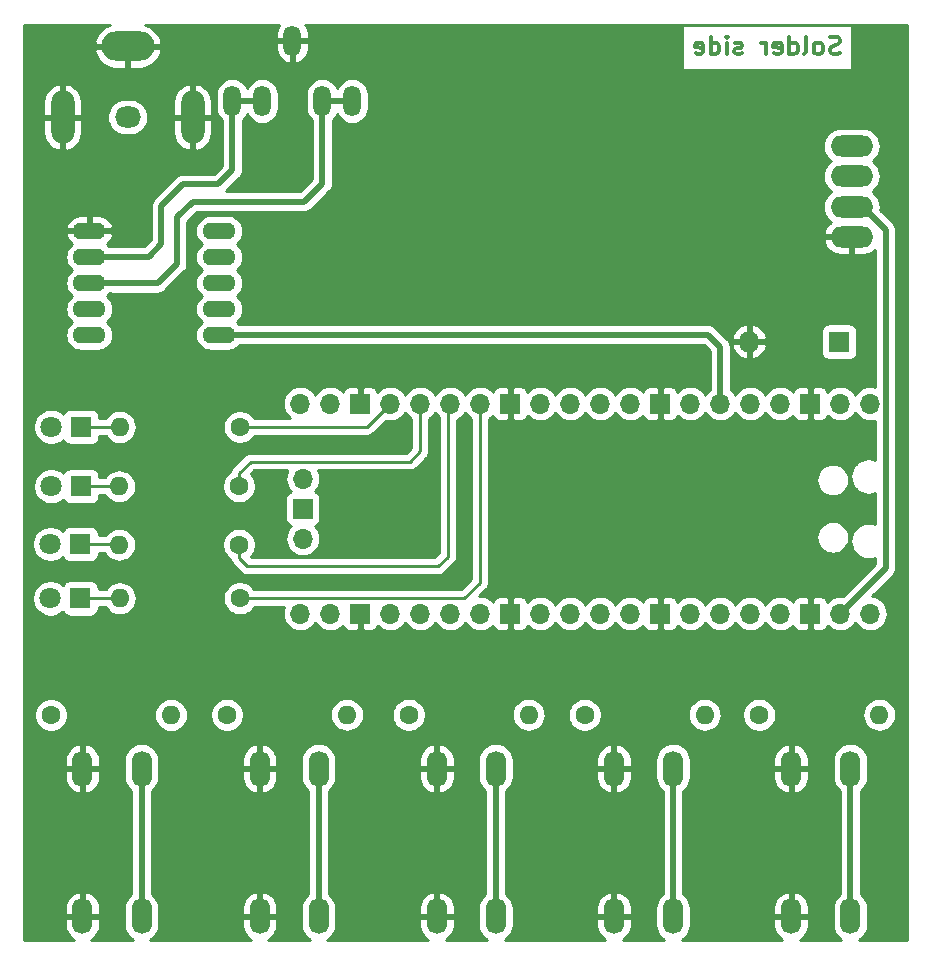
<source format=gbr>
G04 #@! TF.GenerationSoftware,KiCad,Pcbnew,(5.1.2-1)-1*
G04 #@! TF.CreationDate,2023-04-29T13:33:38+02:00*
G04 #@! TF.ProjectId,PicoClockRadio,5069636f-436c-46f6-936b-526164696f2e,rev?*
G04 #@! TF.SameCoordinates,Original*
G04 #@! TF.FileFunction,Copper,L2,Bot*
G04 #@! TF.FilePolarity,Positive*
%FSLAX46Y46*%
G04 Gerber Fmt 4.6, Leading zero omitted, Abs format (unit mm)*
G04 Created by KiCad (PCBNEW (5.1.2-1)-1) date 2023-04-29 13:33:38*
%MOMM*%
%LPD*%
G04 APERTURE LIST*
%ADD10C,0.300000*%
%ADD11O,1.600000X1.600000*%
%ADD12C,1.600000*%
%ADD13O,1.800000X1.800000*%
%ADD14R,1.800000X1.800000*%
%ADD15C,1.800000*%
%ADD16O,2.200000X1.800000*%
%ADD17O,2.000000X4.500000*%
%ADD18O,4.500000X2.500000*%
%ADD19O,1.500000X2.600000*%
%ADD20O,1.700000X1.700000*%
%ADD21R,1.700000X1.700000*%
%ADD22O,3.600000X1.800000*%
%ADD23O,2.800000X1.400000*%
%ADD24O,1.727200X3.048000*%
%ADD25C,0.500000*%
%ADD26C,0.250000*%
%ADD27C,0.254000*%
G04 APERTURE END LIST*
D10*
X169119417Y-73444182D02*
X168905131Y-73515611D01*
X168547988Y-73515611D01*
X168405131Y-73444182D01*
X168333702Y-73372754D01*
X168262274Y-73229897D01*
X168262274Y-73087040D01*
X168333702Y-72944182D01*
X168405131Y-72872754D01*
X168547988Y-72801325D01*
X168833702Y-72729897D01*
X168976560Y-72658468D01*
X169047988Y-72587040D01*
X169119417Y-72444182D01*
X169119417Y-72301325D01*
X169047988Y-72158468D01*
X168976560Y-72087040D01*
X168833702Y-72015611D01*
X168476560Y-72015611D01*
X168262274Y-72087040D01*
X167405131Y-73515611D02*
X167547988Y-73444182D01*
X167619417Y-73372754D01*
X167690845Y-73229897D01*
X167690845Y-72801325D01*
X167619417Y-72658468D01*
X167547988Y-72587040D01*
X167405131Y-72515611D01*
X167190845Y-72515611D01*
X167047988Y-72587040D01*
X166976560Y-72658468D01*
X166905131Y-72801325D01*
X166905131Y-73229897D01*
X166976560Y-73372754D01*
X167047988Y-73444182D01*
X167190845Y-73515611D01*
X167405131Y-73515611D01*
X166047988Y-73515611D02*
X166190845Y-73444182D01*
X166262274Y-73301325D01*
X166262274Y-72015611D01*
X164833702Y-73515611D02*
X164833702Y-72015611D01*
X164833702Y-73444182D02*
X164976560Y-73515611D01*
X165262274Y-73515611D01*
X165405131Y-73444182D01*
X165476560Y-73372754D01*
X165547988Y-73229897D01*
X165547988Y-72801325D01*
X165476560Y-72658468D01*
X165405131Y-72587040D01*
X165262274Y-72515611D01*
X164976560Y-72515611D01*
X164833702Y-72587040D01*
X163547988Y-73444182D02*
X163690845Y-73515611D01*
X163976560Y-73515611D01*
X164119417Y-73444182D01*
X164190845Y-73301325D01*
X164190845Y-72729897D01*
X164119417Y-72587040D01*
X163976560Y-72515611D01*
X163690845Y-72515611D01*
X163547988Y-72587040D01*
X163476560Y-72729897D01*
X163476560Y-72872754D01*
X164190845Y-73015611D01*
X162833702Y-73515611D02*
X162833702Y-72515611D01*
X162833702Y-72801325D02*
X162762274Y-72658468D01*
X162690845Y-72587040D01*
X162547988Y-72515611D01*
X162405131Y-72515611D01*
X160833702Y-73444182D02*
X160690845Y-73515611D01*
X160405131Y-73515611D01*
X160262274Y-73444182D01*
X160190845Y-73301325D01*
X160190845Y-73229897D01*
X160262274Y-73087040D01*
X160405131Y-73015611D01*
X160619417Y-73015611D01*
X160762274Y-72944182D01*
X160833702Y-72801325D01*
X160833702Y-72729897D01*
X160762274Y-72587040D01*
X160619417Y-72515611D01*
X160405131Y-72515611D01*
X160262274Y-72587040D01*
X159547988Y-73515611D02*
X159547988Y-72515611D01*
X159547988Y-72015611D02*
X159619417Y-72087040D01*
X159547988Y-72158468D01*
X159476560Y-72087040D01*
X159547988Y-72015611D01*
X159547988Y-72158468D01*
X158190845Y-73515611D02*
X158190845Y-72015611D01*
X158190845Y-73444182D02*
X158333702Y-73515611D01*
X158619417Y-73515611D01*
X158762274Y-73444182D01*
X158833702Y-73372754D01*
X158905131Y-73229897D01*
X158905131Y-72801325D01*
X158833702Y-72658468D01*
X158762274Y-72587040D01*
X158619417Y-72515611D01*
X158333702Y-72515611D01*
X158190845Y-72587040D01*
X156905131Y-73444182D02*
X157047988Y-73515611D01*
X157333702Y-73515611D01*
X157476560Y-73444182D01*
X157547988Y-73301325D01*
X157547988Y-72729897D01*
X157476560Y-72587040D01*
X157333702Y-72515611D01*
X157047988Y-72515611D01*
X156905131Y-72587040D01*
X156833702Y-72729897D01*
X156833702Y-72872754D01*
X157547988Y-73015611D01*
D11*
X108153200Y-105054400D03*
D12*
X118313200Y-105054400D03*
D11*
X108102400Y-110088680D03*
D12*
X118262400Y-110088680D03*
D11*
X108102400Y-115031520D03*
D12*
X118262400Y-115031520D03*
D11*
X108153200Y-119578120D03*
D12*
X118313200Y-119578120D03*
D13*
X161442400Y-97840800D03*
D14*
X169062400Y-97840800D03*
D15*
X102341680Y-105054400D03*
D14*
X104881680Y-105054400D03*
D15*
X102341680Y-110088680D03*
D14*
X104881680Y-110088680D03*
D15*
X102285800Y-114975640D03*
D14*
X104825800Y-114975640D03*
D15*
X102285800Y-119578120D03*
D14*
X104825800Y-119578120D03*
D16*
X108828840Y-78831320D03*
D17*
X114328840Y-78831320D03*
X103328840Y-78831320D03*
D18*
X108828840Y-72831320D03*
D19*
X127843280Y-77459840D03*
X125303280Y-77459840D03*
X120223280Y-77459840D03*
X117683280Y-77459840D03*
X122763280Y-72379840D03*
D20*
X123658760Y-114523520D03*
D21*
X123658760Y-111983520D03*
D20*
X123658760Y-109443520D03*
X171688760Y-120873520D03*
X169148760Y-120873520D03*
D21*
X166608760Y-120873520D03*
D20*
X164068760Y-120873520D03*
X161528760Y-120873520D03*
X158988760Y-120873520D03*
X156448760Y-120873520D03*
D21*
X153908760Y-120873520D03*
D20*
X151368760Y-120873520D03*
X148828760Y-120873520D03*
X146288760Y-120873520D03*
X143748760Y-120873520D03*
D21*
X141208760Y-120873520D03*
D20*
X138668760Y-120873520D03*
X136128760Y-120873520D03*
X133588760Y-120873520D03*
X131048760Y-120873520D03*
D21*
X128508760Y-120873520D03*
D20*
X125968760Y-120873520D03*
X123428760Y-120873520D03*
X123428760Y-103093520D03*
X125968760Y-103093520D03*
D21*
X128508760Y-103093520D03*
D20*
X131048760Y-103093520D03*
X133588760Y-103093520D03*
X136128760Y-103093520D03*
X138668760Y-103093520D03*
D21*
X141208760Y-103093520D03*
D20*
X143748760Y-103093520D03*
X146288760Y-103093520D03*
X148828760Y-103093520D03*
X151368760Y-103093520D03*
D21*
X153908760Y-103093520D03*
D20*
X156448760Y-103093520D03*
X158988760Y-103093520D03*
X161528760Y-103093520D03*
X164068760Y-103093520D03*
D21*
X166608760Y-103093520D03*
D20*
X169148760Y-103093520D03*
X171688760Y-103093520D03*
D22*
X170146760Y-88960160D03*
X170146760Y-81300160D03*
X170146760Y-83840160D03*
X170146760Y-86420160D03*
D23*
X105577560Y-90669840D03*
X105577560Y-88469840D03*
X105577560Y-92869840D03*
X105577560Y-95069840D03*
X105577560Y-97269840D03*
X116577560Y-90669840D03*
X116577560Y-88469840D03*
X116577560Y-92869840D03*
X116577560Y-95069840D03*
X116577560Y-97269840D03*
D24*
X105000000Y-134000000D03*
X110000000Y-134000000D03*
X105000000Y-146500000D03*
X110000000Y-146500000D03*
X120000000Y-134000000D03*
X125000000Y-134000000D03*
X120000000Y-146500000D03*
X125000000Y-146500000D03*
X135000000Y-134000000D03*
X140000000Y-134000000D03*
X135000000Y-146500000D03*
X140000000Y-146500000D03*
X150000000Y-134000000D03*
X155000000Y-134000000D03*
X150000000Y-146500000D03*
X155000000Y-146500000D03*
X165000000Y-134000000D03*
X170000000Y-134000000D03*
X165000000Y-146500000D03*
X170000000Y-146500000D03*
D11*
X112496600Y-129453640D03*
D12*
X102336600Y-129453640D03*
D11*
X127391160Y-129428240D03*
D12*
X117231160Y-129428240D03*
D11*
X142768320Y-129428240D03*
D12*
X132608320Y-129428240D03*
D11*
X157667960Y-129428240D03*
D12*
X147507960Y-129428240D03*
D11*
X172460920Y-129428240D03*
D12*
X162300920Y-129428240D03*
D25*
X107477560Y-92869840D02*
X107495520Y-92887800D01*
X105577560Y-92869840D02*
X107477560Y-92869840D01*
X107495520Y-92887800D02*
X111353600Y-92887800D01*
X111353600Y-92887800D02*
X112999520Y-91241880D01*
X112999520Y-91241880D02*
X112999520Y-87315040D01*
X112999520Y-87315040D02*
X114325400Y-85989160D01*
X114325400Y-85989160D02*
X123784360Y-85989160D01*
X125303280Y-84470240D02*
X125303280Y-77459840D01*
X123784360Y-85989160D02*
X125303280Y-84470240D01*
X125303280Y-77459840D02*
X127843280Y-77459840D01*
X105577560Y-90669840D02*
X110599760Y-90669840D01*
X110599760Y-90669840D02*
X111673640Y-89595960D01*
X111673640Y-89595960D02*
X111673640Y-86360000D01*
X111673640Y-86360000D02*
X113527840Y-84505800D01*
X116504720Y-84505800D02*
X117683280Y-83327240D01*
X113527840Y-84505800D02*
X116504720Y-84505800D01*
X117683280Y-83327240D02*
X117683280Y-77459840D01*
X117683280Y-77459840D02*
X120223280Y-77459840D01*
X170000000Y-146500000D02*
X170000000Y-134000000D01*
X155000000Y-144476000D02*
X155000000Y-134000000D01*
X155000000Y-146500000D02*
X155000000Y-144476000D01*
X140000000Y-146500000D02*
X140000000Y-134000000D01*
X125000000Y-144476000D02*
X125000000Y-134000000D01*
X125000000Y-146500000D02*
X125000000Y-144476000D01*
X110000000Y-146500000D02*
X110000000Y-134000000D01*
X118477560Y-97269840D02*
X118500960Y-97246440D01*
X116577560Y-97269840D02*
X118477560Y-97269840D01*
X118500960Y-97246440D02*
X157952440Y-97246440D01*
X158988760Y-98282760D02*
X158988760Y-103093520D01*
X157952440Y-97246440D02*
X158988760Y-98282760D01*
X171046760Y-86420160D02*
X170146760Y-86420160D01*
X172988761Y-88362161D02*
X171046760Y-86420160D01*
X172988761Y-117033519D02*
X172988761Y-88362161D01*
X169148760Y-120873520D02*
X172988761Y-117033519D01*
D26*
X104825800Y-119578120D02*
X108153200Y-119578120D01*
X108046520Y-114975640D02*
X108102400Y-115031520D01*
X104825800Y-114975640D02*
X108046520Y-114975640D01*
X106031680Y-110088680D02*
X108102400Y-110088680D01*
X104881680Y-110088680D02*
X106031680Y-110088680D01*
X106031680Y-105054400D02*
X108153200Y-105054400D01*
X104881680Y-105054400D02*
X106031680Y-105054400D01*
X118313200Y-119578120D02*
X137337800Y-119578120D01*
X138668760Y-118247160D02*
X138668760Y-103093520D01*
X137337800Y-119578120D02*
X138668760Y-118247160D01*
X118262400Y-116162890D02*
X118968520Y-116869010D01*
X118262400Y-115031520D02*
X118262400Y-116162890D01*
X118968520Y-116869010D02*
X135106210Y-116869010D01*
X135106210Y-116869010D02*
X135917540Y-116057680D01*
X135917540Y-103304740D02*
X136128760Y-103093520D01*
X135917540Y-116057680D02*
X135917540Y-103304740D01*
X118262400Y-108957310D02*
X119229070Y-107990640D01*
X118262400Y-110088680D02*
X118262400Y-108957310D01*
X119229070Y-107990640D02*
X132730240Y-107990640D01*
X133588760Y-107132120D02*
X133588760Y-103093520D01*
X132730240Y-107990640D02*
X133588760Y-107132120D01*
X129087880Y-105054400D02*
X131048760Y-103093520D01*
X118313200Y-105054400D02*
X129087880Y-105054400D01*
D27*
G36*
X107336535Y-71007316D02*
G01*
X106990149Y-71138408D01*
X106675993Y-71334557D01*
X106406141Y-71588226D01*
X106190962Y-71889667D01*
X106038726Y-72227295D01*
X105991145Y-72411675D01*
X106107268Y-72704320D01*
X108701840Y-72704320D01*
X108701840Y-72684320D01*
X108955840Y-72684320D01*
X108955840Y-72704320D01*
X111550412Y-72704320D01*
X111628773Y-72506840D01*
X121378280Y-72506840D01*
X121378280Y-73056840D01*
X121429669Y-73324600D01*
X121532308Y-73577189D01*
X121682252Y-73804901D01*
X121873740Y-73998985D01*
X122099412Y-74151982D01*
X122350596Y-74258013D01*
X122422095Y-74272158D01*
X122636280Y-74149496D01*
X122636280Y-72506840D01*
X122890280Y-72506840D01*
X122890280Y-74149496D01*
X123104465Y-74272158D01*
X123175964Y-74258013D01*
X123427148Y-74151982D01*
X123652820Y-73998985D01*
X123844308Y-73804901D01*
X123994252Y-73577189D01*
X124096891Y-73324600D01*
X124148280Y-73056840D01*
X124148280Y-72506840D01*
X122890280Y-72506840D01*
X122636280Y-72506840D01*
X121378280Y-72506840D01*
X111628773Y-72506840D01*
X111666535Y-72411675D01*
X111618954Y-72227295D01*
X111466718Y-71889667D01*
X111251539Y-71588226D01*
X110981687Y-71334557D01*
X110667531Y-71138408D01*
X110321145Y-71007316D01*
X110293859Y-71002760D01*
X121650657Y-71002760D01*
X121532308Y-71182491D01*
X121429669Y-71435080D01*
X121378280Y-71702840D01*
X121378280Y-72252840D01*
X122636280Y-72252840D01*
X122636280Y-72232840D01*
X122890280Y-72232840D01*
X122890280Y-72252840D01*
X124148280Y-72252840D01*
X124148280Y-71702840D01*
X124096891Y-71435080D01*
X123994252Y-71182491D01*
X123905061Y-71047040D01*
X155762989Y-71047040D01*
X155762989Y-74867040D01*
X170190132Y-74867040D01*
X170190132Y-71047040D01*
X155762989Y-71047040D01*
X123905061Y-71047040D01*
X123875903Y-71002760D01*
X174838676Y-71002760D01*
X174833348Y-112307615D01*
X174798081Y-148463400D01*
X170741320Y-148463400D01*
X170836605Y-148412469D01*
X171064797Y-148225197D01*
X171252069Y-147997006D01*
X171391225Y-147736664D01*
X171476916Y-147454177D01*
X171498600Y-147234019D01*
X171498600Y-145765981D01*
X171476916Y-145545823D01*
X171391225Y-145263336D01*
X171252069Y-145002994D01*
X171064797Y-144774803D01*
X170885000Y-144627247D01*
X170885000Y-135872752D01*
X171064797Y-135725197D01*
X171252069Y-135497006D01*
X171391225Y-135236664D01*
X171476916Y-134954177D01*
X171498600Y-134734019D01*
X171498600Y-133265981D01*
X171476916Y-133045823D01*
X171391225Y-132763336D01*
X171252069Y-132502994D01*
X171064797Y-132274803D01*
X170836606Y-132087531D01*
X170576264Y-131948375D01*
X170293777Y-131862684D01*
X170000000Y-131833749D01*
X169706224Y-131862684D01*
X169423737Y-131948375D01*
X169163395Y-132087531D01*
X168935204Y-132274803D01*
X168747932Y-132502994D01*
X168608775Y-132763336D01*
X168523084Y-133045823D01*
X168501400Y-133265981D01*
X168501400Y-134734018D01*
X168523084Y-134954176D01*
X168608775Y-135236663D01*
X168747931Y-135497005D01*
X168935203Y-135725197D01*
X169115001Y-135872754D01*
X169115000Y-144627248D01*
X168935204Y-144774803D01*
X168747932Y-145002994D01*
X168608775Y-145263336D01*
X168523084Y-145545823D01*
X168501400Y-145765981D01*
X168501400Y-147234018D01*
X168523084Y-147454176D01*
X168608775Y-147736663D01*
X168747931Y-147997005D01*
X168935203Y-148225197D01*
X169163394Y-148412469D01*
X169258679Y-148463400D01*
X165746743Y-148463400D01*
X165969868Y-148309873D01*
X166175483Y-148098574D01*
X166335925Y-147851222D01*
X166445028Y-147577322D01*
X166498600Y-147287400D01*
X166498600Y-146627000D01*
X165127000Y-146627000D01*
X165127000Y-146647000D01*
X164873000Y-146647000D01*
X164873000Y-146627000D01*
X163501400Y-146627000D01*
X163501400Y-147287400D01*
X163554972Y-147577322D01*
X163664075Y-147851222D01*
X163824517Y-148098574D01*
X164030132Y-148309873D01*
X164253257Y-148463400D01*
X155741320Y-148463400D01*
X155836605Y-148412469D01*
X156064797Y-148225197D01*
X156252069Y-147997006D01*
X156391225Y-147736664D01*
X156476916Y-147454177D01*
X156498600Y-147234019D01*
X156498600Y-145765981D01*
X156493343Y-145712600D01*
X163501400Y-145712600D01*
X163501400Y-146373000D01*
X164873000Y-146373000D01*
X164873000Y-144505783D01*
X165127000Y-144505783D01*
X165127000Y-146373000D01*
X166498600Y-146373000D01*
X166498600Y-145712600D01*
X166445028Y-145422678D01*
X166335925Y-145148778D01*
X166175483Y-144901426D01*
X165969868Y-144690127D01*
X165726981Y-144523002D01*
X165456157Y-144406473D01*
X165359026Y-144384642D01*
X165127000Y-144505783D01*
X164873000Y-144505783D01*
X164640974Y-144384642D01*
X164543843Y-144406473D01*
X164273019Y-144523002D01*
X164030132Y-144690127D01*
X163824517Y-144901426D01*
X163664075Y-145148778D01*
X163554972Y-145422678D01*
X163501400Y-145712600D01*
X156493343Y-145712600D01*
X156476916Y-145545823D01*
X156391225Y-145263336D01*
X156252069Y-145002994D01*
X156064797Y-144774803D01*
X155885000Y-144627247D01*
X155885000Y-135872752D01*
X156064797Y-135725197D01*
X156252069Y-135497006D01*
X156391225Y-135236664D01*
X156476916Y-134954177D01*
X156498600Y-134734019D01*
X156498600Y-134127000D01*
X163501400Y-134127000D01*
X163501400Y-134787400D01*
X163554972Y-135077322D01*
X163664075Y-135351222D01*
X163824517Y-135598574D01*
X164030132Y-135809873D01*
X164273019Y-135976998D01*
X164543843Y-136093527D01*
X164640974Y-136115358D01*
X164873000Y-135994217D01*
X164873000Y-134127000D01*
X165127000Y-134127000D01*
X165127000Y-135994217D01*
X165359026Y-136115358D01*
X165456157Y-136093527D01*
X165726981Y-135976998D01*
X165969868Y-135809873D01*
X166175483Y-135598574D01*
X166335925Y-135351222D01*
X166445028Y-135077322D01*
X166498600Y-134787400D01*
X166498600Y-134127000D01*
X165127000Y-134127000D01*
X164873000Y-134127000D01*
X163501400Y-134127000D01*
X156498600Y-134127000D01*
X156498600Y-133265981D01*
X156493343Y-133212600D01*
X163501400Y-133212600D01*
X163501400Y-133873000D01*
X164873000Y-133873000D01*
X164873000Y-132005783D01*
X165127000Y-132005783D01*
X165127000Y-133873000D01*
X166498600Y-133873000D01*
X166498600Y-133212600D01*
X166445028Y-132922678D01*
X166335925Y-132648778D01*
X166175483Y-132401426D01*
X165969868Y-132190127D01*
X165726981Y-132023002D01*
X165456157Y-131906473D01*
X165359026Y-131884642D01*
X165127000Y-132005783D01*
X164873000Y-132005783D01*
X164640974Y-131884642D01*
X164543843Y-131906473D01*
X164273019Y-132023002D01*
X164030132Y-132190127D01*
X163824517Y-132401426D01*
X163664075Y-132648778D01*
X163554972Y-132922678D01*
X163501400Y-133212600D01*
X156493343Y-133212600D01*
X156476916Y-133045823D01*
X156391225Y-132763336D01*
X156252069Y-132502994D01*
X156064797Y-132274803D01*
X155836606Y-132087531D01*
X155576264Y-131948375D01*
X155293777Y-131862684D01*
X155000000Y-131833749D01*
X154706224Y-131862684D01*
X154423737Y-131948375D01*
X154163395Y-132087531D01*
X153935204Y-132274803D01*
X153747932Y-132502994D01*
X153608775Y-132763336D01*
X153523084Y-133045823D01*
X153501400Y-133265981D01*
X153501400Y-134734018D01*
X153523084Y-134954176D01*
X153608775Y-135236663D01*
X153747931Y-135497005D01*
X153935203Y-135725197D01*
X154115001Y-135872754D01*
X154115000Y-144519476D01*
X154115001Y-144519486D01*
X154115001Y-144627247D01*
X153935204Y-144774803D01*
X153747932Y-145002994D01*
X153608775Y-145263336D01*
X153523084Y-145545823D01*
X153501400Y-145765981D01*
X153501400Y-147234018D01*
X153523084Y-147454176D01*
X153608775Y-147736663D01*
X153747931Y-147997005D01*
X153935203Y-148225197D01*
X154163394Y-148412469D01*
X154258679Y-148463400D01*
X150746743Y-148463400D01*
X150969868Y-148309873D01*
X151175483Y-148098574D01*
X151335925Y-147851222D01*
X151445028Y-147577322D01*
X151498600Y-147287400D01*
X151498600Y-146627000D01*
X150127000Y-146627000D01*
X150127000Y-146647000D01*
X149873000Y-146647000D01*
X149873000Y-146627000D01*
X148501400Y-146627000D01*
X148501400Y-147287400D01*
X148554972Y-147577322D01*
X148664075Y-147851222D01*
X148824517Y-148098574D01*
X149030132Y-148309873D01*
X149253257Y-148463400D01*
X140741320Y-148463400D01*
X140836605Y-148412469D01*
X141064797Y-148225197D01*
X141252069Y-147997006D01*
X141391225Y-147736664D01*
X141476916Y-147454177D01*
X141498600Y-147234019D01*
X141498600Y-145765981D01*
X141493343Y-145712600D01*
X148501400Y-145712600D01*
X148501400Y-146373000D01*
X149873000Y-146373000D01*
X149873000Y-144505783D01*
X150127000Y-144505783D01*
X150127000Y-146373000D01*
X151498600Y-146373000D01*
X151498600Y-145712600D01*
X151445028Y-145422678D01*
X151335925Y-145148778D01*
X151175483Y-144901426D01*
X150969868Y-144690127D01*
X150726981Y-144523002D01*
X150456157Y-144406473D01*
X150359026Y-144384642D01*
X150127000Y-144505783D01*
X149873000Y-144505783D01*
X149640974Y-144384642D01*
X149543843Y-144406473D01*
X149273019Y-144523002D01*
X149030132Y-144690127D01*
X148824517Y-144901426D01*
X148664075Y-145148778D01*
X148554972Y-145422678D01*
X148501400Y-145712600D01*
X141493343Y-145712600D01*
X141476916Y-145545823D01*
X141391225Y-145263336D01*
X141252069Y-145002994D01*
X141064797Y-144774803D01*
X140885000Y-144627247D01*
X140885000Y-135872752D01*
X141064797Y-135725197D01*
X141252069Y-135497006D01*
X141391225Y-135236664D01*
X141476916Y-134954177D01*
X141498600Y-134734019D01*
X141498600Y-134127000D01*
X148501400Y-134127000D01*
X148501400Y-134787400D01*
X148554972Y-135077322D01*
X148664075Y-135351222D01*
X148824517Y-135598574D01*
X149030132Y-135809873D01*
X149273019Y-135976998D01*
X149543843Y-136093527D01*
X149640974Y-136115358D01*
X149873000Y-135994217D01*
X149873000Y-134127000D01*
X150127000Y-134127000D01*
X150127000Y-135994217D01*
X150359026Y-136115358D01*
X150456157Y-136093527D01*
X150726981Y-135976998D01*
X150969868Y-135809873D01*
X151175483Y-135598574D01*
X151335925Y-135351222D01*
X151445028Y-135077322D01*
X151498600Y-134787400D01*
X151498600Y-134127000D01*
X150127000Y-134127000D01*
X149873000Y-134127000D01*
X148501400Y-134127000D01*
X141498600Y-134127000D01*
X141498600Y-133265981D01*
X141493343Y-133212600D01*
X148501400Y-133212600D01*
X148501400Y-133873000D01*
X149873000Y-133873000D01*
X149873000Y-132005783D01*
X150127000Y-132005783D01*
X150127000Y-133873000D01*
X151498600Y-133873000D01*
X151498600Y-133212600D01*
X151445028Y-132922678D01*
X151335925Y-132648778D01*
X151175483Y-132401426D01*
X150969868Y-132190127D01*
X150726981Y-132023002D01*
X150456157Y-131906473D01*
X150359026Y-131884642D01*
X150127000Y-132005783D01*
X149873000Y-132005783D01*
X149640974Y-131884642D01*
X149543843Y-131906473D01*
X149273019Y-132023002D01*
X149030132Y-132190127D01*
X148824517Y-132401426D01*
X148664075Y-132648778D01*
X148554972Y-132922678D01*
X148501400Y-133212600D01*
X141493343Y-133212600D01*
X141476916Y-133045823D01*
X141391225Y-132763336D01*
X141252069Y-132502994D01*
X141064797Y-132274803D01*
X140836606Y-132087531D01*
X140576264Y-131948375D01*
X140293777Y-131862684D01*
X140000000Y-131833749D01*
X139706224Y-131862684D01*
X139423737Y-131948375D01*
X139163395Y-132087531D01*
X138935204Y-132274803D01*
X138747932Y-132502994D01*
X138608775Y-132763336D01*
X138523084Y-133045823D01*
X138501400Y-133265981D01*
X138501400Y-134734018D01*
X138523084Y-134954176D01*
X138608775Y-135236663D01*
X138747931Y-135497005D01*
X138935203Y-135725197D01*
X139115001Y-135872754D01*
X139115000Y-144627248D01*
X138935204Y-144774803D01*
X138747932Y-145002994D01*
X138608775Y-145263336D01*
X138523084Y-145545823D01*
X138501400Y-145765981D01*
X138501400Y-147234018D01*
X138523084Y-147454176D01*
X138608775Y-147736663D01*
X138747931Y-147997005D01*
X138935203Y-148225197D01*
X139163394Y-148412469D01*
X139258679Y-148463400D01*
X135746743Y-148463400D01*
X135969868Y-148309873D01*
X136175483Y-148098574D01*
X136335925Y-147851222D01*
X136445028Y-147577322D01*
X136498600Y-147287400D01*
X136498600Y-146627000D01*
X135127000Y-146627000D01*
X135127000Y-146647000D01*
X134873000Y-146647000D01*
X134873000Y-146627000D01*
X133501400Y-146627000D01*
X133501400Y-147287400D01*
X133554972Y-147577322D01*
X133664075Y-147851222D01*
X133824517Y-148098574D01*
X134030132Y-148309873D01*
X134253257Y-148463400D01*
X125741320Y-148463400D01*
X125836605Y-148412469D01*
X126064797Y-148225197D01*
X126252069Y-147997006D01*
X126391225Y-147736664D01*
X126476916Y-147454177D01*
X126498600Y-147234019D01*
X126498600Y-145765981D01*
X126493343Y-145712600D01*
X133501400Y-145712600D01*
X133501400Y-146373000D01*
X134873000Y-146373000D01*
X134873000Y-144505783D01*
X135127000Y-144505783D01*
X135127000Y-146373000D01*
X136498600Y-146373000D01*
X136498600Y-145712600D01*
X136445028Y-145422678D01*
X136335925Y-145148778D01*
X136175483Y-144901426D01*
X135969868Y-144690127D01*
X135726981Y-144523002D01*
X135456157Y-144406473D01*
X135359026Y-144384642D01*
X135127000Y-144505783D01*
X134873000Y-144505783D01*
X134640974Y-144384642D01*
X134543843Y-144406473D01*
X134273019Y-144523002D01*
X134030132Y-144690127D01*
X133824517Y-144901426D01*
X133664075Y-145148778D01*
X133554972Y-145422678D01*
X133501400Y-145712600D01*
X126493343Y-145712600D01*
X126476916Y-145545823D01*
X126391225Y-145263336D01*
X126252069Y-145002994D01*
X126064797Y-144774803D01*
X125885000Y-144627247D01*
X125885000Y-135872752D01*
X126064797Y-135725197D01*
X126252069Y-135497006D01*
X126391225Y-135236664D01*
X126476916Y-134954177D01*
X126498600Y-134734019D01*
X126498600Y-134127000D01*
X133501400Y-134127000D01*
X133501400Y-134787400D01*
X133554972Y-135077322D01*
X133664075Y-135351222D01*
X133824517Y-135598574D01*
X134030132Y-135809873D01*
X134273019Y-135976998D01*
X134543843Y-136093527D01*
X134640974Y-136115358D01*
X134873000Y-135994217D01*
X134873000Y-134127000D01*
X135127000Y-134127000D01*
X135127000Y-135994217D01*
X135359026Y-136115358D01*
X135456157Y-136093527D01*
X135726981Y-135976998D01*
X135969868Y-135809873D01*
X136175483Y-135598574D01*
X136335925Y-135351222D01*
X136445028Y-135077322D01*
X136498600Y-134787400D01*
X136498600Y-134127000D01*
X135127000Y-134127000D01*
X134873000Y-134127000D01*
X133501400Y-134127000D01*
X126498600Y-134127000D01*
X126498600Y-133265981D01*
X126493343Y-133212600D01*
X133501400Y-133212600D01*
X133501400Y-133873000D01*
X134873000Y-133873000D01*
X134873000Y-132005783D01*
X135127000Y-132005783D01*
X135127000Y-133873000D01*
X136498600Y-133873000D01*
X136498600Y-133212600D01*
X136445028Y-132922678D01*
X136335925Y-132648778D01*
X136175483Y-132401426D01*
X135969868Y-132190127D01*
X135726981Y-132023002D01*
X135456157Y-131906473D01*
X135359026Y-131884642D01*
X135127000Y-132005783D01*
X134873000Y-132005783D01*
X134640974Y-131884642D01*
X134543843Y-131906473D01*
X134273019Y-132023002D01*
X134030132Y-132190127D01*
X133824517Y-132401426D01*
X133664075Y-132648778D01*
X133554972Y-132922678D01*
X133501400Y-133212600D01*
X126493343Y-133212600D01*
X126476916Y-133045823D01*
X126391225Y-132763336D01*
X126252069Y-132502994D01*
X126064797Y-132274803D01*
X125836606Y-132087531D01*
X125576264Y-131948375D01*
X125293777Y-131862684D01*
X125000000Y-131833749D01*
X124706224Y-131862684D01*
X124423737Y-131948375D01*
X124163395Y-132087531D01*
X123935204Y-132274803D01*
X123747932Y-132502994D01*
X123608775Y-132763336D01*
X123523084Y-133045823D01*
X123501400Y-133265981D01*
X123501400Y-134734018D01*
X123523084Y-134954176D01*
X123608775Y-135236663D01*
X123747931Y-135497005D01*
X123935203Y-135725197D01*
X124115001Y-135872754D01*
X124115000Y-144519476D01*
X124115001Y-144519486D01*
X124115001Y-144627247D01*
X123935204Y-144774803D01*
X123747932Y-145002994D01*
X123608775Y-145263336D01*
X123523084Y-145545823D01*
X123501400Y-145765981D01*
X123501400Y-147234018D01*
X123523084Y-147454176D01*
X123608775Y-147736663D01*
X123747931Y-147997005D01*
X123935203Y-148225197D01*
X124163394Y-148412469D01*
X124258679Y-148463400D01*
X120746743Y-148463400D01*
X120969868Y-148309873D01*
X121175483Y-148098574D01*
X121335925Y-147851222D01*
X121445028Y-147577322D01*
X121498600Y-147287400D01*
X121498600Y-146627000D01*
X120127000Y-146627000D01*
X120127000Y-146647000D01*
X119873000Y-146647000D01*
X119873000Y-146627000D01*
X118501400Y-146627000D01*
X118501400Y-147287400D01*
X118554972Y-147577322D01*
X118664075Y-147851222D01*
X118824517Y-148098574D01*
X119030132Y-148309873D01*
X119253257Y-148463400D01*
X110741320Y-148463400D01*
X110836605Y-148412469D01*
X111064797Y-148225197D01*
X111252069Y-147997006D01*
X111391225Y-147736664D01*
X111476916Y-147454177D01*
X111498600Y-147234019D01*
X111498600Y-145765981D01*
X111493343Y-145712600D01*
X118501400Y-145712600D01*
X118501400Y-146373000D01*
X119873000Y-146373000D01*
X119873000Y-144505783D01*
X120127000Y-144505783D01*
X120127000Y-146373000D01*
X121498600Y-146373000D01*
X121498600Y-145712600D01*
X121445028Y-145422678D01*
X121335925Y-145148778D01*
X121175483Y-144901426D01*
X120969868Y-144690127D01*
X120726981Y-144523002D01*
X120456157Y-144406473D01*
X120359026Y-144384642D01*
X120127000Y-144505783D01*
X119873000Y-144505783D01*
X119640974Y-144384642D01*
X119543843Y-144406473D01*
X119273019Y-144523002D01*
X119030132Y-144690127D01*
X118824517Y-144901426D01*
X118664075Y-145148778D01*
X118554972Y-145422678D01*
X118501400Y-145712600D01*
X111493343Y-145712600D01*
X111476916Y-145545823D01*
X111391225Y-145263336D01*
X111252069Y-145002994D01*
X111064797Y-144774803D01*
X110885000Y-144627247D01*
X110885000Y-135872752D01*
X111064797Y-135725197D01*
X111252069Y-135497006D01*
X111391225Y-135236664D01*
X111476916Y-134954177D01*
X111498600Y-134734019D01*
X111498600Y-134127000D01*
X118501400Y-134127000D01*
X118501400Y-134787400D01*
X118554972Y-135077322D01*
X118664075Y-135351222D01*
X118824517Y-135598574D01*
X119030132Y-135809873D01*
X119273019Y-135976998D01*
X119543843Y-136093527D01*
X119640974Y-136115358D01*
X119873000Y-135994217D01*
X119873000Y-134127000D01*
X120127000Y-134127000D01*
X120127000Y-135994217D01*
X120359026Y-136115358D01*
X120456157Y-136093527D01*
X120726981Y-135976998D01*
X120969868Y-135809873D01*
X121175483Y-135598574D01*
X121335925Y-135351222D01*
X121445028Y-135077322D01*
X121498600Y-134787400D01*
X121498600Y-134127000D01*
X120127000Y-134127000D01*
X119873000Y-134127000D01*
X118501400Y-134127000D01*
X111498600Y-134127000D01*
X111498600Y-133265981D01*
X111493343Y-133212600D01*
X118501400Y-133212600D01*
X118501400Y-133873000D01*
X119873000Y-133873000D01*
X119873000Y-132005783D01*
X120127000Y-132005783D01*
X120127000Y-133873000D01*
X121498600Y-133873000D01*
X121498600Y-133212600D01*
X121445028Y-132922678D01*
X121335925Y-132648778D01*
X121175483Y-132401426D01*
X120969868Y-132190127D01*
X120726981Y-132023002D01*
X120456157Y-131906473D01*
X120359026Y-131884642D01*
X120127000Y-132005783D01*
X119873000Y-132005783D01*
X119640974Y-131884642D01*
X119543843Y-131906473D01*
X119273019Y-132023002D01*
X119030132Y-132190127D01*
X118824517Y-132401426D01*
X118664075Y-132648778D01*
X118554972Y-132922678D01*
X118501400Y-133212600D01*
X111493343Y-133212600D01*
X111476916Y-133045823D01*
X111391225Y-132763336D01*
X111252069Y-132502994D01*
X111064797Y-132274803D01*
X110836606Y-132087531D01*
X110576264Y-131948375D01*
X110293777Y-131862684D01*
X110000000Y-131833749D01*
X109706224Y-131862684D01*
X109423737Y-131948375D01*
X109163395Y-132087531D01*
X108935204Y-132274803D01*
X108747932Y-132502994D01*
X108608775Y-132763336D01*
X108523084Y-133045823D01*
X108501400Y-133265981D01*
X108501400Y-134734018D01*
X108523084Y-134954176D01*
X108608775Y-135236663D01*
X108747931Y-135497005D01*
X108935203Y-135725197D01*
X109115001Y-135872754D01*
X109115000Y-144627248D01*
X108935204Y-144774803D01*
X108747932Y-145002994D01*
X108608775Y-145263336D01*
X108523084Y-145545823D01*
X108501400Y-145765981D01*
X108501400Y-147234018D01*
X108523084Y-147454176D01*
X108608775Y-147736663D01*
X108747931Y-147997005D01*
X108935203Y-148225197D01*
X109163394Y-148412469D01*
X109258679Y-148463400D01*
X105746743Y-148463400D01*
X105969868Y-148309873D01*
X106175483Y-148098574D01*
X106335925Y-147851222D01*
X106445028Y-147577322D01*
X106498600Y-147287400D01*
X106498600Y-146627000D01*
X105127000Y-146627000D01*
X105127000Y-146647000D01*
X104873000Y-146647000D01*
X104873000Y-146627000D01*
X103501400Y-146627000D01*
X103501400Y-147287400D01*
X103554972Y-147577322D01*
X103664075Y-147851222D01*
X103824517Y-148098574D01*
X104030132Y-148309873D01*
X104253257Y-148463400D01*
X100029462Y-148463400D01*
X100023379Y-145712600D01*
X103501400Y-145712600D01*
X103501400Y-146373000D01*
X104873000Y-146373000D01*
X104873000Y-144505783D01*
X105127000Y-144505783D01*
X105127000Y-146373000D01*
X106498600Y-146373000D01*
X106498600Y-145712600D01*
X106445028Y-145422678D01*
X106335925Y-145148778D01*
X106175483Y-144901426D01*
X105969868Y-144690127D01*
X105726981Y-144523002D01*
X105456157Y-144406473D01*
X105359026Y-144384642D01*
X105127000Y-144505783D01*
X104873000Y-144505783D01*
X104640974Y-144384642D01*
X104543843Y-144406473D01*
X104273019Y-144523002D01*
X104030132Y-144690127D01*
X103824517Y-144901426D01*
X103664075Y-145148778D01*
X103554972Y-145422678D01*
X103501400Y-145712600D01*
X100023379Y-145712600D01*
X100020336Y-144337098D01*
X100021652Y-134127000D01*
X103501400Y-134127000D01*
X103501400Y-134787400D01*
X103554972Y-135077322D01*
X103664075Y-135351222D01*
X103824517Y-135598574D01*
X104030132Y-135809873D01*
X104273019Y-135976998D01*
X104543843Y-136093527D01*
X104640974Y-136115358D01*
X104873000Y-135994217D01*
X104873000Y-134127000D01*
X105127000Y-134127000D01*
X105127000Y-135994217D01*
X105359026Y-136115358D01*
X105456157Y-136093527D01*
X105726981Y-135976998D01*
X105969868Y-135809873D01*
X106175483Y-135598574D01*
X106335925Y-135351222D01*
X106445028Y-135077322D01*
X106498600Y-134787400D01*
X106498600Y-134127000D01*
X105127000Y-134127000D01*
X104873000Y-134127000D01*
X103501400Y-134127000D01*
X100021652Y-134127000D01*
X100021769Y-133212600D01*
X103501400Y-133212600D01*
X103501400Y-133873000D01*
X104873000Y-133873000D01*
X104873000Y-132005783D01*
X105127000Y-132005783D01*
X105127000Y-133873000D01*
X106498600Y-133873000D01*
X106498600Y-133212600D01*
X106445028Y-132922678D01*
X106335925Y-132648778D01*
X106175483Y-132401426D01*
X105969868Y-132190127D01*
X105726981Y-132023002D01*
X105456157Y-131906473D01*
X105359026Y-131884642D01*
X105127000Y-132005783D01*
X104873000Y-132005783D01*
X104640974Y-131884642D01*
X104543843Y-131906473D01*
X104273019Y-132023002D01*
X104030132Y-132190127D01*
X103824517Y-132401426D01*
X103664075Y-132648778D01*
X103554972Y-132922678D01*
X103501400Y-133212600D01*
X100021769Y-133212600D01*
X100022273Y-129312305D01*
X100901600Y-129312305D01*
X100901600Y-129594975D01*
X100956747Y-129872214D01*
X101064920Y-130133367D01*
X101221963Y-130368399D01*
X101421841Y-130568277D01*
X101656873Y-130725320D01*
X101918026Y-130833493D01*
X102195265Y-130888640D01*
X102477935Y-130888640D01*
X102755174Y-130833493D01*
X103016327Y-130725320D01*
X103251359Y-130568277D01*
X103451237Y-130368399D01*
X103608280Y-130133367D01*
X103716453Y-129872214D01*
X103771600Y-129594975D01*
X103771600Y-129453640D01*
X111054657Y-129453640D01*
X111082364Y-129734949D01*
X111164418Y-130005448D01*
X111297668Y-130254741D01*
X111476992Y-130473248D01*
X111695499Y-130652572D01*
X111944792Y-130785822D01*
X112215291Y-130867876D01*
X112426108Y-130888640D01*
X112567092Y-130888640D01*
X112777909Y-130867876D01*
X113048408Y-130785822D01*
X113297701Y-130652572D01*
X113516208Y-130473248D01*
X113695532Y-130254741D01*
X113828782Y-130005448D01*
X113910836Y-129734949D01*
X113938543Y-129453640D01*
X113922121Y-129286905D01*
X115796160Y-129286905D01*
X115796160Y-129569575D01*
X115851307Y-129846814D01*
X115959480Y-130107967D01*
X116116523Y-130342999D01*
X116316401Y-130542877D01*
X116551433Y-130699920D01*
X116812586Y-130808093D01*
X117089825Y-130863240D01*
X117372495Y-130863240D01*
X117649734Y-130808093D01*
X117910887Y-130699920D01*
X118145919Y-130542877D01*
X118345797Y-130342999D01*
X118502840Y-130107967D01*
X118611013Y-129846814D01*
X118666160Y-129569575D01*
X118666160Y-129428240D01*
X125949217Y-129428240D01*
X125976924Y-129709549D01*
X126058978Y-129980048D01*
X126192228Y-130229341D01*
X126371552Y-130447848D01*
X126590059Y-130627172D01*
X126839352Y-130760422D01*
X127109851Y-130842476D01*
X127320668Y-130863240D01*
X127461652Y-130863240D01*
X127672469Y-130842476D01*
X127942968Y-130760422D01*
X128192261Y-130627172D01*
X128410768Y-130447848D01*
X128590092Y-130229341D01*
X128723342Y-129980048D01*
X128805396Y-129709549D01*
X128833103Y-129428240D01*
X128819183Y-129286905D01*
X131173320Y-129286905D01*
X131173320Y-129569575D01*
X131228467Y-129846814D01*
X131336640Y-130107967D01*
X131493683Y-130342999D01*
X131693561Y-130542877D01*
X131928593Y-130699920D01*
X132189746Y-130808093D01*
X132466985Y-130863240D01*
X132749655Y-130863240D01*
X133026894Y-130808093D01*
X133288047Y-130699920D01*
X133523079Y-130542877D01*
X133722957Y-130342999D01*
X133880000Y-130107967D01*
X133988173Y-129846814D01*
X134043320Y-129569575D01*
X134043320Y-129428240D01*
X141326377Y-129428240D01*
X141354084Y-129709549D01*
X141436138Y-129980048D01*
X141569388Y-130229341D01*
X141748712Y-130447848D01*
X141967219Y-130627172D01*
X142216512Y-130760422D01*
X142487011Y-130842476D01*
X142697828Y-130863240D01*
X142838812Y-130863240D01*
X143049629Y-130842476D01*
X143320128Y-130760422D01*
X143569421Y-130627172D01*
X143787928Y-130447848D01*
X143967252Y-130229341D01*
X144100502Y-129980048D01*
X144182556Y-129709549D01*
X144210263Y-129428240D01*
X144196343Y-129286905D01*
X146072960Y-129286905D01*
X146072960Y-129569575D01*
X146128107Y-129846814D01*
X146236280Y-130107967D01*
X146393323Y-130342999D01*
X146593201Y-130542877D01*
X146828233Y-130699920D01*
X147089386Y-130808093D01*
X147366625Y-130863240D01*
X147649295Y-130863240D01*
X147926534Y-130808093D01*
X148187687Y-130699920D01*
X148422719Y-130542877D01*
X148622597Y-130342999D01*
X148779640Y-130107967D01*
X148887813Y-129846814D01*
X148942960Y-129569575D01*
X148942960Y-129428240D01*
X156226017Y-129428240D01*
X156253724Y-129709549D01*
X156335778Y-129980048D01*
X156469028Y-130229341D01*
X156648352Y-130447848D01*
X156866859Y-130627172D01*
X157116152Y-130760422D01*
X157386651Y-130842476D01*
X157597468Y-130863240D01*
X157738452Y-130863240D01*
X157949269Y-130842476D01*
X158219768Y-130760422D01*
X158469061Y-130627172D01*
X158687568Y-130447848D01*
X158866892Y-130229341D01*
X159000142Y-129980048D01*
X159082196Y-129709549D01*
X159109903Y-129428240D01*
X159095983Y-129286905D01*
X160865920Y-129286905D01*
X160865920Y-129569575D01*
X160921067Y-129846814D01*
X161029240Y-130107967D01*
X161186283Y-130342999D01*
X161386161Y-130542877D01*
X161621193Y-130699920D01*
X161882346Y-130808093D01*
X162159585Y-130863240D01*
X162442255Y-130863240D01*
X162719494Y-130808093D01*
X162980647Y-130699920D01*
X163215679Y-130542877D01*
X163415557Y-130342999D01*
X163572600Y-130107967D01*
X163680773Y-129846814D01*
X163735920Y-129569575D01*
X163735920Y-129428240D01*
X171018977Y-129428240D01*
X171046684Y-129709549D01*
X171128738Y-129980048D01*
X171261988Y-130229341D01*
X171441312Y-130447848D01*
X171659819Y-130627172D01*
X171909112Y-130760422D01*
X172179611Y-130842476D01*
X172390428Y-130863240D01*
X172531412Y-130863240D01*
X172742229Y-130842476D01*
X173012728Y-130760422D01*
X173262021Y-130627172D01*
X173480528Y-130447848D01*
X173659852Y-130229341D01*
X173793102Y-129980048D01*
X173875156Y-129709549D01*
X173902863Y-129428240D01*
X173875156Y-129146931D01*
X173793102Y-128876432D01*
X173659852Y-128627139D01*
X173480528Y-128408632D01*
X173262021Y-128229308D01*
X173012728Y-128096058D01*
X172742229Y-128014004D01*
X172531412Y-127993240D01*
X172390428Y-127993240D01*
X172179611Y-128014004D01*
X171909112Y-128096058D01*
X171659819Y-128229308D01*
X171441312Y-128408632D01*
X171261988Y-128627139D01*
X171128738Y-128876432D01*
X171046684Y-129146931D01*
X171018977Y-129428240D01*
X163735920Y-129428240D01*
X163735920Y-129286905D01*
X163680773Y-129009666D01*
X163572600Y-128748513D01*
X163415557Y-128513481D01*
X163215679Y-128313603D01*
X162980647Y-128156560D01*
X162719494Y-128048387D01*
X162442255Y-127993240D01*
X162159585Y-127993240D01*
X161882346Y-128048387D01*
X161621193Y-128156560D01*
X161386161Y-128313603D01*
X161186283Y-128513481D01*
X161029240Y-128748513D01*
X160921067Y-129009666D01*
X160865920Y-129286905D01*
X159095983Y-129286905D01*
X159082196Y-129146931D01*
X159000142Y-128876432D01*
X158866892Y-128627139D01*
X158687568Y-128408632D01*
X158469061Y-128229308D01*
X158219768Y-128096058D01*
X157949269Y-128014004D01*
X157738452Y-127993240D01*
X157597468Y-127993240D01*
X157386651Y-128014004D01*
X157116152Y-128096058D01*
X156866859Y-128229308D01*
X156648352Y-128408632D01*
X156469028Y-128627139D01*
X156335778Y-128876432D01*
X156253724Y-129146931D01*
X156226017Y-129428240D01*
X148942960Y-129428240D01*
X148942960Y-129286905D01*
X148887813Y-129009666D01*
X148779640Y-128748513D01*
X148622597Y-128513481D01*
X148422719Y-128313603D01*
X148187687Y-128156560D01*
X147926534Y-128048387D01*
X147649295Y-127993240D01*
X147366625Y-127993240D01*
X147089386Y-128048387D01*
X146828233Y-128156560D01*
X146593201Y-128313603D01*
X146393323Y-128513481D01*
X146236280Y-128748513D01*
X146128107Y-129009666D01*
X146072960Y-129286905D01*
X144196343Y-129286905D01*
X144182556Y-129146931D01*
X144100502Y-128876432D01*
X143967252Y-128627139D01*
X143787928Y-128408632D01*
X143569421Y-128229308D01*
X143320128Y-128096058D01*
X143049629Y-128014004D01*
X142838812Y-127993240D01*
X142697828Y-127993240D01*
X142487011Y-128014004D01*
X142216512Y-128096058D01*
X141967219Y-128229308D01*
X141748712Y-128408632D01*
X141569388Y-128627139D01*
X141436138Y-128876432D01*
X141354084Y-129146931D01*
X141326377Y-129428240D01*
X134043320Y-129428240D01*
X134043320Y-129286905D01*
X133988173Y-129009666D01*
X133880000Y-128748513D01*
X133722957Y-128513481D01*
X133523079Y-128313603D01*
X133288047Y-128156560D01*
X133026894Y-128048387D01*
X132749655Y-127993240D01*
X132466985Y-127993240D01*
X132189746Y-128048387D01*
X131928593Y-128156560D01*
X131693561Y-128313603D01*
X131493683Y-128513481D01*
X131336640Y-128748513D01*
X131228467Y-129009666D01*
X131173320Y-129286905D01*
X128819183Y-129286905D01*
X128805396Y-129146931D01*
X128723342Y-128876432D01*
X128590092Y-128627139D01*
X128410768Y-128408632D01*
X128192261Y-128229308D01*
X127942968Y-128096058D01*
X127672469Y-128014004D01*
X127461652Y-127993240D01*
X127320668Y-127993240D01*
X127109851Y-128014004D01*
X126839352Y-128096058D01*
X126590059Y-128229308D01*
X126371552Y-128408632D01*
X126192228Y-128627139D01*
X126058978Y-128876432D01*
X125976924Y-129146931D01*
X125949217Y-129428240D01*
X118666160Y-129428240D01*
X118666160Y-129286905D01*
X118611013Y-129009666D01*
X118502840Y-128748513D01*
X118345797Y-128513481D01*
X118145919Y-128313603D01*
X117910887Y-128156560D01*
X117649734Y-128048387D01*
X117372495Y-127993240D01*
X117089825Y-127993240D01*
X116812586Y-128048387D01*
X116551433Y-128156560D01*
X116316401Y-128313603D01*
X116116523Y-128513481D01*
X115959480Y-128748513D01*
X115851307Y-129009666D01*
X115796160Y-129286905D01*
X113922121Y-129286905D01*
X113910836Y-129172331D01*
X113828782Y-128901832D01*
X113695532Y-128652539D01*
X113516208Y-128434032D01*
X113297701Y-128254708D01*
X113048408Y-128121458D01*
X112777909Y-128039404D01*
X112567092Y-128018640D01*
X112426108Y-128018640D01*
X112215291Y-128039404D01*
X111944792Y-128121458D01*
X111695499Y-128254708D01*
X111476992Y-128434032D01*
X111297668Y-128652539D01*
X111164418Y-128901832D01*
X111082364Y-129172331D01*
X111054657Y-129453640D01*
X103771600Y-129453640D01*
X103771600Y-129312305D01*
X103716453Y-129035066D01*
X103608280Y-128773913D01*
X103451237Y-128538881D01*
X103251359Y-128339003D01*
X103016327Y-128181960D01*
X102755174Y-128073787D01*
X102477935Y-128018640D01*
X102195265Y-128018640D01*
X101918026Y-128073787D01*
X101656873Y-128181960D01*
X101421841Y-128339003D01*
X101221963Y-128538881D01*
X101064920Y-128773913D01*
X100956747Y-129035066D01*
X100901600Y-129312305D01*
X100022273Y-129312305D01*
X100023549Y-119426936D01*
X100750800Y-119426936D01*
X100750800Y-119729304D01*
X100809789Y-120025863D01*
X100925501Y-120305215D01*
X101093488Y-120556625D01*
X101307295Y-120770432D01*
X101558705Y-120938419D01*
X101838057Y-121054131D01*
X102134616Y-121113120D01*
X102436984Y-121113120D01*
X102733543Y-121054131D01*
X103012895Y-120938419D01*
X103264305Y-120770432D01*
X103330744Y-120703993D01*
X103336298Y-120722300D01*
X103395263Y-120832614D01*
X103474615Y-120929305D01*
X103571306Y-121008657D01*
X103681620Y-121067622D01*
X103801318Y-121103932D01*
X103925800Y-121116192D01*
X105725800Y-121116192D01*
X105850282Y-121103932D01*
X105969980Y-121067622D01*
X106080294Y-121008657D01*
X106176985Y-120929305D01*
X106256337Y-120832614D01*
X106315302Y-120722300D01*
X106351612Y-120602602D01*
X106363872Y-120478120D01*
X106363872Y-120338120D01*
X106932299Y-120338120D01*
X106954268Y-120379221D01*
X107133592Y-120597728D01*
X107352099Y-120777052D01*
X107601392Y-120910302D01*
X107871891Y-120992356D01*
X108082708Y-121013120D01*
X108223692Y-121013120D01*
X108434509Y-120992356D01*
X108705008Y-120910302D01*
X108954301Y-120777052D01*
X109172808Y-120597728D01*
X109352132Y-120379221D01*
X109485382Y-120129928D01*
X109567436Y-119859429D01*
X109595143Y-119578120D01*
X109567436Y-119296811D01*
X109485382Y-119026312D01*
X109352132Y-118777019D01*
X109172808Y-118558512D01*
X108954301Y-118379188D01*
X108705008Y-118245938D01*
X108434509Y-118163884D01*
X108223692Y-118143120D01*
X108082708Y-118143120D01*
X107871891Y-118163884D01*
X107601392Y-118245938D01*
X107352099Y-118379188D01*
X107133592Y-118558512D01*
X106954268Y-118777019D01*
X106932299Y-118818120D01*
X106363872Y-118818120D01*
X106363872Y-118678120D01*
X106351612Y-118553638D01*
X106315302Y-118433940D01*
X106256337Y-118323626D01*
X106176985Y-118226935D01*
X106080294Y-118147583D01*
X105969980Y-118088618D01*
X105850282Y-118052308D01*
X105725800Y-118040048D01*
X103925800Y-118040048D01*
X103801318Y-118052308D01*
X103681620Y-118088618D01*
X103571306Y-118147583D01*
X103474615Y-118226935D01*
X103395263Y-118323626D01*
X103336298Y-118433940D01*
X103330744Y-118452247D01*
X103264305Y-118385808D01*
X103012895Y-118217821D01*
X102733543Y-118102109D01*
X102436984Y-118043120D01*
X102134616Y-118043120D01*
X101838057Y-118102109D01*
X101558705Y-118217821D01*
X101307295Y-118385808D01*
X101093488Y-118599615D01*
X100925501Y-118851025D01*
X100809789Y-119130377D01*
X100750800Y-119426936D01*
X100023549Y-119426936D01*
X100024142Y-114824456D01*
X100750800Y-114824456D01*
X100750800Y-115126824D01*
X100809789Y-115423383D01*
X100925501Y-115702735D01*
X101093488Y-115954145D01*
X101307295Y-116167952D01*
X101558705Y-116335939D01*
X101838057Y-116451651D01*
X102134616Y-116510640D01*
X102436984Y-116510640D01*
X102733543Y-116451651D01*
X103012895Y-116335939D01*
X103264305Y-116167952D01*
X103330744Y-116101513D01*
X103336298Y-116119820D01*
X103395263Y-116230134D01*
X103474615Y-116326825D01*
X103571306Y-116406177D01*
X103681620Y-116465142D01*
X103801318Y-116501452D01*
X103925800Y-116513712D01*
X105725800Y-116513712D01*
X105850282Y-116501452D01*
X105969980Y-116465142D01*
X106080294Y-116406177D01*
X106176985Y-116326825D01*
X106256337Y-116230134D01*
X106315302Y-116119820D01*
X106351612Y-116000122D01*
X106363872Y-115875640D01*
X106363872Y-115735640D01*
X106851631Y-115735640D01*
X106903468Y-115832621D01*
X107082792Y-116051128D01*
X107301299Y-116230452D01*
X107550592Y-116363702D01*
X107821091Y-116445756D01*
X108031908Y-116466520D01*
X108172892Y-116466520D01*
X108383709Y-116445756D01*
X108654208Y-116363702D01*
X108903501Y-116230452D01*
X109122008Y-116051128D01*
X109301332Y-115832621D01*
X109434582Y-115583328D01*
X109516636Y-115312829D01*
X109544343Y-115031520D01*
X109516636Y-114750211D01*
X109434582Y-114479712D01*
X109301332Y-114230419D01*
X109122008Y-114011912D01*
X108903501Y-113832588D01*
X108654208Y-113699338D01*
X108383709Y-113617284D01*
X108172892Y-113596520D01*
X108031908Y-113596520D01*
X107821091Y-113617284D01*
X107550592Y-113699338D01*
X107301299Y-113832588D01*
X107082792Y-114011912D01*
X106915597Y-114215640D01*
X106363872Y-114215640D01*
X106363872Y-114075640D01*
X106351612Y-113951158D01*
X106315302Y-113831460D01*
X106256337Y-113721146D01*
X106176985Y-113624455D01*
X106080294Y-113545103D01*
X105969980Y-113486138D01*
X105850282Y-113449828D01*
X105725800Y-113437568D01*
X103925800Y-113437568D01*
X103801318Y-113449828D01*
X103681620Y-113486138D01*
X103571306Y-113545103D01*
X103474615Y-113624455D01*
X103395263Y-113721146D01*
X103336298Y-113831460D01*
X103330744Y-113849767D01*
X103264305Y-113783328D01*
X103012895Y-113615341D01*
X102733543Y-113499629D01*
X102436984Y-113440640D01*
X102134616Y-113440640D01*
X101838057Y-113499629D01*
X101558705Y-113615341D01*
X101307295Y-113783328D01*
X101093488Y-113997135D01*
X100925501Y-114248545D01*
X100809789Y-114527897D01*
X100750800Y-114824456D01*
X100024142Y-114824456D01*
X100024772Y-109937496D01*
X100806680Y-109937496D01*
X100806680Y-110239864D01*
X100865669Y-110536423D01*
X100981381Y-110815775D01*
X101149368Y-111067185D01*
X101363175Y-111280992D01*
X101614585Y-111448979D01*
X101893937Y-111564691D01*
X102190496Y-111623680D01*
X102492864Y-111623680D01*
X102789423Y-111564691D01*
X103068775Y-111448979D01*
X103320185Y-111280992D01*
X103386624Y-111214553D01*
X103392178Y-111232860D01*
X103451143Y-111343174D01*
X103530495Y-111439865D01*
X103627186Y-111519217D01*
X103737500Y-111578182D01*
X103857198Y-111614492D01*
X103981680Y-111626752D01*
X105781680Y-111626752D01*
X105906162Y-111614492D01*
X106025860Y-111578182D01*
X106136174Y-111519217D01*
X106232865Y-111439865D01*
X106312217Y-111343174D01*
X106371182Y-111232860D01*
X106407492Y-111113162D01*
X106419752Y-110988680D01*
X106419752Y-110848680D01*
X106881499Y-110848680D01*
X106903468Y-110889781D01*
X107082792Y-111108288D01*
X107301299Y-111287612D01*
X107550592Y-111420862D01*
X107821091Y-111502916D01*
X108031908Y-111523680D01*
X108172892Y-111523680D01*
X108383709Y-111502916D01*
X108654208Y-111420862D01*
X108903501Y-111287612D01*
X109122008Y-111108288D01*
X109301332Y-110889781D01*
X109434582Y-110640488D01*
X109516636Y-110369989D01*
X109544343Y-110088680D01*
X109530423Y-109947345D01*
X116827400Y-109947345D01*
X116827400Y-110230015D01*
X116882547Y-110507254D01*
X116990720Y-110768407D01*
X117147763Y-111003439D01*
X117347641Y-111203317D01*
X117582673Y-111360360D01*
X117843826Y-111468533D01*
X118121065Y-111523680D01*
X118403735Y-111523680D01*
X118680974Y-111468533D01*
X118942127Y-111360360D01*
X119177159Y-111203317D01*
X119377037Y-111003439D01*
X119534080Y-110768407D01*
X119642253Y-110507254D01*
X119697400Y-110230015D01*
X119697400Y-109947345D01*
X119642253Y-109670106D01*
X119534080Y-109408953D01*
X119377037Y-109173921D01*
X119248814Y-109045698D01*
X119543872Y-108750640D01*
X122345289Y-108750640D01*
X122280161Y-108872486D01*
X122195247Y-109152409D01*
X122166575Y-109443520D01*
X122195247Y-109734631D01*
X122280161Y-110014554D01*
X122418054Y-110272534D01*
X122603626Y-110498654D01*
X122633447Y-110523127D01*
X122564580Y-110544018D01*
X122454266Y-110602983D01*
X122357575Y-110682335D01*
X122278223Y-110779026D01*
X122219258Y-110889340D01*
X122182948Y-111009038D01*
X122170688Y-111133520D01*
X122170688Y-112833520D01*
X122182948Y-112958002D01*
X122219258Y-113077700D01*
X122278223Y-113188014D01*
X122357575Y-113284705D01*
X122454266Y-113364057D01*
X122564580Y-113423022D01*
X122633447Y-113443913D01*
X122603626Y-113468386D01*
X122418054Y-113694506D01*
X122280161Y-113952486D01*
X122195247Y-114232409D01*
X122166575Y-114523520D01*
X122195247Y-114814631D01*
X122280161Y-115094554D01*
X122418054Y-115352534D01*
X122603626Y-115578654D01*
X122829746Y-115764226D01*
X123087726Y-115902119D01*
X123367649Y-115987033D01*
X123585810Y-116008520D01*
X123731710Y-116008520D01*
X123949871Y-115987033D01*
X124229794Y-115902119D01*
X124487774Y-115764226D01*
X124713894Y-115578654D01*
X124899466Y-115352534D01*
X125037359Y-115094554D01*
X125122273Y-114814631D01*
X125150945Y-114523520D01*
X125122273Y-114232409D01*
X125037359Y-113952486D01*
X124899466Y-113694506D01*
X124713894Y-113468386D01*
X124684073Y-113443913D01*
X124752940Y-113423022D01*
X124863254Y-113364057D01*
X124959945Y-113284705D01*
X125039297Y-113188014D01*
X125098262Y-113077700D01*
X125134572Y-112958002D01*
X125146832Y-112833520D01*
X125146832Y-111133520D01*
X125134572Y-111009038D01*
X125098262Y-110889340D01*
X125039297Y-110779026D01*
X124959945Y-110682335D01*
X124863254Y-110602983D01*
X124752940Y-110544018D01*
X124684073Y-110523127D01*
X124713894Y-110498654D01*
X124899466Y-110272534D01*
X125037359Y-110014554D01*
X125122273Y-109734631D01*
X125150945Y-109443520D01*
X125122273Y-109152409D01*
X125037359Y-108872486D01*
X124972231Y-108750640D01*
X132692918Y-108750640D01*
X132730240Y-108754316D01*
X132767562Y-108750640D01*
X132767573Y-108750640D01*
X132879226Y-108739643D01*
X133022487Y-108696186D01*
X133154516Y-108625614D01*
X133270241Y-108530641D01*
X133294043Y-108501638D01*
X134099764Y-107695918D01*
X134128761Y-107672121D01*
X134223734Y-107556396D01*
X134294306Y-107424367D01*
X134337763Y-107281106D01*
X134348760Y-107169453D01*
X134348760Y-107169452D01*
X134352437Y-107132120D01*
X134348760Y-107094787D01*
X134348760Y-104371115D01*
X134417774Y-104334226D01*
X134643894Y-104148654D01*
X134829466Y-103922534D01*
X134858760Y-103867729D01*
X134888054Y-103922534D01*
X135073626Y-104148654D01*
X135157541Y-104217521D01*
X135157540Y-115742878D01*
X134791409Y-116109010D01*
X119283322Y-116109010D01*
X119248814Y-116074502D01*
X119377037Y-115946279D01*
X119534080Y-115711247D01*
X119642253Y-115450094D01*
X119697400Y-115172855D01*
X119697400Y-114890185D01*
X119642253Y-114612946D01*
X119534080Y-114351793D01*
X119377037Y-114116761D01*
X119177159Y-113916883D01*
X118942127Y-113759840D01*
X118680974Y-113651667D01*
X118403735Y-113596520D01*
X118121065Y-113596520D01*
X117843826Y-113651667D01*
X117582673Y-113759840D01*
X117347641Y-113916883D01*
X117147763Y-114116761D01*
X116990720Y-114351793D01*
X116882547Y-114612946D01*
X116827400Y-114890185D01*
X116827400Y-115172855D01*
X116882547Y-115450094D01*
X116990720Y-115711247D01*
X117147763Y-115946279D01*
X117347641Y-116146157D01*
X117507603Y-116253040D01*
X117512544Y-116303200D01*
X117513398Y-116311875D01*
X117556854Y-116455136D01*
X117627426Y-116587166D01*
X117636056Y-116597681D01*
X117722400Y-116702891D01*
X117751397Y-116726689D01*
X118404725Y-117380018D01*
X118428519Y-117409011D01*
X118457512Y-117432805D01*
X118457516Y-117432809D01*
X118519265Y-117483484D01*
X118544244Y-117503984D01*
X118676273Y-117574556D01*
X118819534Y-117618013D01*
X118931187Y-117629010D01*
X118931196Y-117629010D01*
X118968519Y-117632686D01*
X119005842Y-117629010D01*
X135068888Y-117629010D01*
X135106210Y-117632686D01*
X135143532Y-117629010D01*
X135143543Y-117629010D01*
X135255196Y-117618013D01*
X135398457Y-117574556D01*
X135530486Y-117503984D01*
X135646211Y-117409011D01*
X135670013Y-117380008D01*
X136428544Y-116621478D01*
X136457541Y-116597681D01*
X136528974Y-116510640D01*
X136552514Y-116481957D01*
X136623086Y-116349927D01*
X136634628Y-116311876D01*
X136666543Y-116206666D01*
X136677540Y-116095013D01*
X136677540Y-116095003D01*
X136681216Y-116057680D01*
X136677540Y-116020357D01*
X136677540Y-104478870D01*
X136699794Y-104472119D01*
X136957774Y-104334226D01*
X137183894Y-104148654D01*
X137369466Y-103922534D01*
X137398760Y-103867729D01*
X137428054Y-103922534D01*
X137613626Y-104148654D01*
X137839746Y-104334226D01*
X137908761Y-104371115D01*
X137908760Y-117932358D01*
X137022999Y-118818120D01*
X119531243Y-118818120D01*
X119427837Y-118663361D01*
X119227959Y-118463483D01*
X118992927Y-118306440D01*
X118731774Y-118198267D01*
X118454535Y-118143120D01*
X118171865Y-118143120D01*
X117894626Y-118198267D01*
X117633473Y-118306440D01*
X117398441Y-118463483D01*
X117198563Y-118663361D01*
X117041520Y-118898393D01*
X116933347Y-119159546D01*
X116878200Y-119436785D01*
X116878200Y-119719455D01*
X116933347Y-119996694D01*
X117041520Y-120257847D01*
X117198563Y-120492879D01*
X117398441Y-120692757D01*
X117633473Y-120849800D01*
X117894626Y-120957973D01*
X118171865Y-121013120D01*
X118454535Y-121013120D01*
X118731774Y-120957973D01*
X118992927Y-120849800D01*
X119227959Y-120692757D01*
X119427837Y-120492879D01*
X119531243Y-120338120D01*
X122039352Y-120338120D01*
X121965247Y-120582409D01*
X121936575Y-120873520D01*
X121965247Y-121164631D01*
X122050161Y-121444554D01*
X122188054Y-121702534D01*
X122373626Y-121928654D01*
X122599746Y-122114226D01*
X122857726Y-122252119D01*
X123137649Y-122337033D01*
X123355810Y-122358520D01*
X123501710Y-122358520D01*
X123719871Y-122337033D01*
X123999794Y-122252119D01*
X124257774Y-122114226D01*
X124483894Y-121928654D01*
X124669466Y-121702534D01*
X124698760Y-121647729D01*
X124728054Y-121702534D01*
X124913626Y-121928654D01*
X125139746Y-122114226D01*
X125397726Y-122252119D01*
X125677649Y-122337033D01*
X125895810Y-122358520D01*
X126041710Y-122358520D01*
X126259871Y-122337033D01*
X126539794Y-122252119D01*
X126797774Y-122114226D01*
X127023894Y-121928654D01*
X127048367Y-121898833D01*
X127069258Y-121967700D01*
X127128223Y-122078014D01*
X127207575Y-122174705D01*
X127304266Y-122254057D01*
X127414580Y-122313022D01*
X127534278Y-122349332D01*
X127658760Y-122361592D01*
X128223010Y-122358520D01*
X128381760Y-122199770D01*
X128381760Y-121000520D01*
X128361760Y-121000520D01*
X128361760Y-120746520D01*
X128381760Y-120746520D01*
X128381760Y-120726520D01*
X128635760Y-120726520D01*
X128635760Y-120746520D01*
X128655760Y-120746520D01*
X128655760Y-121000520D01*
X128635760Y-121000520D01*
X128635760Y-122199770D01*
X128794510Y-122358520D01*
X129358760Y-122361592D01*
X129483242Y-122349332D01*
X129602940Y-122313022D01*
X129713254Y-122254057D01*
X129809945Y-122174705D01*
X129889297Y-122078014D01*
X129948262Y-121967700D01*
X129969153Y-121898833D01*
X129993626Y-121928654D01*
X130219746Y-122114226D01*
X130477726Y-122252119D01*
X130757649Y-122337033D01*
X130975810Y-122358520D01*
X131121710Y-122358520D01*
X131339871Y-122337033D01*
X131619794Y-122252119D01*
X131877774Y-122114226D01*
X132103894Y-121928654D01*
X132289466Y-121702534D01*
X132318760Y-121647729D01*
X132348054Y-121702534D01*
X132533626Y-121928654D01*
X132759746Y-122114226D01*
X133017726Y-122252119D01*
X133297649Y-122337033D01*
X133515810Y-122358520D01*
X133661710Y-122358520D01*
X133879871Y-122337033D01*
X134159794Y-122252119D01*
X134417774Y-122114226D01*
X134643894Y-121928654D01*
X134829466Y-121702534D01*
X134858760Y-121647729D01*
X134888054Y-121702534D01*
X135073626Y-121928654D01*
X135299746Y-122114226D01*
X135557726Y-122252119D01*
X135837649Y-122337033D01*
X136055810Y-122358520D01*
X136201710Y-122358520D01*
X136419871Y-122337033D01*
X136699794Y-122252119D01*
X136957774Y-122114226D01*
X137183894Y-121928654D01*
X137369466Y-121702534D01*
X137398760Y-121647729D01*
X137428054Y-121702534D01*
X137613626Y-121928654D01*
X137839746Y-122114226D01*
X138097726Y-122252119D01*
X138377649Y-122337033D01*
X138595810Y-122358520D01*
X138741710Y-122358520D01*
X138959871Y-122337033D01*
X139239794Y-122252119D01*
X139497774Y-122114226D01*
X139723894Y-121928654D01*
X139748367Y-121898833D01*
X139769258Y-121967700D01*
X139828223Y-122078014D01*
X139907575Y-122174705D01*
X140004266Y-122254057D01*
X140114580Y-122313022D01*
X140234278Y-122349332D01*
X140358760Y-122361592D01*
X140923010Y-122358520D01*
X141081760Y-122199770D01*
X141081760Y-121000520D01*
X141061760Y-121000520D01*
X141061760Y-120746520D01*
X141081760Y-120746520D01*
X141081760Y-119547270D01*
X141335760Y-119547270D01*
X141335760Y-120746520D01*
X141355760Y-120746520D01*
X141355760Y-121000520D01*
X141335760Y-121000520D01*
X141335760Y-122199770D01*
X141494510Y-122358520D01*
X142058760Y-122361592D01*
X142183242Y-122349332D01*
X142302940Y-122313022D01*
X142413254Y-122254057D01*
X142509945Y-122174705D01*
X142589297Y-122078014D01*
X142648262Y-121967700D01*
X142669153Y-121898833D01*
X142693626Y-121928654D01*
X142919746Y-122114226D01*
X143177726Y-122252119D01*
X143457649Y-122337033D01*
X143675810Y-122358520D01*
X143821710Y-122358520D01*
X144039871Y-122337033D01*
X144319794Y-122252119D01*
X144577774Y-122114226D01*
X144803894Y-121928654D01*
X144989466Y-121702534D01*
X145018760Y-121647729D01*
X145048054Y-121702534D01*
X145233626Y-121928654D01*
X145459746Y-122114226D01*
X145717726Y-122252119D01*
X145997649Y-122337033D01*
X146215810Y-122358520D01*
X146361710Y-122358520D01*
X146579871Y-122337033D01*
X146859794Y-122252119D01*
X147117774Y-122114226D01*
X147343894Y-121928654D01*
X147529466Y-121702534D01*
X147558760Y-121647729D01*
X147588054Y-121702534D01*
X147773626Y-121928654D01*
X147999746Y-122114226D01*
X148257726Y-122252119D01*
X148537649Y-122337033D01*
X148755810Y-122358520D01*
X148901710Y-122358520D01*
X149119871Y-122337033D01*
X149399794Y-122252119D01*
X149657774Y-122114226D01*
X149883894Y-121928654D01*
X150069466Y-121702534D01*
X150098760Y-121647729D01*
X150128054Y-121702534D01*
X150313626Y-121928654D01*
X150539746Y-122114226D01*
X150797726Y-122252119D01*
X151077649Y-122337033D01*
X151295810Y-122358520D01*
X151441710Y-122358520D01*
X151659871Y-122337033D01*
X151939794Y-122252119D01*
X152197774Y-122114226D01*
X152423894Y-121928654D01*
X152448367Y-121898833D01*
X152469258Y-121967700D01*
X152528223Y-122078014D01*
X152607575Y-122174705D01*
X152704266Y-122254057D01*
X152814580Y-122313022D01*
X152934278Y-122349332D01*
X153058760Y-122361592D01*
X153623010Y-122358520D01*
X153781760Y-122199770D01*
X153781760Y-121000520D01*
X153761760Y-121000520D01*
X153761760Y-120746520D01*
X153781760Y-120746520D01*
X153781760Y-119547270D01*
X154035760Y-119547270D01*
X154035760Y-120746520D01*
X154055760Y-120746520D01*
X154055760Y-121000520D01*
X154035760Y-121000520D01*
X154035760Y-122199770D01*
X154194510Y-122358520D01*
X154758760Y-122361592D01*
X154883242Y-122349332D01*
X155002940Y-122313022D01*
X155113254Y-122254057D01*
X155209945Y-122174705D01*
X155289297Y-122078014D01*
X155348262Y-121967700D01*
X155369153Y-121898833D01*
X155393626Y-121928654D01*
X155619746Y-122114226D01*
X155877726Y-122252119D01*
X156157649Y-122337033D01*
X156375810Y-122358520D01*
X156521710Y-122358520D01*
X156739871Y-122337033D01*
X157019794Y-122252119D01*
X157277774Y-122114226D01*
X157503894Y-121928654D01*
X157689466Y-121702534D01*
X157718760Y-121647729D01*
X157748054Y-121702534D01*
X157933626Y-121928654D01*
X158159746Y-122114226D01*
X158417726Y-122252119D01*
X158697649Y-122337033D01*
X158915810Y-122358520D01*
X159061710Y-122358520D01*
X159279871Y-122337033D01*
X159559794Y-122252119D01*
X159817774Y-122114226D01*
X160043894Y-121928654D01*
X160229466Y-121702534D01*
X160258760Y-121647729D01*
X160288054Y-121702534D01*
X160473626Y-121928654D01*
X160699746Y-122114226D01*
X160957726Y-122252119D01*
X161237649Y-122337033D01*
X161455810Y-122358520D01*
X161601710Y-122358520D01*
X161819871Y-122337033D01*
X162099794Y-122252119D01*
X162357774Y-122114226D01*
X162583894Y-121928654D01*
X162769466Y-121702534D01*
X162798760Y-121647729D01*
X162828054Y-121702534D01*
X163013626Y-121928654D01*
X163239746Y-122114226D01*
X163497726Y-122252119D01*
X163777649Y-122337033D01*
X163995810Y-122358520D01*
X164141710Y-122358520D01*
X164359871Y-122337033D01*
X164639794Y-122252119D01*
X164897774Y-122114226D01*
X165123894Y-121928654D01*
X165148367Y-121898833D01*
X165169258Y-121967700D01*
X165228223Y-122078014D01*
X165307575Y-122174705D01*
X165404266Y-122254057D01*
X165514580Y-122313022D01*
X165634278Y-122349332D01*
X165758760Y-122361592D01*
X166323010Y-122358520D01*
X166481760Y-122199770D01*
X166481760Y-121000520D01*
X166461760Y-121000520D01*
X166461760Y-120746520D01*
X166481760Y-120746520D01*
X166481760Y-119547270D01*
X166323010Y-119388520D01*
X165758760Y-119385448D01*
X165634278Y-119397708D01*
X165514580Y-119434018D01*
X165404266Y-119492983D01*
X165307575Y-119572335D01*
X165228223Y-119669026D01*
X165169258Y-119779340D01*
X165148367Y-119848207D01*
X165123894Y-119818386D01*
X164897774Y-119632814D01*
X164639794Y-119494921D01*
X164359871Y-119410007D01*
X164141710Y-119388520D01*
X163995810Y-119388520D01*
X163777649Y-119410007D01*
X163497726Y-119494921D01*
X163239746Y-119632814D01*
X163013626Y-119818386D01*
X162828054Y-120044506D01*
X162798760Y-120099311D01*
X162769466Y-120044506D01*
X162583894Y-119818386D01*
X162357774Y-119632814D01*
X162099794Y-119494921D01*
X161819871Y-119410007D01*
X161601710Y-119388520D01*
X161455810Y-119388520D01*
X161237649Y-119410007D01*
X160957726Y-119494921D01*
X160699746Y-119632814D01*
X160473626Y-119818386D01*
X160288054Y-120044506D01*
X160258760Y-120099311D01*
X160229466Y-120044506D01*
X160043894Y-119818386D01*
X159817774Y-119632814D01*
X159559794Y-119494921D01*
X159279871Y-119410007D01*
X159061710Y-119388520D01*
X158915810Y-119388520D01*
X158697649Y-119410007D01*
X158417726Y-119494921D01*
X158159746Y-119632814D01*
X157933626Y-119818386D01*
X157748054Y-120044506D01*
X157718760Y-120099311D01*
X157689466Y-120044506D01*
X157503894Y-119818386D01*
X157277774Y-119632814D01*
X157019794Y-119494921D01*
X156739871Y-119410007D01*
X156521710Y-119388520D01*
X156375810Y-119388520D01*
X156157649Y-119410007D01*
X155877726Y-119494921D01*
X155619746Y-119632814D01*
X155393626Y-119818386D01*
X155369153Y-119848207D01*
X155348262Y-119779340D01*
X155289297Y-119669026D01*
X155209945Y-119572335D01*
X155113254Y-119492983D01*
X155002940Y-119434018D01*
X154883242Y-119397708D01*
X154758760Y-119385448D01*
X154194510Y-119388520D01*
X154035760Y-119547270D01*
X153781760Y-119547270D01*
X153623010Y-119388520D01*
X153058760Y-119385448D01*
X152934278Y-119397708D01*
X152814580Y-119434018D01*
X152704266Y-119492983D01*
X152607575Y-119572335D01*
X152528223Y-119669026D01*
X152469258Y-119779340D01*
X152448367Y-119848207D01*
X152423894Y-119818386D01*
X152197774Y-119632814D01*
X151939794Y-119494921D01*
X151659871Y-119410007D01*
X151441710Y-119388520D01*
X151295810Y-119388520D01*
X151077649Y-119410007D01*
X150797726Y-119494921D01*
X150539746Y-119632814D01*
X150313626Y-119818386D01*
X150128054Y-120044506D01*
X150098760Y-120099311D01*
X150069466Y-120044506D01*
X149883894Y-119818386D01*
X149657774Y-119632814D01*
X149399794Y-119494921D01*
X149119871Y-119410007D01*
X148901710Y-119388520D01*
X148755810Y-119388520D01*
X148537649Y-119410007D01*
X148257726Y-119494921D01*
X147999746Y-119632814D01*
X147773626Y-119818386D01*
X147588054Y-120044506D01*
X147558760Y-120099311D01*
X147529466Y-120044506D01*
X147343894Y-119818386D01*
X147117774Y-119632814D01*
X146859794Y-119494921D01*
X146579871Y-119410007D01*
X146361710Y-119388520D01*
X146215810Y-119388520D01*
X145997649Y-119410007D01*
X145717726Y-119494921D01*
X145459746Y-119632814D01*
X145233626Y-119818386D01*
X145048054Y-120044506D01*
X145018760Y-120099311D01*
X144989466Y-120044506D01*
X144803894Y-119818386D01*
X144577774Y-119632814D01*
X144319794Y-119494921D01*
X144039871Y-119410007D01*
X143821710Y-119388520D01*
X143675810Y-119388520D01*
X143457649Y-119410007D01*
X143177726Y-119494921D01*
X142919746Y-119632814D01*
X142693626Y-119818386D01*
X142669153Y-119848207D01*
X142648262Y-119779340D01*
X142589297Y-119669026D01*
X142509945Y-119572335D01*
X142413254Y-119492983D01*
X142302940Y-119434018D01*
X142183242Y-119397708D01*
X142058760Y-119385448D01*
X141494510Y-119388520D01*
X141335760Y-119547270D01*
X141081760Y-119547270D01*
X140923010Y-119388520D01*
X140358760Y-119385448D01*
X140234278Y-119397708D01*
X140114580Y-119434018D01*
X140004266Y-119492983D01*
X139907575Y-119572335D01*
X139828223Y-119669026D01*
X139769258Y-119779340D01*
X139748367Y-119848207D01*
X139723894Y-119818386D01*
X139497774Y-119632814D01*
X139239794Y-119494921D01*
X138959871Y-119410007D01*
X138741710Y-119388520D01*
X138602202Y-119388520D01*
X139179764Y-118810958D01*
X139208761Y-118787161D01*
X139303734Y-118671436D01*
X139374306Y-118539407D01*
X139417763Y-118396146D01*
X139428760Y-118284493D01*
X139428760Y-118284485D01*
X139432436Y-118247160D01*
X139428760Y-118209835D01*
X139428760Y-114408520D01*
X167137059Y-114408520D01*
X167163800Y-114680027D01*
X167242996Y-114941101D01*
X167371603Y-115181708D01*
X167544679Y-115392601D01*
X167755572Y-115565677D01*
X167996179Y-115694284D01*
X168257253Y-115773480D01*
X168460723Y-115793520D01*
X168596797Y-115793520D01*
X168800267Y-115773480D01*
X169061341Y-115694284D01*
X169301948Y-115565677D01*
X169512841Y-115392601D01*
X169685917Y-115181708D01*
X169814524Y-114941101D01*
X169893720Y-114680027D01*
X169920461Y-114408520D01*
X169893720Y-114137013D01*
X169814524Y-113875939D01*
X169685917Y-113635332D01*
X169512841Y-113424439D01*
X169301948Y-113251363D01*
X169061341Y-113122756D01*
X168800267Y-113043560D01*
X168596797Y-113023520D01*
X168460723Y-113023520D01*
X168257253Y-113043560D01*
X167996179Y-113122756D01*
X167755572Y-113251363D01*
X167544679Y-113424439D01*
X167371603Y-113635332D01*
X167242996Y-113875939D01*
X167163800Y-114137013D01*
X167137059Y-114408520D01*
X139428760Y-114408520D01*
X139428760Y-109558520D01*
X167137059Y-109558520D01*
X167163800Y-109830027D01*
X167242996Y-110091101D01*
X167371603Y-110331708D01*
X167544679Y-110542601D01*
X167755572Y-110715677D01*
X167996179Y-110844284D01*
X168257253Y-110923480D01*
X168460723Y-110943520D01*
X168596797Y-110943520D01*
X168800267Y-110923480D01*
X169061341Y-110844284D01*
X169301948Y-110715677D01*
X169512841Y-110542601D01*
X169685917Y-110331708D01*
X169814524Y-110091101D01*
X169893720Y-109830027D01*
X169920461Y-109558520D01*
X169893720Y-109287013D01*
X169814524Y-109025939D01*
X169685917Y-108785332D01*
X169512841Y-108574439D01*
X169301948Y-108401363D01*
X169061341Y-108272756D01*
X168800267Y-108193560D01*
X168596797Y-108173520D01*
X168460723Y-108173520D01*
X168257253Y-108193560D01*
X167996179Y-108272756D01*
X167755572Y-108401363D01*
X167544679Y-108574439D01*
X167371603Y-108785332D01*
X167242996Y-109025939D01*
X167163800Y-109287013D01*
X167137059Y-109558520D01*
X139428760Y-109558520D01*
X139428760Y-104371115D01*
X139497774Y-104334226D01*
X139723894Y-104148654D01*
X139748367Y-104118833D01*
X139769258Y-104187700D01*
X139828223Y-104298014D01*
X139907575Y-104394705D01*
X140004266Y-104474057D01*
X140114580Y-104533022D01*
X140234278Y-104569332D01*
X140358760Y-104581592D01*
X140923010Y-104578520D01*
X141081760Y-104419770D01*
X141081760Y-103220520D01*
X141061760Y-103220520D01*
X141061760Y-102966520D01*
X141081760Y-102966520D01*
X141081760Y-101767270D01*
X141335760Y-101767270D01*
X141335760Y-102966520D01*
X141355760Y-102966520D01*
X141355760Y-103220520D01*
X141335760Y-103220520D01*
X141335760Y-104419770D01*
X141494510Y-104578520D01*
X142058760Y-104581592D01*
X142183242Y-104569332D01*
X142302940Y-104533022D01*
X142413254Y-104474057D01*
X142509945Y-104394705D01*
X142589297Y-104298014D01*
X142648262Y-104187700D01*
X142669153Y-104118833D01*
X142693626Y-104148654D01*
X142919746Y-104334226D01*
X143177726Y-104472119D01*
X143457649Y-104557033D01*
X143675810Y-104578520D01*
X143821710Y-104578520D01*
X144039871Y-104557033D01*
X144319794Y-104472119D01*
X144577774Y-104334226D01*
X144803894Y-104148654D01*
X144989466Y-103922534D01*
X145018760Y-103867729D01*
X145048054Y-103922534D01*
X145233626Y-104148654D01*
X145459746Y-104334226D01*
X145717726Y-104472119D01*
X145997649Y-104557033D01*
X146215810Y-104578520D01*
X146361710Y-104578520D01*
X146579871Y-104557033D01*
X146859794Y-104472119D01*
X147117774Y-104334226D01*
X147343894Y-104148654D01*
X147529466Y-103922534D01*
X147558760Y-103867729D01*
X147588054Y-103922534D01*
X147773626Y-104148654D01*
X147999746Y-104334226D01*
X148257726Y-104472119D01*
X148537649Y-104557033D01*
X148755810Y-104578520D01*
X148901710Y-104578520D01*
X149119871Y-104557033D01*
X149399794Y-104472119D01*
X149657774Y-104334226D01*
X149883894Y-104148654D01*
X150069466Y-103922534D01*
X150098760Y-103867729D01*
X150128054Y-103922534D01*
X150313626Y-104148654D01*
X150539746Y-104334226D01*
X150797726Y-104472119D01*
X151077649Y-104557033D01*
X151295810Y-104578520D01*
X151441710Y-104578520D01*
X151659871Y-104557033D01*
X151939794Y-104472119D01*
X152197774Y-104334226D01*
X152423894Y-104148654D01*
X152448367Y-104118833D01*
X152469258Y-104187700D01*
X152528223Y-104298014D01*
X152607575Y-104394705D01*
X152704266Y-104474057D01*
X152814580Y-104533022D01*
X152934278Y-104569332D01*
X153058760Y-104581592D01*
X153623010Y-104578520D01*
X153781760Y-104419770D01*
X153781760Y-103220520D01*
X153761760Y-103220520D01*
X153761760Y-102966520D01*
X153781760Y-102966520D01*
X153781760Y-101767270D01*
X153623010Y-101608520D01*
X153058760Y-101605448D01*
X152934278Y-101617708D01*
X152814580Y-101654018D01*
X152704266Y-101712983D01*
X152607575Y-101792335D01*
X152528223Y-101889026D01*
X152469258Y-101999340D01*
X152448367Y-102068207D01*
X152423894Y-102038386D01*
X152197774Y-101852814D01*
X151939794Y-101714921D01*
X151659871Y-101630007D01*
X151441710Y-101608520D01*
X151295810Y-101608520D01*
X151077649Y-101630007D01*
X150797726Y-101714921D01*
X150539746Y-101852814D01*
X150313626Y-102038386D01*
X150128054Y-102264506D01*
X150098760Y-102319311D01*
X150069466Y-102264506D01*
X149883894Y-102038386D01*
X149657774Y-101852814D01*
X149399794Y-101714921D01*
X149119871Y-101630007D01*
X148901710Y-101608520D01*
X148755810Y-101608520D01*
X148537649Y-101630007D01*
X148257726Y-101714921D01*
X147999746Y-101852814D01*
X147773626Y-102038386D01*
X147588054Y-102264506D01*
X147558760Y-102319311D01*
X147529466Y-102264506D01*
X147343894Y-102038386D01*
X147117774Y-101852814D01*
X146859794Y-101714921D01*
X146579871Y-101630007D01*
X146361710Y-101608520D01*
X146215810Y-101608520D01*
X145997649Y-101630007D01*
X145717726Y-101714921D01*
X145459746Y-101852814D01*
X145233626Y-102038386D01*
X145048054Y-102264506D01*
X145018760Y-102319311D01*
X144989466Y-102264506D01*
X144803894Y-102038386D01*
X144577774Y-101852814D01*
X144319794Y-101714921D01*
X144039871Y-101630007D01*
X143821710Y-101608520D01*
X143675810Y-101608520D01*
X143457649Y-101630007D01*
X143177726Y-101714921D01*
X142919746Y-101852814D01*
X142693626Y-102038386D01*
X142669153Y-102068207D01*
X142648262Y-101999340D01*
X142589297Y-101889026D01*
X142509945Y-101792335D01*
X142413254Y-101712983D01*
X142302940Y-101654018D01*
X142183242Y-101617708D01*
X142058760Y-101605448D01*
X141494510Y-101608520D01*
X141335760Y-101767270D01*
X141081760Y-101767270D01*
X140923010Y-101608520D01*
X140358760Y-101605448D01*
X140234278Y-101617708D01*
X140114580Y-101654018D01*
X140004266Y-101712983D01*
X139907575Y-101792335D01*
X139828223Y-101889026D01*
X139769258Y-101999340D01*
X139748367Y-102068207D01*
X139723894Y-102038386D01*
X139497774Y-101852814D01*
X139239794Y-101714921D01*
X138959871Y-101630007D01*
X138741710Y-101608520D01*
X138595810Y-101608520D01*
X138377649Y-101630007D01*
X138097726Y-101714921D01*
X137839746Y-101852814D01*
X137613626Y-102038386D01*
X137428054Y-102264506D01*
X137398760Y-102319311D01*
X137369466Y-102264506D01*
X137183894Y-102038386D01*
X136957774Y-101852814D01*
X136699794Y-101714921D01*
X136419871Y-101630007D01*
X136201710Y-101608520D01*
X136055810Y-101608520D01*
X135837649Y-101630007D01*
X135557726Y-101714921D01*
X135299746Y-101852814D01*
X135073626Y-102038386D01*
X134888054Y-102264506D01*
X134858760Y-102319311D01*
X134829466Y-102264506D01*
X134643894Y-102038386D01*
X134417774Y-101852814D01*
X134159794Y-101714921D01*
X133879871Y-101630007D01*
X133661710Y-101608520D01*
X133515810Y-101608520D01*
X133297649Y-101630007D01*
X133017726Y-101714921D01*
X132759746Y-101852814D01*
X132533626Y-102038386D01*
X132348054Y-102264506D01*
X132318760Y-102319311D01*
X132289466Y-102264506D01*
X132103894Y-102038386D01*
X131877774Y-101852814D01*
X131619794Y-101714921D01*
X131339871Y-101630007D01*
X131121710Y-101608520D01*
X130975810Y-101608520D01*
X130757649Y-101630007D01*
X130477726Y-101714921D01*
X130219746Y-101852814D01*
X129993626Y-102038386D01*
X129969153Y-102068207D01*
X129948262Y-101999340D01*
X129889297Y-101889026D01*
X129809945Y-101792335D01*
X129713254Y-101712983D01*
X129602940Y-101654018D01*
X129483242Y-101617708D01*
X129358760Y-101605448D01*
X128794510Y-101608520D01*
X128635760Y-101767270D01*
X128635760Y-102966520D01*
X128655760Y-102966520D01*
X128655760Y-103220520D01*
X128635760Y-103220520D01*
X128635760Y-103240520D01*
X128381760Y-103240520D01*
X128381760Y-103220520D01*
X128361760Y-103220520D01*
X128361760Y-102966520D01*
X128381760Y-102966520D01*
X128381760Y-101767270D01*
X128223010Y-101608520D01*
X127658760Y-101605448D01*
X127534278Y-101617708D01*
X127414580Y-101654018D01*
X127304266Y-101712983D01*
X127207575Y-101792335D01*
X127128223Y-101889026D01*
X127069258Y-101999340D01*
X127048367Y-102068207D01*
X127023894Y-102038386D01*
X126797774Y-101852814D01*
X126539794Y-101714921D01*
X126259871Y-101630007D01*
X126041710Y-101608520D01*
X125895810Y-101608520D01*
X125677649Y-101630007D01*
X125397726Y-101714921D01*
X125139746Y-101852814D01*
X124913626Y-102038386D01*
X124728054Y-102264506D01*
X124698760Y-102319311D01*
X124669466Y-102264506D01*
X124483894Y-102038386D01*
X124257774Y-101852814D01*
X123999794Y-101714921D01*
X123719871Y-101630007D01*
X123501710Y-101608520D01*
X123355810Y-101608520D01*
X123137649Y-101630007D01*
X122857726Y-101714921D01*
X122599746Y-101852814D01*
X122373626Y-102038386D01*
X122188054Y-102264506D01*
X122050161Y-102522486D01*
X121965247Y-102802409D01*
X121936575Y-103093520D01*
X121965247Y-103384631D01*
X122050161Y-103664554D01*
X122188054Y-103922534D01*
X122373626Y-104148654D01*
X122551218Y-104294400D01*
X119531243Y-104294400D01*
X119427837Y-104139641D01*
X119227959Y-103939763D01*
X118992927Y-103782720D01*
X118731774Y-103674547D01*
X118454535Y-103619400D01*
X118171865Y-103619400D01*
X117894626Y-103674547D01*
X117633473Y-103782720D01*
X117398441Y-103939763D01*
X117198563Y-104139641D01*
X117041520Y-104374673D01*
X116933347Y-104635826D01*
X116878200Y-104913065D01*
X116878200Y-105195735D01*
X116933347Y-105472974D01*
X117041520Y-105734127D01*
X117198563Y-105969159D01*
X117398441Y-106169037D01*
X117633473Y-106326080D01*
X117894626Y-106434253D01*
X118171865Y-106489400D01*
X118454535Y-106489400D01*
X118731774Y-106434253D01*
X118992927Y-106326080D01*
X119227959Y-106169037D01*
X119427837Y-105969159D01*
X119531243Y-105814400D01*
X129050558Y-105814400D01*
X129087880Y-105818076D01*
X129125202Y-105814400D01*
X129125213Y-105814400D01*
X129236866Y-105803403D01*
X129380127Y-105759946D01*
X129512156Y-105689374D01*
X129627881Y-105594401D01*
X129651684Y-105565397D01*
X130682765Y-104534317D01*
X130757649Y-104557033D01*
X130975810Y-104578520D01*
X131121710Y-104578520D01*
X131339871Y-104557033D01*
X131619794Y-104472119D01*
X131877774Y-104334226D01*
X132103894Y-104148654D01*
X132289466Y-103922534D01*
X132318760Y-103867729D01*
X132348054Y-103922534D01*
X132533626Y-104148654D01*
X132759746Y-104334226D01*
X132828761Y-104371115D01*
X132828760Y-106817318D01*
X132415439Y-107230640D01*
X119266393Y-107230640D01*
X119229070Y-107226964D01*
X119191747Y-107230640D01*
X119191737Y-107230640D01*
X119080084Y-107241637D01*
X118936823Y-107285094D01*
X118804794Y-107355666D01*
X118689069Y-107450639D01*
X118665271Y-107479637D01*
X117751398Y-108393511D01*
X117722400Y-108417309D01*
X117698602Y-108446307D01*
X117698601Y-108446308D01*
X117627426Y-108533034D01*
X117556854Y-108665064D01*
X117537648Y-108728381D01*
X117513398Y-108808324D01*
X117510851Y-108834186D01*
X117507603Y-108867160D01*
X117347641Y-108974043D01*
X117147763Y-109173921D01*
X116990720Y-109408953D01*
X116882547Y-109670106D01*
X116827400Y-109947345D01*
X109530423Y-109947345D01*
X109516636Y-109807371D01*
X109434582Y-109536872D01*
X109301332Y-109287579D01*
X109122008Y-109069072D01*
X108903501Y-108889748D01*
X108654208Y-108756498D01*
X108383709Y-108674444D01*
X108172892Y-108653680D01*
X108031908Y-108653680D01*
X107821091Y-108674444D01*
X107550592Y-108756498D01*
X107301299Y-108889748D01*
X107082792Y-109069072D01*
X106903468Y-109287579D01*
X106881499Y-109328680D01*
X106419752Y-109328680D01*
X106419752Y-109188680D01*
X106407492Y-109064198D01*
X106371182Y-108944500D01*
X106312217Y-108834186D01*
X106232865Y-108737495D01*
X106136174Y-108658143D01*
X106025860Y-108599178D01*
X105906162Y-108562868D01*
X105781680Y-108550608D01*
X103981680Y-108550608D01*
X103857198Y-108562868D01*
X103737500Y-108599178D01*
X103627186Y-108658143D01*
X103530495Y-108737495D01*
X103451143Y-108834186D01*
X103392178Y-108944500D01*
X103386624Y-108962807D01*
X103320185Y-108896368D01*
X103068775Y-108728381D01*
X102789423Y-108612669D01*
X102492864Y-108553680D01*
X102190496Y-108553680D01*
X101893937Y-108612669D01*
X101614585Y-108728381D01*
X101363175Y-108896368D01*
X101149368Y-109110175D01*
X100981381Y-109361585D01*
X100865669Y-109640937D01*
X100806680Y-109937496D01*
X100024772Y-109937496D01*
X100025421Y-104903216D01*
X100806680Y-104903216D01*
X100806680Y-105205584D01*
X100865669Y-105502143D01*
X100981381Y-105781495D01*
X101149368Y-106032905D01*
X101363175Y-106246712D01*
X101614585Y-106414699D01*
X101893937Y-106530411D01*
X102190496Y-106589400D01*
X102492864Y-106589400D01*
X102789423Y-106530411D01*
X103068775Y-106414699D01*
X103320185Y-106246712D01*
X103386624Y-106180273D01*
X103392178Y-106198580D01*
X103451143Y-106308894D01*
X103530495Y-106405585D01*
X103627186Y-106484937D01*
X103737500Y-106543902D01*
X103857198Y-106580212D01*
X103981680Y-106592472D01*
X105781680Y-106592472D01*
X105906162Y-106580212D01*
X106025860Y-106543902D01*
X106136174Y-106484937D01*
X106232865Y-106405585D01*
X106312217Y-106308894D01*
X106371182Y-106198580D01*
X106407492Y-106078882D01*
X106419752Y-105954400D01*
X106419752Y-105814400D01*
X106932299Y-105814400D01*
X106954268Y-105855501D01*
X107133592Y-106074008D01*
X107352099Y-106253332D01*
X107601392Y-106386582D01*
X107871891Y-106468636D01*
X108082708Y-106489400D01*
X108223692Y-106489400D01*
X108434509Y-106468636D01*
X108705008Y-106386582D01*
X108954301Y-106253332D01*
X109172808Y-106074008D01*
X109352132Y-105855501D01*
X109485382Y-105606208D01*
X109567436Y-105335709D01*
X109595143Y-105054400D01*
X109567436Y-104773091D01*
X109485382Y-104502592D01*
X109352132Y-104253299D01*
X109172808Y-104034792D01*
X108954301Y-103855468D01*
X108705008Y-103722218D01*
X108434509Y-103640164D01*
X108223692Y-103619400D01*
X108082708Y-103619400D01*
X107871891Y-103640164D01*
X107601392Y-103722218D01*
X107352099Y-103855468D01*
X107133592Y-104034792D01*
X106954268Y-104253299D01*
X106932299Y-104294400D01*
X106419752Y-104294400D01*
X106419752Y-104154400D01*
X106407492Y-104029918D01*
X106371182Y-103910220D01*
X106312217Y-103799906D01*
X106232865Y-103703215D01*
X106136174Y-103623863D01*
X106025860Y-103564898D01*
X105906162Y-103528588D01*
X105781680Y-103516328D01*
X103981680Y-103516328D01*
X103857198Y-103528588D01*
X103737500Y-103564898D01*
X103627186Y-103623863D01*
X103530495Y-103703215D01*
X103451143Y-103799906D01*
X103392178Y-103910220D01*
X103386624Y-103928527D01*
X103320185Y-103862088D01*
X103068775Y-103694101D01*
X102789423Y-103578389D01*
X102492864Y-103519400D01*
X102190496Y-103519400D01*
X101893937Y-103578389D01*
X101614585Y-103694101D01*
X101363175Y-103862088D01*
X101149368Y-104075895D01*
X100981381Y-104327305D01*
X100865669Y-104606657D01*
X100806680Y-104903216D01*
X100025421Y-104903216D01*
X100027257Y-90669840D01*
X103536101Y-90669840D01*
X103561877Y-90931546D01*
X103638213Y-91183194D01*
X103762178Y-91415115D01*
X103929005Y-91618395D01*
X104113542Y-91769840D01*
X103929005Y-91921285D01*
X103762178Y-92124565D01*
X103638213Y-92356486D01*
X103561877Y-92608134D01*
X103536101Y-92869840D01*
X103561877Y-93131546D01*
X103638213Y-93383194D01*
X103762178Y-93615115D01*
X103929005Y-93818395D01*
X104113542Y-93969840D01*
X103929005Y-94121285D01*
X103762178Y-94324565D01*
X103638213Y-94556486D01*
X103561877Y-94808134D01*
X103536101Y-95069840D01*
X103561877Y-95331546D01*
X103638213Y-95583194D01*
X103762178Y-95815115D01*
X103929005Y-96018395D01*
X104113542Y-96169840D01*
X103929005Y-96321285D01*
X103762178Y-96524565D01*
X103638213Y-96756486D01*
X103561877Y-97008134D01*
X103536101Y-97269840D01*
X103561877Y-97531546D01*
X103638213Y-97783194D01*
X103762178Y-98015115D01*
X103929005Y-98218395D01*
X104132285Y-98385222D01*
X104364206Y-98509187D01*
X104615854Y-98585523D01*
X104811981Y-98604840D01*
X106343139Y-98604840D01*
X106539266Y-98585523D01*
X106790914Y-98509187D01*
X107022835Y-98385222D01*
X107226115Y-98218395D01*
X107392942Y-98015115D01*
X107516907Y-97783194D01*
X107593243Y-97531546D01*
X107619019Y-97269840D01*
X107593243Y-97008134D01*
X107516907Y-96756486D01*
X107392942Y-96524565D01*
X107226115Y-96321285D01*
X107041578Y-96169840D01*
X107226115Y-96018395D01*
X107392942Y-95815115D01*
X107516907Y-95583194D01*
X107593243Y-95331546D01*
X107619019Y-95069840D01*
X107593243Y-94808134D01*
X107516907Y-94556486D01*
X107392942Y-94324565D01*
X107226115Y-94121285D01*
X107041578Y-93969840D01*
X107226115Y-93818395D01*
X107278273Y-93754840D01*
X107305037Y-93754840D01*
X107322030Y-93759995D01*
X107452043Y-93772800D01*
X107452053Y-93772800D01*
X107495519Y-93777081D01*
X107538985Y-93772800D01*
X111310131Y-93772800D01*
X111353600Y-93777081D01*
X111397069Y-93772800D01*
X111397077Y-93772800D01*
X111527090Y-93759995D01*
X111693913Y-93709389D01*
X111847659Y-93627211D01*
X111982417Y-93516617D01*
X112010134Y-93482844D01*
X113594570Y-91898409D01*
X113628337Y-91870697D01*
X113738931Y-91735939D01*
X113821109Y-91582193D01*
X113871715Y-91415370D01*
X113884520Y-91285357D01*
X113884520Y-91285347D01*
X113888801Y-91241881D01*
X113884520Y-91198415D01*
X113884520Y-88469840D01*
X114536101Y-88469840D01*
X114561877Y-88731546D01*
X114638213Y-88983194D01*
X114762178Y-89215115D01*
X114929005Y-89418395D01*
X115113542Y-89569840D01*
X114929005Y-89721285D01*
X114762178Y-89924565D01*
X114638213Y-90156486D01*
X114561877Y-90408134D01*
X114536101Y-90669840D01*
X114561877Y-90931546D01*
X114638213Y-91183194D01*
X114762178Y-91415115D01*
X114929005Y-91618395D01*
X115113542Y-91769840D01*
X114929005Y-91921285D01*
X114762178Y-92124565D01*
X114638213Y-92356486D01*
X114561877Y-92608134D01*
X114536101Y-92869840D01*
X114561877Y-93131546D01*
X114638213Y-93383194D01*
X114762178Y-93615115D01*
X114929005Y-93818395D01*
X115113542Y-93969840D01*
X114929005Y-94121285D01*
X114762178Y-94324565D01*
X114638213Y-94556486D01*
X114561877Y-94808134D01*
X114536101Y-95069840D01*
X114561877Y-95331546D01*
X114638213Y-95583194D01*
X114762178Y-95815115D01*
X114929005Y-96018395D01*
X115113542Y-96169840D01*
X114929005Y-96321285D01*
X114762178Y-96524565D01*
X114638213Y-96756486D01*
X114561877Y-97008134D01*
X114536101Y-97269840D01*
X114561877Y-97531546D01*
X114638213Y-97783194D01*
X114762178Y-98015115D01*
X114929005Y-98218395D01*
X115132285Y-98385222D01*
X115364206Y-98509187D01*
X115615854Y-98585523D01*
X115811981Y-98604840D01*
X117343139Y-98604840D01*
X117539266Y-98585523D01*
X117790914Y-98509187D01*
X118022835Y-98385222D01*
X118226115Y-98218395D01*
X118278273Y-98154840D01*
X118434091Y-98154840D01*
X118477560Y-98159121D01*
X118521029Y-98154840D01*
X118521037Y-98154840D01*
X118651050Y-98142035D01*
X118685976Y-98131440D01*
X157585862Y-98131440D01*
X158103760Y-98649339D01*
X158103761Y-101898760D01*
X157933626Y-102038386D01*
X157748054Y-102264506D01*
X157718760Y-102319311D01*
X157689466Y-102264506D01*
X157503894Y-102038386D01*
X157277774Y-101852814D01*
X157019794Y-101714921D01*
X156739871Y-101630007D01*
X156521710Y-101608520D01*
X156375810Y-101608520D01*
X156157649Y-101630007D01*
X155877726Y-101714921D01*
X155619746Y-101852814D01*
X155393626Y-102038386D01*
X155369153Y-102068207D01*
X155348262Y-101999340D01*
X155289297Y-101889026D01*
X155209945Y-101792335D01*
X155113254Y-101712983D01*
X155002940Y-101654018D01*
X154883242Y-101617708D01*
X154758760Y-101605448D01*
X154194510Y-101608520D01*
X154035760Y-101767270D01*
X154035760Y-102966520D01*
X154055760Y-102966520D01*
X154055760Y-103220520D01*
X154035760Y-103220520D01*
X154035760Y-104419770D01*
X154194510Y-104578520D01*
X154758760Y-104581592D01*
X154883242Y-104569332D01*
X155002940Y-104533022D01*
X155113254Y-104474057D01*
X155209945Y-104394705D01*
X155289297Y-104298014D01*
X155348262Y-104187700D01*
X155369153Y-104118833D01*
X155393626Y-104148654D01*
X155619746Y-104334226D01*
X155877726Y-104472119D01*
X156157649Y-104557033D01*
X156375810Y-104578520D01*
X156521710Y-104578520D01*
X156739871Y-104557033D01*
X157019794Y-104472119D01*
X157277774Y-104334226D01*
X157503894Y-104148654D01*
X157689466Y-103922534D01*
X157718760Y-103867729D01*
X157748054Y-103922534D01*
X157933626Y-104148654D01*
X158159746Y-104334226D01*
X158417726Y-104472119D01*
X158697649Y-104557033D01*
X158915810Y-104578520D01*
X159061710Y-104578520D01*
X159279871Y-104557033D01*
X159559794Y-104472119D01*
X159817774Y-104334226D01*
X160043894Y-104148654D01*
X160229466Y-103922534D01*
X160258760Y-103867729D01*
X160288054Y-103922534D01*
X160473626Y-104148654D01*
X160699746Y-104334226D01*
X160957726Y-104472119D01*
X161237649Y-104557033D01*
X161455810Y-104578520D01*
X161601710Y-104578520D01*
X161819871Y-104557033D01*
X162099794Y-104472119D01*
X162357774Y-104334226D01*
X162583894Y-104148654D01*
X162769466Y-103922534D01*
X162798760Y-103867729D01*
X162828054Y-103922534D01*
X163013626Y-104148654D01*
X163239746Y-104334226D01*
X163497726Y-104472119D01*
X163777649Y-104557033D01*
X163995810Y-104578520D01*
X164141710Y-104578520D01*
X164359871Y-104557033D01*
X164639794Y-104472119D01*
X164897774Y-104334226D01*
X165123894Y-104148654D01*
X165148367Y-104118833D01*
X165169258Y-104187700D01*
X165228223Y-104298014D01*
X165307575Y-104394705D01*
X165404266Y-104474057D01*
X165514580Y-104533022D01*
X165634278Y-104569332D01*
X165758760Y-104581592D01*
X166323010Y-104578520D01*
X166481760Y-104419770D01*
X166481760Y-103220520D01*
X166461760Y-103220520D01*
X166461760Y-102966520D01*
X166481760Y-102966520D01*
X166481760Y-101767270D01*
X166735760Y-101767270D01*
X166735760Y-102966520D01*
X166755760Y-102966520D01*
X166755760Y-103220520D01*
X166735760Y-103220520D01*
X166735760Y-104419770D01*
X166894510Y-104578520D01*
X167458760Y-104581592D01*
X167583242Y-104569332D01*
X167702940Y-104533022D01*
X167813254Y-104474057D01*
X167909945Y-104394705D01*
X167989297Y-104298014D01*
X168048262Y-104187700D01*
X168069153Y-104118833D01*
X168093626Y-104148654D01*
X168319746Y-104334226D01*
X168577726Y-104472119D01*
X168857649Y-104557033D01*
X169075810Y-104578520D01*
X169221710Y-104578520D01*
X169439871Y-104557033D01*
X169719794Y-104472119D01*
X169977774Y-104334226D01*
X170203894Y-104148654D01*
X170389466Y-103922534D01*
X170418760Y-103867729D01*
X170448054Y-103922534D01*
X170633626Y-104148654D01*
X170859746Y-104334226D01*
X171117726Y-104472119D01*
X171397649Y-104557033D01*
X171615810Y-104578520D01*
X171761710Y-104578520D01*
X171979871Y-104557033D01*
X172103761Y-104519451D01*
X172103761Y-107819774D01*
X171859673Y-107745730D01*
X171634168Y-107723520D01*
X171483352Y-107723520D01*
X171257847Y-107745730D01*
X170968499Y-107833503D01*
X170701833Y-107976039D01*
X170468099Y-108167859D01*
X170276279Y-108401593D01*
X170133743Y-108668259D01*
X170045970Y-108957607D01*
X170016333Y-109258520D01*
X170045970Y-109559433D01*
X170133743Y-109848781D01*
X170276279Y-110115447D01*
X170468099Y-110349181D01*
X170701833Y-110541001D01*
X170968499Y-110683537D01*
X171257847Y-110771310D01*
X171483352Y-110793520D01*
X171634168Y-110793520D01*
X171859673Y-110771310D01*
X172103761Y-110697266D01*
X172103761Y-113269774D01*
X171859673Y-113195730D01*
X171634168Y-113173520D01*
X171483352Y-113173520D01*
X171257847Y-113195730D01*
X170968499Y-113283503D01*
X170701833Y-113426039D01*
X170468099Y-113617859D01*
X170276279Y-113851593D01*
X170133743Y-114118259D01*
X170045970Y-114407607D01*
X170016333Y-114708520D01*
X170045970Y-115009433D01*
X170133743Y-115298781D01*
X170276279Y-115565447D01*
X170468099Y-115799181D01*
X170701833Y-115991001D01*
X170968499Y-116133537D01*
X171257847Y-116221310D01*
X171483352Y-116243520D01*
X171634168Y-116243520D01*
X171859673Y-116221310D01*
X172103761Y-116147266D01*
X172103761Y-116666940D01*
X169367794Y-119402908D01*
X169221710Y-119388520D01*
X169075810Y-119388520D01*
X168857649Y-119410007D01*
X168577726Y-119494921D01*
X168319746Y-119632814D01*
X168093626Y-119818386D01*
X168069153Y-119848207D01*
X168048262Y-119779340D01*
X167989297Y-119669026D01*
X167909945Y-119572335D01*
X167813254Y-119492983D01*
X167702940Y-119434018D01*
X167583242Y-119397708D01*
X167458760Y-119385448D01*
X166894510Y-119388520D01*
X166735760Y-119547270D01*
X166735760Y-120746520D01*
X166755760Y-120746520D01*
X166755760Y-121000520D01*
X166735760Y-121000520D01*
X166735760Y-122199770D01*
X166894510Y-122358520D01*
X167458760Y-122361592D01*
X167583242Y-122349332D01*
X167702940Y-122313022D01*
X167813254Y-122254057D01*
X167909945Y-122174705D01*
X167989297Y-122078014D01*
X168048262Y-121967700D01*
X168069153Y-121898833D01*
X168093626Y-121928654D01*
X168319746Y-122114226D01*
X168577726Y-122252119D01*
X168857649Y-122337033D01*
X169075810Y-122358520D01*
X169221710Y-122358520D01*
X169439871Y-122337033D01*
X169719794Y-122252119D01*
X169977774Y-122114226D01*
X170203894Y-121928654D01*
X170389466Y-121702534D01*
X170418760Y-121647729D01*
X170448054Y-121702534D01*
X170633626Y-121928654D01*
X170859746Y-122114226D01*
X171117726Y-122252119D01*
X171397649Y-122337033D01*
X171615810Y-122358520D01*
X171761710Y-122358520D01*
X171979871Y-122337033D01*
X172259794Y-122252119D01*
X172517774Y-122114226D01*
X172743894Y-121928654D01*
X172929466Y-121702534D01*
X173067359Y-121444554D01*
X173152273Y-121164631D01*
X173180945Y-120873520D01*
X173152273Y-120582409D01*
X173067359Y-120302486D01*
X172929466Y-120044506D01*
X172743894Y-119818386D01*
X172517774Y-119632814D01*
X172259794Y-119494921D01*
X171979871Y-119410007D01*
X171874254Y-119399605D01*
X173583811Y-117690048D01*
X173617578Y-117662336D01*
X173653954Y-117618013D01*
X173728171Y-117527579D01*
X173728172Y-117527578D01*
X173810350Y-117373832D01*
X173860956Y-117207009D01*
X173873761Y-117076996D01*
X173873761Y-117076986D01*
X173878042Y-117033520D01*
X173873761Y-116990054D01*
X173873761Y-88405626D01*
X173878042Y-88362160D01*
X173873761Y-88318694D01*
X173873761Y-88318684D01*
X173860956Y-88188671D01*
X173810350Y-88021848D01*
X173728172Y-87868102D01*
X173617578Y-87733344D01*
X173583810Y-87705631D01*
X172563110Y-86684931D01*
X172589187Y-86420160D01*
X172559550Y-86119247D01*
X172471777Y-85829899D01*
X172329241Y-85563233D01*
X172137421Y-85329499D01*
X171903687Y-85137679D01*
X171889620Y-85130160D01*
X171903687Y-85122641D01*
X172137421Y-84930821D01*
X172329241Y-84697087D01*
X172471777Y-84430421D01*
X172559550Y-84141073D01*
X172589187Y-83840160D01*
X172559550Y-83539247D01*
X172471777Y-83249899D01*
X172329241Y-82983233D01*
X172137421Y-82749499D01*
X171918895Y-82570160D01*
X172137421Y-82390821D01*
X172329241Y-82157087D01*
X172471777Y-81890421D01*
X172559550Y-81601073D01*
X172589187Y-81300160D01*
X172559550Y-80999247D01*
X172471777Y-80709899D01*
X172329241Y-80443233D01*
X172137421Y-80209499D01*
X171903687Y-80017679D01*
X171637021Y-79875143D01*
X171347673Y-79787370D01*
X171122168Y-79765160D01*
X169171352Y-79765160D01*
X168945847Y-79787370D01*
X168656499Y-79875143D01*
X168389833Y-80017679D01*
X168156099Y-80209499D01*
X167964279Y-80443233D01*
X167821743Y-80709899D01*
X167733970Y-80999247D01*
X167704333Y-81300160D01*
X167733970Y-81601073D01*
X167821743Y-81890421D01*
X167964279Y-82157087D01*
X168156099Y-82390821D01*
X168374625Y-82570160D01*
X168156099Y-82749499D01*
X167964279Y-82983233D01*
X167821743Y-83249899D01*
X167733970Y-83539247D01*
X167704333Y-83840160D01*
X167733970Y-84141073D01*
X167821743Y-84430421D01*
X167964279Y-84697087D01*
X168156099Y-84930821D01*
X168389833Y-85122641D01*
X168403900Y-85130160D01*
X168389833Y-85137679D01*
X168156099Y-85329499D01*
X167964279Y-85563233D01*
X167821743Y-85829899D01*
X167733970Y-86119247D01*
X167704333Y-86420160D01*
X167733970Y-86721073D01*
X167821743Y-87010421D01*
X167964279Y-87277087D01*
X168156099Y-87510821D01*
X168380451Y-87694941D01*
X168288364Y-87754412D01*
X168071550Y-87964554D01*
X167899898Y-88212956D01*
X167780005Y-88490073D01*
X167755724Y-88595420D01*
X167876382Y-88833160D01*
X170019760Y-88833160D01*
X170019760Y-88813160D01*
X170273760Y-88813160D01*
X170273760Y-88833160D01*
X170293760Y-88833160D01*
X170293760Y-89087160D01*
X170273760Y-89087160D01*
X170273760Y-90495160D01*
X171173760Y-90495160D01*
X171470783Y-90440889D01*
X171751511Y-90329714D01*
X172005156Y-90165908D01*
X172103762Y-90070336D01*
X172103762Y-101667589D01*
X171979871Y-101630007D01*
X171761710Y-101608520D01*
X171615810Y-101608520D01*
X171397649Y-101630007D01*
X171117726Y-101714921D01*
X170859746Y-101852814D01*
X170633626Y-102038386D01*
X170448054Y-102264506D01*
X170418760Y-102319311D01*
X170389466Y-102264506D01*
X170203894Y-102038386D01*
X169977774Y-101852814D01*
X169719794Y-101714921D01*
X169439871Y-101630007D01*
X169221710Y-101608520D01*
X169075810Y-101608520D01*
X168857649Y-101630007D01*
X168577726Y-101714921D01*
X168319746Y-101852814D01*
X168093626Y-102038386D01*
X168069153Y-102068207D01*
X168048262Y-101999340D01*
X167989297Y-101889026D01*
X167909945Y-101792335D01*
X167813254Y-101712983D01*
X167702940Y-101654018D01*
X167583242Y-101617708D01*
X167458760Y-101605448D01*
X166894510Y-101608520D01*
X166735760Y-101767270D01*
X166481760Y-101767270D01*
X166323010Y-101608520D01*
X165758760Y-101605448D01*
X165634278Y-101617708D01*
X165514580Y-101654018D01*
X165404266Y-101712983D01*
X165307575Y-101792335D01*
X165228223Y-101889026D01*
X165169258Y-101999340D01*
X165148367Y-102068207D01*
X165123894Y-102038386D01*
X164897774Y-101852814D01*
X164639794Y-101714921D01*
X164359871Y-101630007D01*
X164141710Y-101608520D01*
X163995810Y-101608520D01*
X163777649Y-101630007D01*
X163497726Y-101714921D01*
X163239746Y-101852814D01*
X163013626Y-102038386D01*
X162828054Y-102264506D01*
X162798760Y-102319311D01*
X162769466Y-102264506D01*
X162583894Y-102038386D01*
X162357774Y-101852814D01*
X162099794Y-101714921D01*
X161819871Y-101630007D01*
X161601710Y-101608520D01*
X161455810Y-101608520D01*
X161237649Y-101630007D01*
X160957726Y-101714921D01*
X160699746Y-101852814D01*
X160473626Y-102038386D01*
X160288054Y-102264506D01*
X160258760Y-102319311D01*
X160229466Y-102264506D01*
X160043894Y-102038386D01*
X159873760Y-101898761D01*
X159873760Y-98326229D01*
X159878041Y-98282760D01*
X159873760Y-98239291D01*
X159873760Y-98239283D01*
X159870437Y-98205540D01*
X159951364Y-98205540D01*
X160000006Y-98365907D01*
X160130164Y-98637214D01*
X160310751Y-98877916D01*
X160534827Y-99078762D01*
X160793780Y-99232034D01*
X161077659Y-99331841D01*
X161315400Y-99211792D01*
X161315400Y-97967800D01*
X161569400Y-97967800D01*
X161569400Y-99211792D01*
X161807141Y-99331841D01*
X162091020Y-99232034D01*
X162349973Y-99078762D01*
X162574049Y-98877916D01*
X162754636Y-98637214D01*
X162884794Y-98365907D01*
X162933436Y-98205540D01*
X162812778Y-97967800D01*
X161569400Y-97967800D01*
X161315400Y-97967800D01*
X160072022Y-97967800D01*
X159951364Y-98205540D01*
X159870437Y-98205540D01*
X159860955Y-98109270D01*
X159810349Y-97942447D01*
X159728171Y-97788701D01*
X159645292Y-97687713D01*
X159645290Y-97687711D01*
X159617577Y-97653943D01*
X159583810Y-97626231D01*
X159433639Y-97476060D01*
X159951364Y-97476060D01*
X160072022Y-97713800D01*
X161315400Y-97713800D01*
X161315400Y-96469808D01*
X161569400Y-96469808D01*
X161569400Y-97713800D01*
X162812778Y-97713800D01*
X162933436Y-97476060D01*
X162884794Y-97315693D01*
X162754636Y-97044386D01*
X162676921Y-96940800D01*
X167524328Y-96940800D01*
X167524328Y-98740800D01*
X167536588Y-98865282D01*
X167572898Y-98984980D01*
X167631863Y-99095294D01*
X167711215Y-99191985D01*
X167807906Y-99271337D01*
X167918220Y-99330302D01*
X168037918Y-99366612D01*
X168162400Y-99378872D01*
X169962400Y-99378872D01*
X170086882Y-99366612D01*
X170206580Y-99330302D01*
X170316894Y-99271337D01*
X170413585Y-99191985D01*
X170492937Y-99095294D01*
X170551902Y-98984980D01*
X170588212Y-98865282D01*
X170600472Y-98740800D01*
X170600472Y-96940800D01*
X170588212Y-96816318D01*
X170551902Y-96696620D01*
X170492937Y-96586306D01*
X170413585Y-96489615D01*
X170316894Y-96410263D01*
X170206580Y-96351298D01*
X170086882Y-96314988D01*
X169962400Y-96302728D01*
X168162400Y-96302728D01*
X168037918Y-96314988D01*
X167918220Y-96351298D01*
X167807906Y-96410263D01*
X167711215Y-96489615D01*
X167631863Y-96586306D01*
X167572898Y-96696620D01*
X167536588Y-96816318D01*
X167524328Y-96940800D01*
X162676921Y-96940800D01*
X162574049Y-96803684D01*
X162349973Y-96602838D01*
X162091020Y-96449566D01*
X161807141Y-96349759D01*
X161569400Y-96469808D01*
X161315400Y-96469808D01*
X161077659Y-96349759D01*
X160793780Y-96449566D01*
X160534827Y-96602838D01*
X160310751Y-96803684D01*
X160130164Y-97044386D01*
X160000006Y-97315693D01*
X159951364Y-97476060D01*
X159433639Y-97476060D01*
X158608974Y-96651396D01*
X158581257Y-96617623D01*
X158446499Y-96507029D01*
X158292753Y-96424851D01*
X158125930Y-96374245D01*
X157995917Y-96361440D01*
X157995909Y-96361440D01*
X157952440Y-96357159D01*
X157908971Y-96361440D01*
X118544429Y-96361440D01*
X118500960Y-96357159D01*
X118457491Y-96361440D01*
X118457483Y-96361440D01*
X118327470Y-96374245D01*
X118292544Y-96384840D01*
X118278273Y-96384840D01*
X118226115Y-96321285D01*
X118041578Y-96169840D01*
X118226115Y-96018395D01*
X118392942Y-95815115D01*
X118516907Y-95583194D01*
X118593243Y-95331546D01*
X118619019Y-95069840D01*
X118593243Y-94808134D01*
X118516907Y-94556486D01*
X118392942Y-94324565D01*
X118226115Y-94121285D01*
X118041578Y-93969840D01*
X118226115Y-93818395D01*
X118392942Y-93615115D01*
X118516907Y-93383194D01*
X118593243Y-93131546D01*
X118619019Y-92869840D01*
X118593243Y-92608134D01*
X118516907Y-92356486D01*
X118392942Y-92124565D01*
X118226115Y-91921285D01*
X118041578Y-91769840D01*
X118226115Y-91618395D01*
X118392942Y-91415115D01*
X118516907Y-91183194D01*
X118593243Y-90931546D01*
X118619019Y-90669840D01*
X118593243Y-90408134D01*
X118516907Y-90156486D01*
X118392942Y-89924565D01*
X118226115Y-89721285D01*
X118041578Y-89569840D01*
X118226115Y-89418395D01*
X118302844Y-89324900D01*
X167755724Y-89324900D01*
X167780005Y-89430247D01*
X167899898Y-89707364D01*
X168071550Y-89955766D01*
X168288364Y-90165908D01*
X168542009Y-90329714D01*
X168822737Y-90440889D01*
X169119760Y-90495160D01*
X170019760Y-90495160D01*
X170019760Y-89087160D01*
X167876382Y-89087160D01*
X167755724Y-89324900D01*
X118302844Y-89324900D01*
X118392942Y-89215115D01*
X118516907Y-88983194D01*
X118593243Y-88731546D01*
X118619019Y-88469840D01*
X118593243Y-88208134D01*
X118516907Y-87956486D01*
X118392942Y-87724565D01*
X118226115Y-87521285D01*
X118022835Y-87354458D01*
X117790914Y-87230493D01*
X117539266Y-87154157D01*
X117343139Y-87134840D01*
X115811981Y-87134840D01*
X115615854Y-87154157D01*
X115364206Y-87230493D01*
X115132285Y-87354458D01*
X114929005Y-87521285D01*
X114762178Y-87724565D01*
X114638213Y-87956486D01*
X114561877Y-88208134D01*
X114536101Y-88469840D01*
X113884520Y-88469840D01*
X113884520Y-87681618D01*
X114691979Y-86874160D01*
X123740891Y-86874160D01*
X123784360Y-86878441D01*
X123827829Y-86874160D01*
X123827837Y-86874160D01*
X123957850Y-86861355D01*
X124124673Y-86810749D01*
X124278419Y-86728571D01*
X124413177Y-86617977D01*
X124440894Y-86584204D01*
X125898330Y-85126769D01*
X125932097Y-85099057D01*
X126042691Y-84964299D01*
X126124869Y-84810553D01*
X126175475Y-84643730D01*
X126188280Y-84513717D01*
X126188280Y-84513707D01*
X126192561Y-84470241D01*
X126188280Y-84426775D01*
X126188280Y-79075235D01*
X126287361Y-78993921D01*
X126460437Y-78783028D01*
X126573280Y-78571913D01*
X126686123Y-78783028D01*
X126859200Y-78993921D01*
X127070093Y-79166997D01*
X127310700Y-79295604D01*
X127571774Y-79374800D01*
X127843280Y-79401541D01*
X128114787Y-79374800D01*
X128375861Y-79295604D01*
X128616468Y-79166997D01*
X128827361Y-78993921D01*
X129000437Y-78783028D01*
X129129044Y-78542421D01*
X129208240Y-78281347D01*
X129228280Y-78077877D01*
X129228280Y-76841803D01*
X129208240Y-76638333D01*
X129129044Y-76377259D01*
X129000437Y-76136652D01*
X128827360Y-75925759D01*
X128616467Y-75752683D01*
X128375860Y-75624076D01*
X128114786Y-75544880D01*
X127843280Y-75518139D01*
X127571773Y-75544880D01*
X127310699Y-75624076D01*
X127070092Y-75752683D01*
X126859199Y-75925760D01*
X126686123Y-76136653D01*
X126573280Y-76347767D01*
X126460437Y-76136652D01*
X126287360Y-75925759D01*
X126076467Y-75752683D01*
X125835860Y-75624076D01*
X125574786Y-75544880D01*
X125303280Y-75518139D01*
X125031773Y-75544880D01*
X124770699Y-75624076D01*
X124530092Y-75752683D01*
X124319199Y-75925760D01*
X124146123Y-76136653D01*
X124017516Y-76377260D01*
X123938320Y-76638334D01*
X123918280Y-76841804D01*
X123918280Y-78077877D01*
X123938320Y-78281347D01*
X124017516Y-78542421D01*
X124146123Y-78783028D01*
X124319200Y-78993921D01*
X124418281Y-79075235D01*
X124418280Y-84103661D01*
X123417782Y-85104160D01*
X117158533Y-85104160D01*
X117161254Y-85100844D01*
X118278330Y-83983769D01*
X118312097Y-83956057D01*
X118422691Y-83821299D01*
X118495965Y-83684212D01*
X118504869Y-83667554D01*
X118555475Y-83500730D01*
X118555475Y-83500729D01*
X118568280Y-83370717D01*
X118568280Y-83370709D01*
X118572561Y-83327240D01*
X118568280Y-83283771D01*
X118568280Y-79075235D01*
X118667361Y-78993921D01*
X118840437Y-78783028D01*
X118953280Y-78571913D01*
X119066123Y-78783028D01*
X119239200Y-78993921D01*
X119450093Y-79166997D01*
X119690700Y-79295604D01*
X119951774Y-79374800D01*
X120223280Y-79401541D01*
X120494787Y-79374800D01*
X120755861Y-79295604D01*
X120996468Y-79166997D01*
X121207361Y-78993921D01*
X121380437Y-78783028D01*
X121509044Y-78542421D01*
X121588240Y-78281347D01*
X121608280Y-78077877D01*
X121608280Y-76841803D01*
X121588240Y-76638333D01*
X121509044Y-76377259D01*
X121380437Y-76136652D01*
X121207360Y-75925759D01*
X120996467Y-75752683D01*
X120755860Y-75624076D01*
X120494786Y-75544880D01*
X120223280Y-75518139D01*
X119951773Y-75544880D01*
X119690699Y-75624076D01*
X119450092Y-75752683D01*
X119239199Y-75925760D01*
X119066123Y-76136653D01*
X118953280Y-76347767D01*
X118840437Y-76136652D01*
X118667360Y-75925759D01*
X118456467Y-75752683D01*
X118215860Y-75624076D01*
X117954786Y-75544880D01*
X117683280Y-75518139D01*
X117411773Y-75544880D01*
X117150699Y-75624076D01*
X116910092Y-75752683D01*
X116699199Y-75925760D01*
X116526123Y-76136653D01*
X116397516Y-76377260D01*
X116318320Y-76638334D01*
X116298280Y-76841804D01*
X116298280Y-78077877D01*
X116318320Y-78281347D01*
X116397516Y-78542421D01*
X116526123Y-78783028D01*
X116699200Y-78993921D01*
X116798281Y-79075235D01*
X116798280Y-82960661D01*
X116138142Y-83620800D01*
X113571309Y-83620800D01*
X113527840Y-83616519D01*
X113484371Y-83620800D01*
X113484363Y-83620800D01*
X113354350Y-83633605D01*
X113187527Y-83684211D01*
X113100308Y-83730830D01*
X113033781Y-83766389D01*
X112932793Y-83849268D01*
X112932791Y-83849270D01*
X112899023Y-83876983D01*
X112871310Y-83910751D01*
X111078591Y-85703471D01*
X111044824Y-85731183D01*
X111017111Y-85764951D01*
X111017108Y-85764954D01*
X110934230Y-85865941D01*
X110852052Y-86019687D01*
X110801445Y-86186510D01*
X110784359Y-86360000D01*
X110788641Y-86403479D01*
X110788640Y-89229381D01*
X110233182Y-89784840D01*
X107278273Y-89784840D01*
X107226115Y-89721285D01*
X107038001Y-89566904D01*
X107124843Y-89509295D01*
X107311350Y-89324025D01*
X107458129Y-89105930D01*
X107559540Y-88863390D01*
X107570276Y-88803169D01*
X107446934Y-88596840D01*
X105704560Y-88596840D01*
X105704560Y-88616840D01*
X105450560Y-88616840D01*
X105450560Y-88596840D01*
X103708186Y-88596840D01*
X103584844Y-88803169D01*
X103595580Y-88863390D01*
X103696991Y-89105930D01*
X103843770Y-89324025D01*
X104030277Y-89509295D01*
X104117119Y-89566904D01*
X103929005Y-89721285D01*
X103762178Y-89924565D01*
X103638213Y-90156486D01*
X103561877Y-90408134D01*
X103536101Y-90669840D01*
X100027257Y-90669840D01*
X100027583Y-88136511D01*
X103584844Y-88136511D01*
X103708186Y-88342840D01*
X105450560Y-88342840D01*
X105450560Y-87134840D01*
X105704560Y-87134840D01*
X105704560Y-88342840D01*
X107446934Y-88342840D01*
X107570276Y-88136511D01*
X107559540Y-88076290D01*
X107458129Y-87833750D01*
X107311350Y-87615655D01*
X107124843Y-87430385D01*
X106905775Y-87285061D01*
X106662565Y-87185268D01*
X106404560Y-87134840D01*
X105704560Y-87134840D01*
X105450560Y-87134840D01*
X104750560Y-87134840D01*
X104492555Y-87185268D01*
X104249345Y-87285061D01*
X104030277Y-87430385D01*
X103843770Y-87615655D01*
X103696991Y-87833750D01*
X103595580Y-88076290D01*
X103584844Y-88136511D01*
X100027583Y-88136511D01*
X100028768Y-78958320D01*
X101693840Y-78958320D01*
X101693840Y-80208320D01*
X101750033Y-80524852D01*
X101866898Y-80824340D01*
X102039945Y-81095274D01*
X102262523Y-81327242D01*
X102526079Y-81511330D01*
X102820485Y-81640464D01*
X102948406Y-81671444D01*
X103201840Y-81552097D01*
X103201840Y-78958320D01*
X103455840Y-78958320D01*
X103455840Y-81552097D01*
X103709274Y-81671444D01*
X103837195Y-81640464D01*
X104131601Y-81511330D01*
X104395157Y-81327242D01*
X104617735Y-81095274D01*
X104790782Y-80824340D01*
X104907647Y-80524852D01*
X104963840Y-80208320D01*
X104963840Y-78958320D01*
X103455840Y-78958320D01*
X103201840Y-78958320D01*
X101693840Y-78958320D01*
X100028768Y-78958320D01*
X100028784Y-78831320D01*
X107086413Y-78831320D01*
X107116050Y-79132233D01*
X107203823Y-79421581D01*
X107346359Y-79688247D01*
X107538179Y-79921981D01*
X107771913Y-80113801D01*
X108038579Y-80256337D01*
X108327927Y-80344110D01*
X108553432Y-80366320D01*
X109104248Y-80366320D01*
X109329753Y-80344110D01*
X109619101Y-80256337D01*
X109885767Y-80113801D01*
X110119501Y-79921981D01*
X110311321Y-79688247D01*
X110453857Y-79421581D01*
X110541630Y-79132233D01*
X110558758Y-78958320D01*
X112693840Y-78958320D01*
X112693840Y-80208320D01*
X112750033Y-80524852D01*
X112866898Y-80824340D01*
X113039945Y-81095274D01*
X113262523Y-81327242D01*
X113526079Y-81511330D01*
X113820485Y-81640464D01*
X113948406Y-81671444D01*
X114201840Y-81552097D01*
X114201840Y-78958320D01*
X114455840Y-78958320D01*
X114455840Y-81552097D01*
X114709274Y-81671444D01*
X114837195Y-81640464D01*
X115131601Y-81511330D01*
X115395157Y-81327242D01*
X115617735Y-81095274D01*
X115790782Y-80824340D01*
X115907647Y-80524852D01*
X115963840Y-80208320D01*
X115963840Y-78958320D01*
X114455840Y-78958320D01*
X114201840Y-78958320D01*
X112693840Y-78958320D01*
X110558758Y-78958320D01*
X110571267Y-78831320D01*
X110541630Y-78530407D01*
X110453857Y-78241059D01*
X110311321Y-77974393D01*
X110119501Y-77740659D01*
X109885767Y-77548839D01*
X109708935Y-77454320D01*
X112693840Y-77454320D01*
X112693840Y-78704320D01*
X114201840Y-78704320D01*
X114201840Y-76110543D01*
X114455840Y-76110543D01*
X114455840Y-78704320D01*
X115963840Y-78704320D01*
X115963840Y-77454320D01*
X115907647Y-77137788D01*
X115790782Y-76838300D01*
X115617735Y-76567366D01*
X115395157Y-76335398D01*
X115131601Y-76151310D01*
X114837195Y-76022176D01*
X114709274Y-75991196D01*
X114455840Y-76110543D01*
X114201840Y-76110543D01*
X113948406Y-75991196D01*
X113820485Y-76022176D01*
X113526079Y-76151310D01*
X113262523Y-76335398D01*
X113039945Y-76567366D01*
X112866898Y-76838300D01*
X112750033Y-77137788D01*
X112693840Y-77454320D01*
X109708935Y-77454320D01*
X109619101Y-77406303D01*
X109329753Y-77318530D01*
X109104248Y-77296320D01*
X108553432Y-77296320D01*
X108327927Y-77318530D01*
X108038579Y-77406303D01*
X107771913Y-77548839D01*
X107538179Y-77740659D01*
X107346359Y-77974393D01*
X107203823Y-78241059D01*
X107116050Y-78530407D01*
X107086413Y-78831320D01*
X100028784Y-78831320D01*
X100028962Y-77454320D01*
X101693840Y-77454320D01*
X101693840Y-78704320D01*
X103201840Y-78704320D01*
X103201840Y-76110543D01*
X103455840Y-76110543D01*
X103455840Y-78704320D01*
X104963840Y-78704320D01*
X104963840Y-77454320D01*
X104907647Y-77137788D01*
X104790782Y-76838300D01*
X104617735Y-76567366D01*
X104395157Y-76335398D01*
X104131601Y-76151310D01*
X103837195Y-76022176D01*
X103709274Y-75991196D01*
X103455840Y-76110543D01*
X103201840Y-76110543D01*
X102948406Y-75991196D01*
X102820485Y-76022176D01*
X102526079Y-76151310D01*
X102262523Y-76335398D01*
X102039945Y-76567366D01*
X101866898Y-76838300D01*
X101750033Y-77137788D01*
X101693840Y-77454320D01*
X100028962Y-77454320D01*
X100029504Y-73250965D01*
X105991145Y-73250965D01*
X106038726Y-73435345D01*
X106190962Y-73772973D01*
X106406141Y-74074414D01*
X106675993Y-74328083D01*
X106990149Y-74524232D01*
X107336535Y-74655324D01*
X107701840Y-74716320D01*
X108701840Y-74716320D01*
X108701840Y-72958320D01*
X108955840Y-72958320D01*
X108955840Y-74716320D01*
X109955840Y-74716320D01*
X110321145Y-74655324D01*
X110667531Y-74524232D01*
X110981687Y-74328083D01*
X111251539Y-74074414D01*
X111466718Y-73772973D01*
X111618954Y-73435345D01*
X111666535Y-73250965D01*
X111550412Y-72958320D01*
X108955840Y-72958320D01*
X108701840Y-72958320D01*
X106107268Y-72958320D01*
X105991145Y-73250965D01*
X100029504Y-73250965D01*
X100029795Y-71002760D01*
X107363821Y-71002760D01*
X107336535Y-71007316D01*
X107336535Y-71007316D01*
G37*
X107336535Y-71007316D02*
X106990149Y-71138408D01*
X106675993Y-71334557D01*
X106406141Y-71588226D01*
X106190962Y-71889667D01*
X106038726Y-72227295D01*
X105991145Y-72411675D01*
X106107268Y-72704320D01*
X108701840Y-72704320D01*
X108701840Y-72684320D01*
X108955840Y-72684320D01*
X108955840Y-72704320D01*
X111550412Y-72704320D01*
X111628773Y-72506840D01*
X121378280Y-72506840D01*
X121378280Y-73056840D01*
X121429669Y-73324600D01*
X121532308Y-73577189D01*
X121682252Y-73804901D01*
X121873740Y-73998985D01*
X122099412Y-74151982D01*
X122350596Y-74258013D01*
X122422095Y-74272158D01*
X122636280Y-74149496D01*
X122636280Y-72506840D01*
X122890280Y-72506840D01*
X122890280Y-74149496D01*
X123104465Y-74272158D01*
X123175964Y-74258013D01*
X123427148Y-74151982D01*
X123652820Y-73998985D01*
X123844308Y-73804901D01*
X123994252Y-73577189D01*
X124096891Y-73324600D01*
X124148280Y-73056840D01*
X124148280Y-72506840D01*
X122890280Y-72506840D01*
X122636280Y-72506840D01*
X121378280Y-72506840D01*
X111628773Y-72506840D01*
X111666535Y-72411675D01*
X111618954Y-72227295D01*
X111466718Y-71889667D01*
X111251539Y-71588226D01*
X110981687Y-71334557D01*
X110667531Y-71138408D01*
X110321145Y-71007316D01*
X110293859Y-71002760D01*
X121650657Y-71002760D01*
X121532308Y-71182491D01*
X121429669Y-71435080D01*
X121378280Y-71702840D01*
X121378280Y-72252840D01*
X122636280Y-72252840D01*
X122636280Y-72232840D01*
X122890280Y-72232840D01*
X122890280Y-72252840D01*
X124148280Y-72252840D01*
X124148280Y-71702840D01*
X124096891Y-71435080D01*
X123994252Y-71182491D01*
X123905061Y-71047040D01*
X155762989Y-71047040D01*
X155762989Y-74867040D01*
X170190132Y-74867040D01*
X170190132Y-71047040D01*
X155762989Y-71047040D01*
X123905061Y-71047040D01*
X123875903Y-71002760D01*
X174838676Y-71002760D01*
X174833348Y-112307615D01*
X174798081Y-148463400D01*
X170741320Y-148463400D01*
X170836605Y-148412469D01*
X171064797Y-148225197D01*
X171252069Y-147997006D01*
X171391225Y-147736664D01*
X171476916Y-147454177D01*
X171498600Y-147234019D01*
X171498600Y-145765981D01*
X171476916Y-145545823D01*
X171391225Y-145263336D01*
X171252069Y-145002994D01*
X171064797Y-144774803D01*
X170885000Y-144627247D01*
X170885000Y-135872752D01*
X171064797Y-135725197D01*
X171252069Y-135497006D01*
X171391225Y-135236664D01*
X171476916Y-134954177D01*
X171498600Y-134734019D01*
X171498600Y-133265981D01*
X171476916Y-133045823D01*
X171391225Y-132763336D01*
X171252069Y-132502994D01*
X171064797Y-132274803D01*
X170836606Y-132087531D01*
X170576264Y-131948375D01*
X170293777Y-131862684D01*
X170000000Y-131833749D01*
X169706224Y-131862684D01*
X169423737Y-131948375D01*
X169163395Y-132087531D01*
X168935204Y-132274803D01*
X168747932Y-132502994D01*
X168608775Y-132763336D01*
X168523084Y-133045823D01*
X168501400Y-133265981D01*
X168501400Y-134734018D01*
X168523084Y-134954176D01*
X168608775Y-135236663D01*
X168747931Y-135497005D01*
X168935203Y-135725197D01*
X169115001Y-135872754D01*
X169115000Y-144627248D01*
X168935204Y-144774803D01*
X168747932Y-145002994D01*
X168608775Y-145263336D01*
X168523084Y-145545823D01*
X168501400Y-145765981D01*
X168501400Y-147234018D01*
X168523084Y-147454176D01*
X168608775Y-147736663D01*
X168747931Y-147997005D01*
X168935203Y-148225197D01*
X169163394Y-148412469D01*
X169258679Y-148463400D01*
X165746743Y-148463400D01*
X165969868Y-148309873D01*
X166175483Y-148098574D01*
X166335925Y-147851222D01*
X166445028Y-147577322D01*
X166498600Y-147287400D01*
X166498600Y-146627000D01*
X165127000Y-146627000D01*
X165127000Y-146647000D01*
X164873000Y-146647000D01*
X164873000Y-146627000D01*
X163501400Y-146627000D01*
X163501400Y-147287400D01*
X163554972Y-147577322D01*
X163664075Y-147851222D01*
X163824517Y-148098574D01*
X164030132Y-148309873D01*
X164253257Y-148463400D01*
X155741320Y-148463400D01*
X155836605Y-148412469D01*
X156064797Y-148225197D01*
X156252069Y-147997006D01*
X156391225Y-147736664D01*
X156476916Y-147454177D01*
X156498600Y-147234019D01*
X156498600Y-145765981D01*
X156493343Y-145712600D01*
X163501400Y-145712600D01*
X163501400Y-146373000D01*
X164873000Y-146373000D01*
X164873000Y-144505783D01*
X165127000Y-144505783D01*
X165127000Y-146373000D01*
X166498600Y-146373000D01*
X166498600Y-145712600D01*
X166445028Y-145422678D01*
X166335925Y-145148778D01*
X166175483Y-144901426D01*
X165969868Y-144690127D01*
X165726981Y-144523002D01*
X165456157Y-144406473D01*
X165359026Y-144384642D01*
X165127000Y-144505783D01*
X164873000Y-144505783D01*
X164640974Y-144384642D01*
X164543843Y-144406473D01*
X164273019Y-144523002D01*
X164030132Y-144690127D01*
X163824517Y-144901426D01*
X163664075Y-145148778D01*
X163554972Y-145422678D01*
X163501400Y-145712600D01*
X156493343Y-145712600D01*
X156476916Y-145545823D01*
X156391225Y-145263336D01*
X156252069Y-145002994D01*
X156064797Y-144774803D01*
X155885000Y-144627247D01*
X155885000Y-135872752D01*
X156064797Y-135725197D01*
X156252069Y-135497006D01*
X156391225Y-135236664D01*
X156476916Y-134954177D01*
X156498600Y-134734019D01*
X156498600Y-134127000D01*
X163501400Y-134127000D01*
X163501400Y-134787400D01*
X163554972Y-135077322D01*
X163664075Y-135351222D01*
X163824517Y-135598574D01*
X164030132Y-135809873D01*
X164273019Y-135976998D01*
X164543843Y-136093527D01*
X164640974Y-136115358D01*
X164873000Y-135994217D01*
X164873000Y-134127000D01*
X165127000Y-134127000D01*
X165127000Y-135994217D01*
X165359026Y-136115358D01*
X165456157Y-136093527D01*
X165726981Y-135976998D01*
X165969868Y-135809873D01*
X166175483Y-135598574D01*
X166335925Y-135351222D01*
X166445028Y-135077322D01*
X166498600Y-134787400D01*
X166498600Y-134127000D01*
X165127000Y-134127000D01*
X164873000Y-134127000D01*
X163501400Y-134127000D01*
X156498600Y-134127000D01*
X156498600Y-133265981D01*
X156493343Y-133212600D01*
X163501400Y-133212600D01*
X163501400Y-133873000D01*
X164873000Y-133873000D01*
X164873000Y-132005783D01*
X165127000Y-132005783D01*
X165127000Y-133873000D01*
X166498600Y-133873000D01*
X166498600Y-133212600D01*
X166445028Y-132922678D01*
X166335925Y-132648778D01*
X166175483Y-132401426D01*
X165969868Y-132190127D01*
X165726981Y-132023002D01*
X165456157Y-131906473D01*
X165359026Y-131884642D01*
X165127000Y-132005783D01*
X164873000Y-132005783D01*
X164640974Y-131884642D01*
X164543843Y-131906473D01*
X164273019Y-132023002D01*
X164030132Y-132190127D01*
X163824517Y-132401426D01*
X163664075Y-132648778D01*
X163554972Y-132922678D01*
X163501400Y-133212600D01*
X156493343Y-133212600D01*
X156476916Y-133045823D01*
X156391225Y-132763336D01*
X156252069Y-132502994D01*
X156064797Y-132274803D01*
X155836606Y-132087531D01*
X155576264Y-131948375D01*
X155293777Y-131862684D01*
X155000000Y-131833749D01*
X154706224Y-131862684D01*
X154423737Y-131948375D01*
X154163395Y-132087531D01*
X153935204Y-132274803D01*
X153747932Y-132502994D01*
X153608775Y-132763336D01*
X153523084Y-133045823D01*
X153501400Y-133265981D01*
X153501400Y-134734018D01*
X153523084Y-134954176D01*
X153608775Y-135236663D01*
X153747931Y-135497005D01*
X153935203Y-135725197D01*
X154115001Y-135872754D01*
X154115000Y-144519476D01*
X154115001Y-144519486D01*
X154115001Y-144627247D01*
X153935204Y-144774803D01*
X153747932Y-145002994D01*
X153608775Y-145263336D01*
X153523084Y-145545823D01*
X153501400Y-145765981D01*
X153501400Y-147234018D01*
X153523084Y-147454176D01*
X153608775Y-147736663D01*
X153747931Y-147997005D01*
X153935203Y-148225197D01*
X154163394Y-148412469D01*
X154258679Y-148463400D01*
X150746743Y-148463400D01*
X150969868Y-148309873D01*
X151175483Y-148098574D01*
X151335925Y-147851222D01*
X151445028Y-147577322D01*
X151498600Y-147287400D01*
X151498600Y-146627000D01*
X150127000Y-146627000D01*
X150127000Y-146647000D01*
X149873000Y-146647000D01*
X149873000Y-146627000D01*
X148501400Y-146627000D01*
X148501400Y-147287400D01*
X148554972Y-147577322D01*
X148664075Y-147851222D01*
X148824517Y-148098574D01*
X149030132Y-148309873D01*
X149253257Y-148463400D01*
X140741320Y-148463400D01*
X140836605Y-148412469D01*
X141064797Y-148225197D01*
X141252069Y-147997006D01*
X141391225Y-147736664D01*
X141476916Y-147454177D01*
X141498600Y-147234019D01*
X141498600Y-145765981D01*
X141493343Y-145712600D01*
X148501400Y-145712600D01*
X148501400Y-146373000D01*
X149873000Y-146373000D01*
X149873000Y-144505783D01*
X150127000Y-144505783D01*
X150127000Y-146373000D01*
X151498600Y-146373000D01*
X151498600Y-145712600D01*
X151445028Y-145422678D01*
X151335925Y-145148778D01*
X151175483Y-144901426D01*
X150969868Y-144690127D01*
X150726981Y-144523002D01*
X150456157Y-144406473D01*
X150359026Y-144384642D01*
X150127000Y-144505783D01*
X149873000Y-144505783D01*
X149640974Y-144384642D01*
X149543843Y-144406473D01*
X149273019Y-144523002D01*
X149030132Y-144690127D01*
X148824517Y-144901426D01*
X148664075Y-145148778D01*
X148554972Y-145422678D01*
X148501400Y-145712600D01*
X141493343Y-145712600D01*
X141476916Y-145545823D01*
X141391225Y-145263336D01*
X141252069Y-145002994D01*
X141064797Y-144774803D01*
X140885000Y-144627247D01*
X140885000Y-135872752D01*
X141064797Y-135725197D01*
X141252069Y-135497006D01*
X141391225Y-135236664D01*
X141476916Y-134954177D01*
X141498600Y-134734019D01*
X141498600Y-134127000D01*
X148501400Y-134127000D01*
X148501400Y-134787400D01*
X148554972Y-135077322D01*
X148664075Y-135351222D01*
X148824517Y-135598574D01*
X149030132Y-135809873D01*
X149273019Y-135976998D01*
X149543843Y-136093527D01*
X149640974Y-136115358D01*
X149873000Y-135994217D01*
X149873000Y-134127000D01*
X150127000Y-134127000D01*
X150127000Y-135994217D01*
X150359026Y-136115358D01*
X150456157Y-136093527D01*
X150726981Y-135976998D01*
X150969868Y-135809873D01*
X151175483Y-135598574D01*
X151335925Y-135351222D01*
X151445028Y-135077322D01*
X151498600Y-134787400D01*
X151498600Y-134127000D01*
X150127000Y-134127000D01*
X149873000Y-134127000D01*
X148501400Y-134127000D01*
X141498600Y-134127000D01*
X141498600Y-133265981D01*
X141493343Y-133212600D01*
X148501400Y-133212600D01*
X148501400Y-133873000D01*
X149873000Y-133873000D01*
X149873000Y-132005783D01*
X150127000Y-132005783D01*
X150127000Y-133873000D01*
X151498600Y-133873000D01*
X151498600Y-133212600D01*
X151445028Y-132922678D01*
X151335925Y-132648778D01*
X151175483Y-132401426D01*
X150969868Y-132190127D01*
X150726981Y-132023002D01*
X150456157Y-131906473D01*
X150359026Y-131884642D01*
X150127000Y-132005783D01*
X149873000Y-132005783D01*
X149640974Y-131884642D01*
X149543843Y-131906473D01*
X149273019Y-132023002D01*
X149030132Y-132190127D01*
X148824517Y-132401426D01*
X148664075Y-132648778D01*
X148554972Y-132922678D01*
X148501400Y-133212600D01*
X141493343Y-133212600D01*
X141476916Y-133045823D01*
X141391225Y-132763336D01*
X141252069Y-132502994D01*
X141064797Y-132274803D01*
X140836606Y-132087531D01*
X140576264Y-131948375D01*
X140293777Y-131862684D01*
X140000000Y-131833749D01*
X139706224Y-131862684D01*
X139423737Y-131948375D01*
X139163395Y-132087531D01*
X138935204Y-132274803D01*
X138747932Y-132502994D01*
X138608775Y-132763336D01*
X138523084Y-133045823D01*
X138501400Y-133265981D01*
X138501400Y-134734018D01*
X138523084Y-134954176D01*
X138608775Y-135236663D01*
X138747931Y-135497005D01*
X138935203Y-135725197D01*
X139115001Y-135872754D01*
X139115000Y-144627248D01*
X138935204Y-144774803D01*
X138747932Y-145002994D01*
X138608775Y-145263336D01*
X138523084Y-145545823D01*
X138501400Y-145765981D01*
X138501400Y-147234018D01*
X138523084Y-147454176D01*
X138608775Y-147736663D01*
X138747931Y-147997005D01*
X138935203Y-148225197D01*
X139163394Y-148412469D01*
X139258679Y-148463400D01*
X135746743Y-148463400D01*
X135969868Y-148309873D01*
X136175483Y-148098574D01*
X136335925Y-147851222D01*
X136445028Y-147577322D01*
X136498600Y-147287400D01*
X136498600Y-146627000D01*
X135127000Y-146627000D01*
X135127000Y-146647000D01*
X134873000Y-146647000D01*
X134873000Y-146627000D01*
X133501400Y-146627000D01*
X133501400Y-147287400D01*
X133554972Y-147577322D01*
X133664075Y-147851222D01*
X133824517Y-148098574D01*
X134030132Y-148309873D01*
X134253257Y-148463400D01*
X125741320Y-148463400D01*
X125836605Y-148412469D01*
X126064797Y-148225197D01*
X126252069Y-147997006D01*
X126391225Y-147736664D01*
X126476916Y-147454177D01*
X126498600Y-147234019D01*
X126498600Y-145765981D01*
X126493343Y-145712600D01*
X133501400Y-145712600D01*
X133501400Y-146373000D01*
X134873000Y-146373000D01*
X134873000Y-144505783D01*
X135127000Y-144505783D01*
X135127000Y-146373000D01*
X136498600Y-146373000D01*
X136498600Y-145712600D01*
X136445028Y-145422678D01*
X136335925Y-145148778D01*
X136175483Y-144901426D01*
X135969868Y-144690127D01*
X135726981Y-144523002D01*
X135456157Y-144406473D01*
X135359026Y-144384642D01*
X135127000Y-144505783D01*
X134873000Y-144505783D01*
X134640974Y-144384642D01*
X134543843Y-144406473D01*
X134273019Y-144523002D01*
X134030132Y-144690127D01*
X133824517Y-144901426D01*
X133664075Y-145148778D01*
X133554972Y-145422678D01*
X133501400Y-145712600D01*
X126493343Y-145712600D01*
X126476916Y-145545823D01*
X126391225Y-145263336D01*
X126252069Y-145002994D01*
X126064797Y-144774803D01*
X125885000Y-144627247D01*
X125885000Y-135872752D01*
X126064797Y-135725197D01*
X126252069Y-135497006D01*
X126391225Y-135236664D01*
X126476916Y-134954177D01*
X126498600Y-134734019D01*
X126498600Y-134127000D01*
X133501400Y-134127000D01*
X133501400Y-134787400D01*
X133554972Y-135077322D01*
X133664075Y-135351222D01*
X133824517Y-135598574D01*
X134030132Y-135809873D01*
X134273019Y-135976998D01*
X134543843Y-136093527D01*
X134640974Y-136115358D01*
X134873000Y-135994217D01*
X134873000Y-134127000D01*
X135127000Y-134127000D01*
X135127000Y-135994217D01*
X135359026Y-136115358D01*
X135456157Y-136093527D01*
X135726981Y-135976998D01*
X135969868Y-135809873D01*
X136175483Y-135598574D01*
X136335925Y-135351222D01*
X136445028Y-135077322D01*
X136498600Y-134787400D01*
X136498600Y-134127000D01*
X135127000Y-134127000D01*
X134873000Y-134127000D01*
X133501400Y-134127000D01*
X126498600Y-134127000D01*
X126498600Y-133265981D01*
X126493343Y-133212600D01*
X133501400Y-133212600D01*
X133501400Y-133873000D01*
X134873000Y-133873000D01*
X134873000Y-132005783D01*
X135127000Y-132005783D01*
X135127000Y-133873000D01*
X136498600Y-133873000D01*
X136498600Y-133212600D01*
X136445028Y-132922678D01*
X136335925Y-132648778D01*
X136175483Y-132401426D01*
X135969868Y-132190127D01*
X135726981Y-132023002D01*
X135456157Y-131906473D01*
X135359026Y-131884642D01*
X135127000Y-132005783D01*
X134873000Y-132005783D01*
X134640974Y-131884642D01*
X134543843Y-131906473D01*
X134273019Y-132023002D01*
X134030132Y-132190127D01*
X133824517Y-132401426D01*
X133664075Y-132648778D01*
X133554972Y-132922678D01*
X133501400Y-133212600D01*
X126493343Y-133212600D01*
X126476916Y-133045823D01*
X126391225Y-132763336D01*
X126252069Y-132502994D01*
X126064797Y-132274803D01*
X125836606Y-132087531D01*
X125576264Y-131948375D01*
X125293777Y-131862684D01*
X125000000Y-131833749D01*
X124706224Y-131862684D01*
X124423737Y-131948375D01*
X124163395Y-132087531D01*
X123935204Y-132274803D01*
X123747932Y-132502994D01*
X123608775Y-132763336D01*
X123523084Y-133045823D01*
X123501400Y-133265981D01*
X123501400Y-134734018D01*
X123523084Y-134954176D01*
X123608775Y-135236663D01*
X123747931Y-135497005D01*
X123935203Y-135725197D01*
X124115001Y-135872754D01*
X124115000Y-144519476D01*
X124115001Y-144519486D01*
X124115001Y-144627247D01*
X123935204Y-144774803D01*
X123747932Y-145002994D01*
X123608775Y-145263336D01*
X123523084Y-145545823D01*
X123501400Y-145765981D01*
X123501400Y-147234018D01*
X123523084Y-147454176D01*
X123608775Y-147736663D01*
X123747931Y-147997005D01*
X123935203Y-148225197D01*
X124163394Y-148412469D01*
X124258679Y-148463400D01*
X120746743Y-148463400D01*
X120969868Y-148309873D01*
X121175483Y-148098574D01*
X121335925Y-147851222D01*
X121445028Y-147577322D01*
X121498600Y-147287400D01*
X121498600Y-146627000D01*
X120127000Y-146627000D01*
X120127000Y-146647000D01*
X119873000Y-146647000D01*
X119873000Y-146627000D01*
X118501400Y-146627000D01*
X118501400Y-147287400D01*
X118554972Y-147577322D01*
X118664075Y-147851222D01*
X118824517Y-148098574D01*
X119030132Y-148309873D01*
X119253257Y-148463400D01*
X110741320Y-148463400D01*
X110836605Y-148412469D01*
X111064797Y-148225197D01*
X111252069Y-147997006D01*
X111391225Y-147736664D01*
X111476916Y-147454177D01*
X111498600Y-147234019D01*
X111498600Y-145765981D01*
X111493343Y-145712600D01*
X118501400Y-145712600D01*
X118501400Y-146373000D01*
X119873000Y-146373000D01*
X119873000Y-144505783D01*
X120127000Y-144505783D01*
X120127000Y-146373000D01*
X121498600Y-146373000D01*
X121498600Y-145712600D01*
X121445028Y-145422678D01*
X121335925Y-145148778D01*
X121175483Y-144901426D01*
X120969868Y-144690127D01*
X120726981Y-144523002D01*
X120456157Y-144406473D01*
X120359026Y-144384642D01*
X120127000Y-144505783D01*
X119873000Y-144505783D01*
X119640974Y-144384642D01*
X119543843Y-144406473D01*
X119273019Y-144523002D01*
X119030132Y-144690127D01*
X118824517Y-144901426D01*
X118664075Y-145148778D01*
X118554972Y-145422678D01*
X118501400Y-145712600D01*
X111493343Y-145712600D01*
X111476916Y-145545823D01*
X111391225Y-145263336D01*
X111252069Y-145002994D01*
X111064797Y-144774803D01*
X110885000Y-144627247D01*
X110885000Y-135872752D01*
X111064797Y-135725197D01*
X111252069Y-135497006D01*
X111391225Y-135236664D01*
X111476916Y-134954177D01*
X111498600Y-134734019D01*
X111498600Y-134127000D01*
X118501400Y-134127000D01*
X118501400Y-134787400D01*
X118554972Y-135077322D01*
X118664075Y-135351222D01*
X118824517Y-135598574D01*
X119030132Y-135809873D01*
X119273019Y-135976998D01*
X119543843Y-136093527D01*
X119640974Y-136115358D01*
X119873000Y-135994217D01*
X119873000Y-134127000D01*
X120127000Y-134127000D01*
X120127000Y-135994217D01*
X120359026Y-136115358D01*
X120456157Y-136093527D01*
X120726981Y-135976998D01*
X120969868Y-135809873D01*
X121175483Y-135598574D01*
X121335925Y-135351222D01*
X121445028Y-135077322D01*
X121498600Y-134787400D01*
X121498600Y-134127000D01*
X120127000Y-134127000D01*
X119873000Y-134127000D01*
X118501400Y-134127000D01*
X111498600Y-134127000D01*
X111498600Y-133265981D01*
X111493343Y-133212600D01*
X118501400Y-133212600D01*
X118501400Y-133873000D01*
X119873000Y-133873000D01*
X119873000Y-132005783D01*
X120127000Y-132005783D01*
X120127000Y-133873000D01*
X121498600Y-133873000D01*
X121498600Y-133212600D01*
X121445028Y-132922678D01*
X121335925Y-132648778D01*
X121175483Y-132401426D01*
X120969868Y-132190127D01*
X120726981Y-132023002D01*
X120456157Y-131906473D01*
X120359026Y-131884642D01*
X120127000Y-132005783D01*
X119873000Y-132005783D01*
X119640974Y-131884642D01*
X119543843Y-131906473D01*
X119273019Y-132023002D01*
X119030132Y-132190127D01*
X118824517Y-132401426D01*
X118664075Y-132648778D01*
X118554972Y-132922678D01*
X118501400Y-133212600D01*
X111493343Y-133212600D01*
X111476916Y-133045823D01*
X111391225Y-132763336D01*
X111252069Y-132502994D01*
X111064797Y-132274803D01*
X110836606Y-132087531D01*
X110576264Y-131948375D01*
X110293777Y-131862684D01*
X110000000Y-131833749D01*
X109706224Y-131862684D01*
X109423737Y-131948375D01*
X109163395Y-132087531D01*
X108935204Y-132274803D01*
X108747932Y-132502994D01*
X108608775Y-132763336D01*
X108523084Y-133045823D01*
X108501400Y-133265981D01*
X108501400Y-134734018D01*
X108523084Y-134954176D01*
X108608775Y-135236663D01*
X108747931Y-135497005D01*
X108935203Y-135725197D01*
X109115001Y-135872754D01*
X109115000Y-144627248D01*
X108935204Y-144774803D01*
X108747932Y-145002994D01*
X108608775Y-145263336D01*
X108523084Y-145545823D01*
X108501400Y-145765981D01*
X108501400Y-147234018D01*
X108523084Y-147454176D01*
X108608775Y-147736663D01*
X108747931Y-147997005D01*
X108935203Y-148225197D01*
X109163394Y-148412469D01*
X109258679Y-148463400D01*
X105746743Y-148463400D01*
X105969868Y-148309873D01*
X106175483Y-148098574D01*
X106335925Y-147851222D01*
X106445028Y-147577322D01*
X106498600Y-147287400D01*
X106498600Y-146627000D01*
X105127000Y-146627000D01*
X105127000Y-146647000D01*
X104873000Y-146647000D01*
X104873000Y-146627000D01*
X103501400Y-146627000D01*
X103501400Y-147287400D01*
X103554972Y-147577322D01*
X103664075Y-147851222D01*
X103824517Y-148098574D01*
X104030132Y-148309873D01*
X104253257Y-148463400D01*
X100029462Y-148463400D01*
X100023379Y-145712600D01*
X103501400Y-145712600D01*
X103501400Y-146373000D01*
X104873000Y-146373000D01*
X104873000Y-144505783D01*
X105127000Y-144505783D01*
X105127000Y-146373000D01*
X106498600Y-146373000D01*
X106498600Y-145712600D01*
X106445028Y-145422678D01*
X106335925Y-145148778D01*
X106175483Y-144901426D01*
X105969868Y-144690127D01*
X105726981Y-144523002D01*
X105456157Y-144406473D01*
X105359026Y-144384642D01*
X105127000Y-144505783D01*
X104873000Y-144505783D01*
X104640974Y-144384642D01*
X104543843Y-144406473D01*
X104273019Y-144523002D01*
X104030132Y-144690127D01*
X103824517Y-144901426D01*
X103664075Y-145148778D01*
X103554972Y-145422678D01*
X103501400Y-145712600D01*
X100023379Y-145712600D01*
X100020336Y-144337098D01*
X100021652Y-134127000D01*
X103501400Y-134127000D01*
X103501400Y-134787400D01*
X103554972Y-135077322D01*
X103664075Y-135351222D01*
X103824517Y-135598574D01*
X104030132Y-135809873D01*
X104273019Y-135976998D01*
X104543843Y-136093527D01*
X104640974Y-136115358D01*
X104873000Y-135994217D01*
X104873000Y-134127000D01*
X105127000Y-134127000D01*
X105127000Y-135994217D01*
X105359026Y-136115358D01*
X105456157Y-136093527D01*
X105726981Y-135976998D01*
X105969868Y-135809873D01*
X106175483Y-135598574D01*
X106335925Y-135351222D01*
X106445028Y-135077322D01*
X106498600Y-134787400D01*
X106498600Y-134127000D01*
X105127000Y-134127000D01*
X104873000Y-134127000D01*
X103501400Y-134127000D01*
X100021652Y-134127000D01*
X100021769Y-133212600D01*
X103501400Y-133212600D01*
X103501400Y-133873000D01*
X104873000Y-133873000D01*
X104873000Y-132005783D01*
X105127000Y-132005783D01*
X105127000Y-133873000D01*
X106498600Y-133873000D01*
X106498600Y-133212600D01*
X106445028Y-132922678D01*
X106335925Y-132648778D01*
X106175483Y-132401426D01*
X105969868Y-132190127D01*
X105726981Y-132023002D01*
X105456157Y-131906473D01*
X105359026Y-131884642D01*
X105127000Y-132005783D01*
X104873000Y-132005783D01*
X104640974Y-131884642D01*
X104543843Y-131906473D01*
X104273019Y-132023002D01*
X104030132Y-132190127D01*
X103824517Y-132401426D01*
X103664075Y-132648778D01*
X103554972Y-132922678D01*
X103501400Y-133212600D01*
X100021769Y-133212600D01*
X100022273Y-129312305D01*
X100901600Y-129312305D01*
X100901600Y-129594975D01*
X100956747Y-129872214D01*
X101064920Y-130133367D01*
X101221963Y-130368399D01*
X101421841Y-130568277D01*
X101656873Y-130725320D01*
X101918026Y-130833493D01*
X102195265Y-130888640D01*
X102477935Y-130888640D01*
X102755174Y-130833493D01*
X103016327Y-130725320D01*
X103251359Y-130568277D01*
X103451237Y-130368399D01*
X103608280Y-130133367D01*
X103716453Y-129872214D01*
X103771600Y-129594975D01*
X103771600Y-129453640D01*
X111054657Y-129453640D01*
X111082364Y-129734949D01*
X111164418Y-130005448D01*
X111297668Y-130254741D01*
X111476992Y-130473248D01*
X111695499Y-130652572D01*
X111944792Y-130785822D01*
X112215291Y-130867876D01*
X112426108Y-130888640D01*
X112567092Y-130888640D01*
X112777909Y-130867876D01*
X113048408Y-130785822D01*
X113297701Y-130652572D01*
X113516208Y-130473248D01*
X113695532Y-130254741D01*
X113828782Y-130005448D01*
X113910836Y-129734949D01*
X113938543Y-129453640D01*
X113922121Y-129286905D01*
X115796160Y-129286905D01*
X115796160Y-129569575D01*
X115851307Y-129846814D01*
X115959480Y-130107967D01*
X116116523Y-130342999D01*
X116316401Y-130542877D01*
X116551433Y-130699920D01*
X116812586Y-130808093D01*
X117089825Y-130863240D01*
X117372495Y-130863240D01*
X117649734Y-130808093D01*
X117910887Y-130699920D01*
X118145919Y-130542877D01*
X118345797Y-130342999D01*
X118502840Y-130107967D01*
X118611013Y-129846814D01*
X118666160Y-129569575D01*
X118666160Y-129428240D01*
X125949217Y-129428240D01*
X125976924Y-129709549D01*
X126058978Y-129980048D01*
X126192228Y-130229341D01*
X126371552Y-130447848D01*
X126590059Y-130627172D01*
X126839352Y-130760422D01*
X127109851Y-130842476D01*
X127320668Y-130863240D01*
X127461652Y-130863240D01*
X127672469Y-130842476D01*
X127942968Y-130760422D01*
X128192261Y-130627172D01*
X128410768Y-130447848D01*
X128590092Y-130229341D01*
X128723342Y-129980048D01*
X128805396Y-129709549D01*
X128833103Y-129428240D01*
X128819183Y-129286905D01*
X131173320Y-129286905D01*
X131173320Y-129569575D01*
X131228467Y-129846814D01*
X131336640Y-130107967D01*
X131493683Y-130342999D01*
X131693561Y-130542877D01*
X131928593Y-130699920D01*
X132189746Y-130808093D01*
X132466985Y-130863240D01*
X132749655Y-130863240D01*
X133026894Y-130808093D01*
X133288047Y-130699920D01*
X133523079Y-130542877D01*
X133722957Y-130342999D01*
X133880000Y-130107967D01*
X133988173Y-129846814D01*
X134043320Y-129569575D01*
X134043320Y-129428240D01*
X141326377Y-129428240D01*
X141354084Y-129709549D01*
X141436138Y-129980048D01*
X141569388Y-130229341D01*
X141748712Y-130447848D01*
X141967219Y-130627172D01*
X142216512Y-130760422D01*
X142487011Y-130842476D01*
X142697828Y-130863240D01*
X142838812Y-130863240D01*
X143049629Y-130842476D01*
X143320128Y-130760422D01*
X143569421Y-130627172D01*
X143787928Y-130447848D01*
X143967252Y-130229341D01*
X144100502Y-129980048D01*
X144182556Y-129709549D01*
X144210263Y-129428240D01*
X144196343Y-129286905D01*
X146072960Y-129286905D01*
X146072960Y-129569575D01*
X146128107Y-129846814D01*
X146236280Y-130107967D01*
X146393323Y-130342999D01*
X146593201Y-130542877D01*
X146828233Y-130699920D01*
X147089386Y-130808093D01*
X147366625Y-130863240D01*
X147649295Y-130863240D01*
X147926534Y-130808093D01*
X148187687Y-130699920D01*
X148422719Y-130542877D01*
X148622597Y-130342999D01*
X148779640Y-130107967D01*
X148887813Y-129846814D01*
X148942960Y-129569575D01*
X148942960Y-129428240D01*
X156226017Y-129428240D01*
X156253724Y-129709549D01*
X156335778Y-129980048D01*
X156469028Y-130229341D01*
X156648352Y-130447848D01*
X156866859Y-130627172D01*
X157116152Y-130760422D01*
X157386651Y-130842476D01*
X157597468Y-130863240D01*
X157738452Y-130863240D01*
X157949269Y-130842476D01*
X158219768Y-130760422D01*
X158469061Y-130627172D01*
X158687568Y-130447848D01*
X158866892Y-130229341D01*
X159000142Y-129980048D01*
X159082196Y-129709549D01*
X159109903Y-129428240D01*
X159095983Y-129286905D01*
X160865920Y-129286905D01*
X160865920Y-129569575D01*
X160921067Y-129846814D01*
X161029240Y-130107967D01*
X161186283Y-130342999D01*
X161386161Y-130542877D01*
X161621193Y-130699920D01*
X161882346Y-130808093D01*
X162159585Y-130863240D01*
X162442255Y-130863240D01*
X162719494Y-130808093D01*
X162980647Y-130699920D01*
X163215679Y-130542877D01*
X163415557Y-130342999D01*
X163572600Y-130107967D01*
X163680773Y-129846814D01*
X163735920Y-129569575D01*
X163735920Y-129428240D01*
X171018977Y-129428240D01*
X171046684Y-129709549D01*
X171128738Y-129980048D01*
X171261988Y-130229341D01*
X171441312Y-130447848D01*
X171659819Y-130627172D01*
X171909112Y-130760422D01*
X172179611Y-130842476D01*
X172390428Y-130863240D01*
X172531412Y-130863240D01*
X172742229Y-130842476D01*
X173012728Y-130760422D01*
X173262021Y-130627172D01*
X173480528Y-130447848D01*
X173659852Y-130229341D01*
X173793102Y-129980048D01*
X173875156Y-129709549D01*
X173902863Y-129428240D01*
X173875156Y-129146931D01*
X173793102Y-128876432D01*
X173659852Y-128627139D01*
X173480528Y-128408632D01*
X173262021Y-128229308D01*
X173012728Y-128096058D01*
X172742229Y-128014004D01*
X172531412Y-127993240D01*
X172390428Y-127993240D01*
X172179611Y-128014004D01*
X171909112Y-128096058D01*
X171659819Y-128229308D01*
X171441312Y-128408632D01*
X171261988Y-128627139D01*
X171128738Y-128876432D01*
X171046684Y-129146931D01*
X171018977Y-129428240D01*
X163735920Y-129428240D01*
X163735920Y-129286905D01*
X163680773Y-129009666D01*
X163572600Y-128748513D01*
X163415557Y-128513481D01*
X163215679Y-128313603D01*
X162980647Y-128156560D01*
X162719494Y-128048387D01*
X162442255Y-127993240D01*
X162159585Y-127993240D01*
X161882346Y-128048387D01*
X161621193Y-128156560D01*
X161386161Y-128313603D01*
X161186283Y-128513481D01*
X161029240Y-128748513D01*
X160921067Y-129009666D01*
X160865920Y-129286905D01*
X159095983Y-129286905D01*
X159082196Y-129146931D01*
X159000142Y-128876432D01*
X158866892Y-128627139D01*
X158687568Y-128408632D01*
X158469061Y-128229308D01*
X158219768Y-128096058D01*
X157949269Y-128014004D01*
X157738452Y-127993240D01*
X157597468Y-127993240D01*
X157386651Y-128014004D01*
X157116152Y-128096058D01*
X156866859Y-128229308D01*
X156648352Y-128408632D01*
X156469028Y-128627139D01*
X156335778Y-128876432D01*
X156253724Y-129146931D01*
X156226017Y-129428240D01*
X148942960Y-129428240D01*
X148942960Y-129286905D01*
X148887813Y-129009666D01*
X148779640Y-128748513D01*
X148622597Y-128513481D01*
X148422719Y-128313603D01*
X148187687Y-128156560D01*
X147926534Y-128048387D01*
X147649295Y-127993240D01*
X147366625Y-127993240D01*
X147089386Y-128048387D01*
X146828233Y-128156560D01*
X146593201Y-128313603D01*
X146393323Y-128513481D01*
X146236280Y-128748513D01*
X146128107Y-129009666D01*
X146072960Y-129286905D01*
X144196343Y-129286905D01*
X144182556Y-129146931D01*
X144100502Y-128876432D01*
X143967252Y-128627139D01*
X143787928Y-128408632D01*
X143569421Y-128229308D01*
X143320128Y-128096058D01*
X143049629Y-128014004D01*
X142838812Y-127993240D01*
X142697828Y-127993240D01*
X142487011Y-128014004D01*
X142216512Y-128096058D01*
X141967219Y-128229308D01*
X141748712Y-128408632D01*
X141569388Y-128627139D01*
X141436138Y-128876432D01*
X141354084Y-129146931D01*
X141326377Y-129428240D01*
X134043320Y-129428240D01*
X134043320Y-129286905D01*
X133988173Y-129009666D01*
X133880000Y-128748513D01*
X133722957Y-128513481D01*
X133523079Y-128313603D01*
X133288047Y-128156560D01*
X133026894Y-128048387D01*
X132749655Y-127993240D01*
X132466985Y-127993240D01*
X132189746Y-128048387D01*
X131928593Y-128156560D01*
X131693561Y-128313603D01*
X131493683Y-128513481D01*
X131336640Y-128748513D01*
X131228467Y-129009666D01*
X131173320Y-129286905D01*
X128819183Y-129286905D01*
X128805396Y-129146931D01*
X128723342Y-128876432D01*
X128590092Y-128627139D01*
X128410768Y-128408632D01*
X128192261Y-128229308D01*
X127942968Y-128096058D01*
X127672469Y-128014004D01*
X127461652Y-127993240D01*
X127320668Y-127993240D01*
X127109851Y-128014004D01*
X126839352Y-128096058D01*
X126590059Y-128229308D01*
X126371552Y-128408632D01*
X126192228Y-128627139D01*
X126058978Y-128876432D01*
X125976924Y-129146931D01*
X125949217Y-129428240D01*
X118666160Y-129428240D01*
X118666160Y-129286905D01*
X118611013Y-129009666D01*
X118502840Y-128748513D01*
X118345797Y-128513481D01*
X118145919Y-128313603D01*
X117910887Y-128156560D01*
X117649734Y-128048387D01*
X117372495Y-127993240D01*
X117089825Y-127993240D01*
X116812586Y-128048387D01*
X116551433Y-128156560D01*
X116316401Y-128313603D01*
X116116523Y-128513481D01*
X115959480Y-128748513D01*
X115851307Y-129009666D01*
X115796160Y-129286905D01*
X113922121Y-129286905D01*
X113910836Y-129172331D01*
X113828782Y-128901832D01*
X113695532Y-128652539D01*
X113516208Y-128434032D01*
X113297701Y-128254708D01*
X113048408Y-128121458D01*
X112777909Y-128039404D01*
X112567092Y-128018640D01*
X112426108Y-128018640D01*
X112215291Y-128039404D01*
X111944792Y-128121458D01*
X111695499Y-128254708D01*
X111476992Y-128434032D01*
X111297668Y-128652539D01*
X111164418Y-128901832D01*
X111082364Y-129172331D01*
X111054657Y-129453640D01*
X103771600Y-129453640D01*
X103771600Y-129312305D01*
X103716453Y-129035066D01*
X103608280Y-128773913D01*
X103451237Y-128538881D01*
X103251359Y-128339003D01*
X103016327Y-128181960D01*
X102755174Y-128073787D01*
X102477935Y-128018640D01*
X102195265Y-128018640D01*
X101918026Y-128073787D01*
X101656873Y-128181960D01*
X101421841Y-128339003D01*
X101221963Y-128538881D01*
X101064920Y-128773913D01*
X100956747Y-129035066D01*
X100901600Y-129312305D01*
X100022273Y-129312305D01*
X100023549Y-119426936D01*
X100750800Y-119426936D01*
X100750800Y-119729304D01*
X100809789Y-120025863D01*
X100925501Y-120305215D01*
X101093488Y-120556625D01*
X101307295Y-120770432D01*
X101558705Y-120938419D01*
X101838057Y-121054131D01*
X102134616Y-121113120D01*
X102436984Y-121113120D01*
X102733543Y-121054131D01*
X103012895Y-120938419D01*
X103264305Y-120770432D01*
X103330744Y-120703993D01*
X103336298Y-120722300D01*
X103395263Y-120832614D01*
X103474615Y-120929305D01*
X103571306Y-121008657D01*
X103681620Y-121067622D01*
X103801318Y-121103932D01*
X103925800Y-121116192D01*
X105725800Y-121116192D01*
X105850282Y-121103932D01*
X105969980Y-121067622D01*
X106080294Y-121008657D01*
X106176985Y-120929305D01*
X106256337Y-120832614D01*
X106315302Y-120722300D01*
X106351612Y-120602602D01*
X106363872Y-120478120D01*
X106363872Y-120338120D01*
X106932299Y-120338120D01*
X106954268Y-120379221D01*
X107133592Y-120597728D01*
X107352099Y-120777052D01*
X107601392Y-120910302D01*
X107871891Y-120992356D01*
X108082708Y-121013120D01*
X108223692Y-121013120D01*
X108434509Y-120992356D01*
X108705008Y-120910302D01*
X108954301Y-120777052D01*
X109172808Y-120597728D01*
X109352132Y-120379221D01*
X109485382Y-120129928D01*
X109567436Y-119859429D01*
X109595143Y-119578120D01*
X109567436Y-119296811D01*
X109485382Y-119026312D01*
X109352132Y-118777019D01*
X109172808Y-118558512D01*
X108954301Y-118379188D01*
X108705008Y-118245938D01*
X108434509Y-118163884D01*
X108223692Y-118143120D01*
X108082708Y-118143120D01*
X107871891Y-118163884D01*
X107601392Y-118245938D01*
X107352099Y-118379188D01*
X107133592Y-118558512D01*
X106954268Y-118777019D01*
X106932299Y-118818120D01*
X106363872Y-118818120D01*
X106363872Y-118678120D01*
X106351612Y-118553638D01*
X106315302Y-118433940D01*
X106256337Y-118323626D01*
X106176985Y-118226935D01*
X106080294Y-118147583D01*
X105969980Y-118088618D01*
X105850282Y-118052308D01*
X105725800Y-118040048D01*
X103925800Y-118040048D01*
X103801318Y-118052308D01*
X103681620Y-118088618D01*
X103571306Y-118147583D01*
X103474615Y-118226935D01*
X103395263Y-118323626D01*
X103336298Y-118433940D01*
X103330744Y-118452247D01*
X103264305Y-118385808D01*
X103012895Y-118217821D01*
X102733543Y-118102109D01*
X102436984Y-118043120D01*
X102134616Y-118043120D01*
X101838057Y-118102109D01*
X101558705Y-118217821D01*
X101307295Y-118385808D01*
X101093488Y-118599615D01*
X100925501Y-118851025D01*
X100809789Y-119130377D01*
X100750800Y-119426936D01*
X100023549Y-119426936D01*
X100024142Y-114824456D01*
X100750800Y-114824456D01*
X100750800Y-115126824D01*
X100809789Y-115423383D01*
X100925501Y-115702735D01*
X101093488Y-115954145D01*
X101307295Y-116167952D01*
X101558705Y-116335939D01*
X101838057Y-116451651D01*
X102134616Y-116510640D01*
X102436984Y-116510640D01*
X102733543Y-116451651D01*
X103012895Y-116335939D01*
X103264305Y-116167952D01*
X103330744Y-116101513D01*
X103336298Y-116119820D01*
X103395263Y-116230134D01*
X103474615Y-116326825D01*
X103571306Y-116406177D01*
X103681620Y-116465142D01*
X103801318Y-116501452D01*
X103925800Y-116513712D01*
X105725800Y-116513712D01*
X105850282Y-116501452D01*
X105969980Y-116465142D01*
X106080294Y-116406177D01*
X106176985Y-116326825D01*
X106256337Y-116230134D01*
X106315302Y-116119820D01*
X106351612Y-116000122D01*
X106363872Y-115875640D01*
X106363872Y-115735640D01*
X106851631Y-115735640D01*
X106903468Y-115832621D01*
X107082792Y-116051128D01*
X107301299Y-116230452D01*
X107550592Y-116363702D01*
X107821091Y-116445756D01*
X108031908Y-116466520D01*
X108172892Y-116466520D01*
X108383709Y-116445756D01*
X108654208Y-116363702D01*
X108903501Y-116230452D01*
X109122008Y-116051128D01*
X109301332Y-115832621D01*
X109434582Y-115583328D01*
X109516636Y-115312829D01*
X109544343Y-115031520D01*
X109516636Y-114750211D01*
X109434582Y-114479712D01*
X109301332Y-114230419D01*
X109122008Y-114011912D01*
X108903501Y-113832588D01*
X108654208Y-113699338D01*
X108383709Y-113617284D01*
X108172892Y-113596520D01*
X108031908Y-113596520D01*
X107821091Y-113617284D01*
X107550592Y-113699338D01*
X107301299Y-113832588D01*
X107082792Y-114011912D01*
X106915597Y-114215640D01*
X106363872Y-114215640D01*
X106363872Y-114075640D01*
X106351612Y-113951158D01*
X106315302Y-113831460D01*
X106256337Y-113721146D01*
X106176985Y-113624455D01*
X106080294Y-113545103D01*
X105969980Y-113486138D01*
X105850282Y-113449828D01*
X105725800Y-113437568D01*
X103925800Y-113437568D01*
X103801318Y-113449828D01*
X103681620Y-113486138D01*
X103571306Y-113545103D01*
X103474615Y-113624455D01*
X103395263Y-113721146D01*
X103336298Y-113831460D01*
X103330744Y-113849767D01*
X103264305Y-113783328D01*
X103012895Y-113615341D01*
X102733543Y-113499629D01*
X102436984Y-113440640D01*
X102134616Y-113440640D01*
X101838057Y-113499629D01*
X101558705Y-113615341D01*
X101307295Y-113783328D01*
X101093488Y-113997135D01*
X100925501Y-114248545D01*
X100809789Y-114527897D01*
X100750800Y-114824456D01*
X100024142Y-114824456D01*
X100024772Y-109937496D01*
X100806680Y-109937496D01*
X100806680Y-110239864D01*
X100865669Y-110536423D01*
X100981381Y-110815775D01*
X101149368Y-111067185D01*
X101363175Y-111280992D01*
X101614585Y-111448979D01*
X101893937Y-111564691D01*
X102190496Y-111623680D01*
X102492864Y-111623680D01*
X102789423Y-111564691D01*
X103068775Y-111448979D01*
X103320185Y-111280992D01*
X103386624Y-111214553D01*
X103392178Y-111232860D01*
X103451143Y-111343174D01*
X103530495Y-111439865D01*
X103627186Y-111519217D01*
X103737500Y-111578182D01*
X103857198Y-111614492D01*
X103981680Y-111626752D01*
X105781680Y-111626752D01*
X105906162Y-111614492D01*
X106025860Y-111578182D01*
X106136174Y-111519217D01*
X106232865Y-111439865D01*
X106312217Y-111343174D01*
X106371182Y-111232860D01*
X106407492Y-111113162D01*
X106419752Y-110988680D01*
X106419752Y-110848680D01*
X106881499Y-110848680D01*
X106903468Y-110889781D01*
X107082792Y-111108288D01*
X107301299Y-111287612D01*
X107550592Y-111420862D01*
X107821091Y-111502916D01*
X108031908Y-111523680D01*
X108172892Y-111523680D01*
X108383709Y-111502916D01*
X108654208Y-111420862D01*
X108903501Y-111287612D01*
X109122008Y-111108288D01*
X109301332Y-110889781D01*
X109434582Y-110640488D01*
X109516636Y-110369989D01*
X109544343Y-110088680D01*
X109530423Y-109947345D01*
X116827400Y-109947345D01*
X116827400Y-110230015D01*
X116882547Y-110507254D01*
X116990720Y-110768407D01*
X117147763Y-111003439D01*
X117347641Y-111203317D01*
X117582673Y-111360360D01*
X117843826Y-111468533D01*
X118121065Y-111523680D01*
X118403735Y-111523680D01*
X118680974Y-111468533D01*
X118942127Y-111360360D01*
X119177159Y-111203317D01*
X119377037Y-111003439D01*
X119534080Y-110768407D01*
X119642253Y-110507254D01*
X119697400Y-110230015D01*
X119697400Y-109947345D01*
X119642253Y-109670106D01*
X119534080Y-109408953D01*
X119377037Y-109173921D01*
X119248814Y-109045698D01*
X119543872Y-108750640D01*
X122345289Y-108750640D01*
X122280161Y-108872486D01*
X122195247Y-109152409D01*
X122166575Y-109443520D01*
X122195247Y-109734631D01*
X122280161Y-110014554D01*
X122418054Y-110272534D01*
X122603626Y-110498654D01*
X122633447Y-110523127D01*
X122564580Y-110544018D01*
X122454266Y-110602983D01*
X122357575Y-110682335D01*
X122278223Y-110779026D01*
X122219258Y-110889340D01*
X122182948Y-111009038D01*
X122170688Y-111133520D01*
X122170688Y-112833520D01*
X122182948Y-112958002D01*
X122219258Y-113077700D01*
X122278223Y-113188014D01*
X122357575Y-113284705D01*
X122454266Y-113364057D01*
X122564580Y-113423022D01*
X122633447Y-113443913D01*
X122603626Y-113468386D01*
X122418054Y-113694506D01*
X122280161Y-113952486D01*
X122195247Y-114232409D01*
X122166575Y-114523520D01*
X122195247Y-114814631D01*
X122280161Y-115094554D01*
X122418054Y-115352534D01*
X122603626Y-115578654D01*
X122829746Y-115764226D01*
X123087726Y-115902119D01*
X123367649Y-115987033D01*
X123585810Y-116008520D01*
X123731710Y-116008520D01*
X123949871Y-115987033D01*
X124229794Y-115902119D01*
X124487774Y-115764226D01*
X124713894Y-115578654D01*
X124899466Y-115352534D01*
X125037359Y-115094554D01*
X125122273Y-114814631D01*
X125150945Y-114523520D01*
X125122273Y-114232409D01*
X125037359Y-113952486D01*
X124899466Y-113694506D01*
X124713894Y-113468386D01*
X124684073Y-113443913D01*
X124752940Y-113423022D01*
X124863254Y-113364057D01*
X124959945Y-113284705D01*
X125039297Y-113188014D01*
X125098262Y-113077700D01*
X125134572Y-112958002D01*
X125146832Y-112833520D01*
X125146832Y-111133520D01*
X125134572Y-111009038D01*
X125098262Y-110889340D01*
X125039297Y-110779026D01*
X124959945Y-110682335D01*
X124863254Y-110602983D01*
X124752940Y-110544018D01*
X124684073Y-110523127D01*
X124713894Y-110498654D01*
X124899466Y-110272534D01*
X125037359Y-110014554D01*
X125122273Y-109734631D01*
X125150945Y-109443520D01*
X125122273Y-109152409D01*
X125037359Y-108872486D01*
X124972231Y-108750640D01*
X132692918Y-108750640D01*
X132730240Y-108754316D01*
X132767562Y-108750640D01*
X132767573Y-108750640D01*
X132879226Y-108739643D01*
X133022487Y-108696186D01*
X133154516Y-108625614D01*
X133270241Y-108530641D01*
X133294043Y-108501638D01*
X134099764Y-107695918D01*
X134128761Y-107672121D01*
X134223734Y-107556396D01*
X134294306Y-107424367D01*
X134337763Y-107281106D01*
X134348760Y-107169453D01*
X134348760Y-107169452D01*
X134352437Y-107132120D01*
X134348760Y-107094787D01*
X134348760Y-104371115D01*
X134417774Y-104334226D01*
X134643894Y-104148654D01*
X134829466Y-103922534D01*
X134858760Y-103867729D01*
X134888054Y-103922534D01*
X135073626Y-104148654D01*
X135157541Y-104217521D01*
X135157540Y-115742878D01*
X134791409Y-116109010D01*
X119283322Y-116109010D01*
X119248814Y-116074502D01*
X119377037Y-115946279D01*
X119534080Y-115711247D01*
X119642253Y-115450094D01*
X119697400Y-115172855D01*
X119697400Y-114890185D01*
X119642253Y-114612946D01*
X119534080Y-114351793D01*
X119377037Y-114116761D01*
X119177159Y-113916883D01*
X118942127Y-113759840D01*
X118680974Y-113651667D01*
X118403735Y-113596520D01*
X118121065Y-113596520D01*
X117843826Y-113651667D01*
X117582673Y-113759840D01*
X117347641Y-113916883D01*
X117147763Y-114116761D01*
X116990720Y-114351793D01*
X116882547Y-114612946D01*
X116827400Y-114890185D01*
X116827400Y-115172855D01*
X116882547Y-115450094D01*
X116990720Y-115711247D01*
X117147763Y-115946279D01*
X117347641Y-116146157D01*
X117507603Y-116253040D01*
X117512544Y-116303200D01*
X117513398Y-116311875D01*
X117556854Y-116455136D01*
X117627426Y-116587166D01*
X117636056Y-116597681D01*
X117722400Y-116702891D01*
X117751397Y-116726689D01*
X118404725Y-117380018D01*
X118428519Y-117409011D01*
X118457512Y-117432805D01*
X118457516Y-117432809D01*
X118519265Y-117483484D01*
X118544244Y-117503984D01*
X118676273Y-117574556D01*
X118819534Y-117618013D01*
X118931187Y-117629010D01*
X118931196Y-117629010D01*
X118968519Y-117632686D01*
X119005842Y-117629010D01*
X135068888Y-117629010D01*
X135106210Y-117632686D01*
X135143532Y-117629010D01*
X135143543Y-117629010D01*
X135255196Y-117618013D01*
X135398457Y-117574556D01*
X135530486Y-117503984D01*
X135646211Y-117409011D01*
X135670013Y-117380008D01*
X136428544Y-116621478D01*
X136457541Y-116597681D01*
X136528974Y-116510640D01*
X136552514Y-116481957D01*
X136623086Y-116349927D01*
X136634628Y-116311876D01*
X136666543Y-116206666D01*
X136677540Y-116095013D01*
X136677540Y-116095003D01*
X136681216Y-116057680D01*
X136677540Y-116020357D01*
X136677540Y-104478870D01*
X136699794Y-104472119D01*
X136957774Y-104334226D01*
X137183894Y-104148654D01*
X137369466Y-103922534D01*
X137398760Y-103867729D01*
X137428054Y-103922534D01*
X137613626Y-104148654D01*
X137839746Y-104334226D01*
X137908761Y-104371115D01*
X137908760Y-117932358D01*
X137022999Y-118818120D01*
X119531243Y-118818120D01*
X119427837Y-118663361D01*
X119227959Y-118463483D01*
X118992927Y-118306440D01*
X118731774Y-118198267D01*
X118454535Y-118143120D01*
X118171865Y-118143120D01*
X117894626Y-118198267D01*
X117633473Y-118306440D01*
X117398441Y-118463483D01*
X117198563Y-118663361D01*
X117041520Y-118898393D01*
X116933347Y-119159546D01*
X116878200Y-119436785D01*
X116878200Y-119719455D01*
X116933347Y-119996694D01*
X117041520Y-120257847D01*
X117198563Y-120492879D01*
X117398441Y-120692757D01*
X117633473Y-120849800D01*
X117894626Y-120957973D01*
X118171865Y-121013120D01*
X118454535Y-121013120D01*
X118731774Y-120957973D01*
X118992927Y-120849800D01*
X119227959Y-120692757D01*
X119427837Y-120492879D01*
X119531243Y-120338120D01*
X122039352Y-120338120D01*
X121965247Y-120582409D01*
X121936575Y-120873520D01*
X121965247Y-121164631D01*
X122050161Y-121444554D01*
X122188054Y-121702534D01*
X122373626Y-121928654D01*
X122599746Y-122114226D01*
X122857726Y-122252119D01*
X123137649Y-122337033D01*
X123355810Y-122358520D01*
X123501710Y-122358520D01*
X123719871Y-122337033D01*
X123999794Y-122252119D01*
X124257774Y-122114226D01*
X124483894Y-121928654D01*
X124669466Y-121702534D01*
X124698760Y-121647729D01*
X124728054Y-121702534D01*
X124913626Y-121928654D01*
X125139746Y-122114226D01*
X125397726Y-122252119D01*
X125677649Y-122337033D01*
X125895810Y-122358520D01*
X126041710Y-122358520D01*
X126259871Y-122337033D01*
X126539794Y-122252119D01*
X126797774Y-122114226D01*
X127023894Y-121928654D01*
X127048367Y-121898833D01*
X127069258Y-121967700D01*
X127128223Y-122078014D01*
X127207575Y-122174705D01*
X127304266Y-122254057D01*
X127414580Y-122313022D01*
X127534278Y-122349332D01*
X127658760Y-122361592D01*
X128223010Y-122358520D01*
X128381760Y-122199770D01*
X128381760Y-121000520D01*
X128361760Y-121000520D01*
X128361760Y-120746520D01*
X128381760Y-120746520D01*
X128381760Y-120726520D01*
X128635760Y-120726520D01*
X128635760Y-120746520D01*
X128655760Y-120746520D01*
X128655760Y-121000520D01*
X128635760Y-121000520D01*
X128635760Y-122199770D01*
X128794510Y-122358520D01*
X129358760Y-122361592D01*
X129483242Y-122349332D01*
X129602940Y-122313022D01*
X129713254Y-122254057D01*
X129809945Y-122174705D01*
X129889297Y-122078014D01*
X129948262Y-121967700D01*
X129969153Y-121898833D01*
X129993626Y-121928654D01*
X130219746Y-122114226D01*
X130477726Y-122252119D01*
X130757649Y-122337033D01*
X130975810Y-122358520D01*
X131121710Y-122358520D01*
X131339871Y-122337033D01*
X131619794Y-122252119D01*
X131877774Y-122114226D01*
X132103894Y-121928654D01*
X132289466Y-121702534D01*
X132318760Y-121647729D01*
X132348054Y-121702534D01*
X132533626Y-121928654D01*
X132759746Y-122114226D01*
X133017726Y-122252119D01*
X133297649Y-122337033D01*
X133515810Y-122358520D01*
X133661710Y-122358520D01*
X133879871Y-122337033D01*
X134159794Y-122252119D01*
X134417774Y-122114226D01*
X134643894Y-121928654D01*
X134829466Y-121702534D01*
X134858760Y-121647729D01*
X134888054Y-121702534D01*
X135073626Y-121928654D01*
X135299746Y-122114226D01*
X135557726Y-122252119D01*
X135837649Y-122337033D01*
X136055810Y-122358520D01*
X136201710Y-122358520D01*
X136419871Y-122337033D01*
X136699794Y-122252119D01*
X136957774Y-122114226D01*
X137183894Y-121928654D01*
X137369466Y-121702534D01*
X137398760Y-121647729D01*
X137428054Y-121702534D01*
X137613626Y-121928654D01*
X137839746Y-122114226D01*
X138097726Y-122252119D01*
X138377649Y-122337033D01*
X138595810Y-122358520D01*
X138741710Y-122358520D01*
X138959871Y-122337033D01*
X139239794Y-122252119D01*
X139497774Y-122114226D01*
X139723894Y-121928654D01*
X139748367Y-121898833D01*
X139769258Y-121967700D01*
X139828223Y-122078014D01*
X139907575Y-122174705D01*
X140004266Y-122254057D01*
X140114580Y-122313022D01*
X140234278Y-122349332D01*
X140358760Y-122361592D01*
X140923010Y-122358520D01*
X141081760Y-122199770D01*
X141081760Y-121000520D01*
X141061760Y-121000520D01*
X141061760Y-120746520D01*
X141081760Y-120746520D01*
X141081760Y-119547270D01*
X141335760Y-119547270D01*
X141335760Y-120746520D01*
X141355760Y-120746520D01*
X141355760Y-121000520D01*
X141335760Y-121000520D01*
X141335760Y-122199770D01*
X141494510Y-122358520D01*
X142058760Y-122361592D01*
X142183242Y-122349332D01*
X142302940Y-122313022D01*
X142413254Y-122254057D01*
X142509945Y-122174705D01*
X142589297Y-122078014D01*
X142648262Y-121967700D01*
X142669153Y-121898833D01*
X142693626Y-121928654D01*
X142919746Y-122114226D01*
X143177726Y-122252119D01*
X143457649Y-122337033D01*
X143675810Y-122358520D01*
X143821710Y-122358520D01*
X144039871Y-122337033D01*
X144319794Y-122252119D01*
X144577774Y-122114226D01*
X144803894Y-121928654D01*
X144989466Y-121702534D01*
X145018760Y-121647729D01*
X145048054Y-121702534D01*
X145233626Y-121928654D01*
X145459746Y-122114226D01*
X145717726Y-122252119D01*
X145997649Y-122337033D01*
X146215810Y-122358520D01*
X146361710Y-122358520D01*
X146579871Y-122337033D01*
X146859794Y-122252119D01*
X147117774Y-122114226D01*
X147343894Y-121928654D01*
X147529466Y-121702534D01*
X147558760Y-121647729D01*
X147588054Y-121702534D01*
X147773626Y-121928654D01*
X147999746Y-122114226D01*
X148257726Y-122252119D01*
X148537649Y-122337033D01*
X148755810Y-122358520D01*
X148901710Y-122358520D01*
X149119871Y-122337033D01*
X149399794Y-122252119D01*
X149657774Y-122114226D01*
X149883894Y-121928654D01*
X150069466Y-121702534D01*
X150098760Y-121647729D01*
X150128054Y-121702534D01*
X150313626Y-121928654D01*
X150539746Y-122114226D01*
X150797726Y-122252119D01*
X151077649Y-122337033D01*
X151295810Y-122358520D01*
X151441710Y-122358520D01*
X151659871Y-122337033D01*
X151939794Y-122252119D01*
X152197774Y-122114226D01*
X152423894Y-121928654D01*
X152448367Y-121898833D01*
X152469258Y-121967700D01*
X152528223Y-122078014D01*
X152607575Y-122174705D01*
X152704266Y-122254057D01*
X152814580Y-122313022D01*
X152934278Y-122349332D01*
X153058760Y-122361592D01*
X153623010Y-122358520D01*
X153781760Y-122199770D01*
X153781760Y-121000520D01*
X153761760Y-121000520D01*
X153761760Y-120746520D01*
X153781760Y-120746520D01*
X153781760Y-119547270D01*
X154035760Y-119547270D01*
X154035760Y-120746520D01*
X154055760Y-120746520D01*
X154055760Y-121000520D01*
X154035760Y-121000520D01*
X154035760Y-122199770D01*
X154194510Y-122358520D01*
X154758760Y-122361592D01*
X154883242Y-122349332D01*
X155002940Y-122313022D01*
X155113254Y-122254057D01*
X155209945Y-122174705D01*
X155289297Y-122078014D01*
X155348262Y-121967700D01*
X155369153Y-121898833D01*
X155393626Y-121928654D01*
X155619746Y-122114226D01*
X155877726Y-122252119D01*
X156157649Y-122337033D01*
X156375810Y-122358520D01*
X156521710Y-122358520D01*
X156739871Y-122337033D01*
X157019794Y-122252119D01*
X157277774Y-122114226D01*
X157503894Y-121928654D01*
X157689466Y-121702534D01*
X157718760Y-121647729D01*
X157748054Y-121702534D01*
X157933626Y-121928654D01*
X158159746Y-122114226D01*
X158417726Y-122252119D01*
X158697649Y-122337033D01*
X158915810Y-122358520D01*
X159061710Y-122358520D01*
X159279871Y-122337033D01*
X159559794Y-122252119D01*
X159817774Y-122114226D01*
X160043894Y-121928654D01*
X160229466Y-121702534D01*
X160258760Y-121647729D01*
X160288054Y-121702534D01*
X160473626Y-121928654D01*
X160699746Y-122114226D01*
X160957726Y-122252119D01*
X161237649Y-122337033D01*
X161455810Y-122358520D01*
X161601710Y-122358520D01*
X161819871Y-122337033D01*
X162099794Y-122252119D01*
X162357774Y-122114226D01*
X162583894Y-121928654D01*
X162769466Y-121702534D01*
X162798760Y-121647729D01*
X162828054Y-121702534D01*
X163013626Y-121928654D01*
X163239746Y-122114226D01*
X163497726Y-122252119D01*
X163777649Y-122337033D01*
X163995810Y-122358520D01*
X164141710Y-122358520D01*
X164359871Y-122337033D01*
X164639794Y-122252119D01*
X164897774Y-122114226D01*
X165123894Y-121928654D01*
X165148367Y-121898833D01*
X165169258Y-121967700D01*
X165228223Y-122078014D01*
X165307575Y-122174705D01*
X165404266Y-122254057D01*
X165514580Y-122313022D01*
X165634278Y-122349332D01*
X165758760Y-122361592D01*
X166323010Y-122358520D01*
X166481760Y-122199770D01*
X166481760Y-121000520D01*
X166461760Y-121000520D01*
X166461760Y-120746520D01*
X166481760Y-120746520D01*
X166481760Y-119547270D01*
X166323010Y-119388520D01*
X165758760Y-119385448D01*
X165634278Y-119397708D01*
X165514580Y-119434018D01*
X165404266Y-119492983D01*
X165307575Y-119572335D01*
X165228223Y-119669026D01*
X165169258Y-119779340D01*
X165148367Y-119848207D01*
X165123894Y-119818386D01*
X164897774Y-119632814D01*
X164639794Y-119494921D01*
X164359871Y-119410007D01*
X164141710Y-119388520D01*
X163995810Y-119388520D01*
X163777649Y-119410007D01*
X163497726Y-119494921D01*
X163239746Y-119632814D01*
X163013626Y-119818386D01*
X162828054Y-120044506D01*
X162798760Y-120099311D01*
X162769466Y-120044506D01*
X162583894Y-119818386D01*
X162357774Y-119632814D01*
X162099794Y-119494921D01*
X161819871Y-119410007D01*
X161601710Y-119388520D01*
X161455810Y-119388520D01*
X161237649Y-119410007D01*
X160957726Y-119494921D01*
X160699746Y-119632814D01*
X160473626Y-119818386D01*
X160288054Y-120044506D01*
X160258760Y-120099311D01*
X160229466Y-120044506D01*
X160043894Y-119818386D01*
X159817774Y-119632814D01*
X159559794Y-119494921D01*
X159279871Y-119410007D01*
X159061710Y-119388520D01*
X158915810Y-119388520D01*
X158697649Y-119410007D01*
X158417726Y-119494921D01*
X158159746Y-119632814D01*
X157933626Y-119818386D01*
X157748054Y-120044506D01*
X157718760Y-120099311D01*
X157689466Y-120044506D01*
X157503894Y-119818386D01*
X157277774Y-119632814D01*
X157019794Y-119494921D01*
X156739871Y-119410007D01*
X156521710Y-119388520D01*
X156375810Y-119388520D01*
X156157649Y-119410007D01*
X155877726Y-119494921D01*
X155619746Y-119632814D01*
X155393626Y-119818386D01*
X155369153Y-119848207D01*
X155348262Y-119779340D01*
X155289297Y-119669026D01*
X155209945Y-119572335D01*
X155113254Y-119492983D01*
X155002940Y-119434018D01*
X154883242Y-119397708D01*
X154758760Y-119385448D01*
X154194510Y-119388520D01*
X154035760Y-119547270D01*
X153781760Y-119547270D01*
X153623010Y-119388520D01*
X153058760Y-119385448D01*
X152934278Y-119397708D01*
X152814580Y-119434018D01*
X152704266Y-119492983D01*
X152607575Y-119572335D01*
X152528223Y-119669026D01*
X152469258Y-119779340D01*
X152448367Y-119848207D01*
X152423894Y-119818386D01*
X152197774Y-119632814D01*
X151939794Y-119494921D01*
X151659871Y-119410007D01*
X151441710Y-119388520D01*
X151295810Y-119388520D01*
X151077649Y-119410007D01*
X150797726Y-119494921D01*
X150539746Y-119632814D01*
X150313626Y-119818386D01*
X150128054Y-120044506D01*
X150098760Y-120099311D01*
X150069466Y-120044506D01*
X149883894Y-119818386D01*
X149657774Y-119632814D01*
X149399794Y-119494921D01*
X149119871Y-119410007D01*
X148901710Y-119388520D01*
X148755810Y-119388520D01*
X148537649Y-119410007D01*
X148257726Y-119494921D01*
X147999746Y-119632814D01*
X147773626Y-119818386D01*
X147588054Y-120044506D01*
X147558760Y-120099311D01*
X147529466Y-120044506D01*
X147343894Y-119818386D01*
X147117774Y-119632814D01*
X146859794Y-119494921D01*
X146579871Y-119410007D01*
X146361710Y-119388520D01*
X146215810Y-119388520D01*
X145997649Y-119410007D01*
X145717726Y-119494921D01*
X145459746Y-119632814D01*
X145233626Y-119818386D01*
X145048054Y-120044506D01*
X145018760Y-120099311D01*
X144989466Y-120044506D01*
X144803894Y-119818386D01*
X144577774Y-119632814D01*
X144319794Y-119494921D01*
X144039871Y-119410007D01*
X143821710Y-119388520D01*
X143675810Y-119388520D01*
X143457649Y-119410007D01*
X143177726Y-119494921D01*
X142919746Y-119632814D01*
X142693626Y-119818386D01*
X142669153Y-119848207D01*
X142648262Y-119779340D01*
X142589297Y-119669026D01*
X142509945Y-119572335D01*
X142413254Y-119492983D01*
X142302940Y-119434018D01*
X142183242Y-119397708D01*
X142058760Y-119385448D01*
X141494510Y-119388520D01*
X141335760Y-119547270D01*
X141081760Y-119547270D01*
X140923010Y-119388520D01*
X140358760Y-119385448D01*
X140234278Y-119397708D01*
X140114580Y-119434018D01*
X140004266Y-119492983D01*
X139907575Y-119572335D01*
X139828223Y-119669026D01*
X139769258Y-119779340D01*
X139748367Y-119848207D01*
X139723894Y-119818386D01*
X139497774Y-119632814D01*
X139239794Y-119494921D01*
X138959871Y-119410007D01*
X138741710Y-119388520D01*
X138602202Y-119388520D01*
X139179764Y-118810958D01*
X139208761Y-118787161D01*
X139303734Y-118671436D01*
X139374306Y-118539407D01*
X139417763Y-118396146D01*
X139428760Y-118284493D01*
X139428760Y-118284485D01*
X139432436Y-118247160D01*
X139428760Y-118209835D01*
X139428760Y-114408520D01*
X167137059Y-114408520D01*
X167163800Y-114680027D01*
X167242996Y-114941101D01*
X167371603Y-115181708D01*
X167544679Y-115392601D01*
X167755572Y-115565677D01*
X167996179Y-115694284D01*
X168257253Y-115773480D01*
X168460723Y-115793520D01*
X168596797Y-115793520D01*
X168800267Y-115773480D01*
X169061341Y-115694284D01*
X169301948Y-115565677D01*
X169512841Y-115392601D01*
X169685917Y-115181708D01*
X169814524Y-114941101D01*
X169893720Y-114680027D01*
X169920461Y-114408520D01*
X169893720Y-114137013D01*
X169814524Y-113875939D01*
X169685917Y-113635332D01*
X169512841Y-113424439D01*
X169301948Y-113251363D01*
X169061341Y-113122756D01*
X168800267Y-113043560D01*
X168596797Y-113023520D01*
X168460723Y-113023520D01*
X168257253Y-113043560D01*
X167996179Y-113122756D01*
X167755572Y-113251363D01*
X167544679Y-113424439D01*
X167371603Y-113635332D01*
X167242996Y-113875939D01*
X167163800Y-114137013D01*
X167137059Y-114408520D01*
X139428760Y-114408520D01*
X139428760Y-109558520D01*
X167137059Y-109558520D01*
X167163800Y-109830027D01*
X167242996Y-110091101D01*
X167371603Y-110331708D01*
X167544679Y-110542601D01*
X167755572Y-110715677D01*
X167996179Y-110844284D01*
X168257253Y-110923480D01*
X168460723Y-110943520D01*
X168596797Y-110943520D01*
X168800267Y-110923480D01*
X169061341Y-110844284D01*
X169301948Y-110715677D01*
X169512841Y-110542601D01*
X169685917Y-110331708D01*
X169814524Y-110091101D01*
X169893720Y-109830027D01*
X169920461Y-109558520D01*
X169893720Y-109287013D01*
X169814524Y-109025939D01*
X169685917Y-108785332D01*
X169512841Y-108574439D01*
X169301948Y-108401363D01*
X169061341Y-108272756D01*
X168800267Y-108193560D01*
X168596797Y-108173520D01*
X168460723Y-108173520D01*
X168257253Y-108193560D01*
X167996179Y-108272756D01*
X167755572Y-108401363D01*
X167544679Y-108574439D01*
X167371603Y-108785332D01*
X167242996Y-109025939D01*
X167163800Y-109287013D01*
X167137059Y-109558520D01*
X139428760Y-109558520D01*
X139428760Y-104371115D01*
X139497774Y-104334226D01*
X139723894Y-104148654D01*
X139748367Y-104118833D01*
X139769258Y-104187700D01*
X139828223Y-104298014D01*
X139907575Y-104394705D01*
X140004266Y-104474057D01*
X140114580Y-104533022D01*
X140234278Y-104569332D01*
X140358760Y-104581592D01*
X140923010Y-104578520D01*
X141081760Y-104419770D01*
X141081760Y-103220520D01*
X141061760Y-103220520D01*
X141061760Y-102966520D01*
X141081760Y-102966520D01*
X141081760Y-101767270D01*
X141335760Y-101767270D01*
X141335760Y-102966520D01*
X141355760Y-102966520D01*
X141355760Y-103220520D01*
X141335760Y-103220520D01*
X141335760Y-104419770D01*
X141494510Y-104578520D01*
X142058760Y-104581592D01*
X142183242Y-104569332D01*
X142302940Y-104533022D01*
X142413254Y-104474057D01*
X142509945Y-104394705D01*
X142589297Y-104298014D01*
X142648262Y-104187700D01*
X142669153Y-104118833D01*
X142693626Y-104148654D01*
X142919746Y-104334226D01*
X143177726Y-104472119D01*
X143457649Y-104557033D01*
X143675810Y-104578520D01*
X143821710Y-104578520D01*
X144039871Y-104557033D01*
X144319794Y-104472119D01*
X144577774Y-104334226D01*
X144803894Y-104148654D01*
X144989466Y-103922534D01*
X145018760Y-103867729D01*
X145048054Y-103922534D01*
X145233626Y-104148654D01*
X145459746Y-104334226D01*
X145717726Y-104472119D01*
X145997649Y-104557033D01*
X146215810Y-104578520D01*
X146361710Y-104578520D01*
X146579871Y-104557033D01*
X146859794Y-104472119D01*
X147117774Y-104334226D01*
X147343894Y-104148654D01*
X147529466Y-103922534D01*
X147558760Y-103867729D01*
X147588054Y-103922534D01*
X147773626Y-104148654D01*
X147999746Y-104334226D01*
X148257726Y-104472119D01*
X148537649Y-104557033D01*
X148755810Y-104578520D01*
X148901710Y-104578520D01*
X149119871Y-104557033D01*
X149399794Y-104472119D01*
X149657774Y-104334226D01*
X149883894Y-104148654D01*
X150069466Y-103922534D01*
X150098760Y-103867729D01*
X150128054Y-103922534D01*
X150313626Y-104148654D01*
X150539746Y-104334226D01*
X150797726Y-104472119D01*
X151077649Y-104557033D01*
X151295810Y-104578520D01*
X151441710Y-104578520D01*
X151659871Y-104557033D01*
X151939794Y-104472119D01*
X152197774Y-104334226D01*
X152423894Y-104148654D01*
X152448367Y-104118833D01*
X152469258Y-104187700D01*
X152528223Y-104298014D01*
X152607575Y-104394705D01*
X152704266Y-104474057D01*
X152814580Y-104533022D01*
X152934278Y-104569332D01*
X153058760Y-104581592D01*
X153623010Y-104578520D01*
X153781760Y-104419770D01*
X153781760Y-103220520D01*
X153761760Y-103220520D01*
X153761760Y-102966520D01*
X153781760Y-102966520D01*
X153781760Y-101767270D01*
X153623010Y-101608520D01*
X153058760Y-101605448D01*
X152934278Y-101617708D01*
X152814580Y-101654018D01*
X152704266Y-101712983D01*
X152607575Y-101792335D01*
X152528223Y-101889026D01*
X152469258Y-101999340D01*
X152448367Y-102068207D01*
X152423894Y-102038386D01*
X152197774Y-101852814D01*
X151939794Y-101714921D01*
X151659871Y-101630007D01*
X151441710Y-101608520D01*
X151295810Y-101608520D01*
X151077649Y-101630007D01*
X150797726Y-101714921D01*
X150539746Y-101852814D01*
X150313626Y-102038386D01*
X150128054Y-102264506D01*
X150098760Y-102319311D01*
X150069466Y-102264506D01*
X149883894Y-102038386D01*
X149657774Y-101852814D01*
X149399794Y-101714921D01*
X149119871Y-101630007D01*
X148901710Y-101608520D01*
X148755810Y-101608520D01*
X148537649Y-101630007D01*
X148257726Y-101714921D01*
X147999746Y-101852814D01*
X147773626Y-102038386D01*
X147588054Y-102264506D01*
X147558760Y-102319311D01*
X147529466Y-102264506D01*
X147343894Y-102038386D01*
X147117774Y-101852814D01*
X146859794Y-101714921D01*
X146579871Y-101630007D01*
X146361710Y-101608520D01*
X146215810Y-101608520D01*
X145997649Y-101630007D01*
X145717726Y-101714921D01*
X145459746Y-101852814D01*
X145233626Y-102038386D01*
X145048054Y-102264506D01*
X145018760Y-102319311D01*
X144989466Y-102264506D01*
X144803894Y-102038386D01*
X144577774Y-101852814D01*
X144319794Y-101714921D01*
X144039871Y-101630007D01*
X143821710Y-101608520D01*
X143675810Y-101608520D01*
X143457649Y-101630007D01*
X143177726Y-101714921D01*
X142919746Y-101852814D01*
X142693626Y-102038386D01*
X142669153Y-102068207D01*
X142648262Y-101999340D01*
X142589297Y-101889026D01*
X142509945Y-101792335D01*
X142413254Y-101712983D01*
X142302940Y-101654018D01*
X142183242Y-101617708D01*
X142058760Y-101605448D01*
X141494510Y-101608520D01*
X141335760Y-101767270D01*
X141081760Y-101767270D01*
X140923010Y-101608520D01*
X140358760Y-101605448D01*
X140234278Y-101617708D01*
X140114580Y-101654018D01*
X140004266Y-101712983D01*
X139907575Y-101792335D01*
X139828223Y-101889026D01*
X139769258Y-101999340D01*
X139748367Y-102068207D01*
X139723894Y-102038386D01*
X139497774Y-101852814D01*
X139239794Y-101714921D01*
X138959871Y-101630007D01*
X138741710Y-101608520D01*
X138595810Y-101608520D01*
X138377649Y-101630007D01*
X138097726Y-101714921D01*
X137839746Y-101852814D01*
X137613626Y-102038386D01*
X137428054Y-102264506D01*
X137398760Y-102319311D01*
X137369466Y-102264506D01*
X137183894Y-102038386D01*
X136957774Y-101852814D01*
X136699794Y-101714921D01*
X136419871Y-101630007D01*
X136201710Y-101608520D01*
X136055810Y-101608520D01*
X135837649Y-101630007D01*
X135557726Y-101714921D01*
X135299746Y-101852814D01*
X135073626Y-102038386D01*
X134888054Y-102264506D01*
X134858760Y-102319311D01*
X134829466Y-102264506D01*
X134643894Y-102038386D01*
X134417774Y-101852814D01*
X134159794Y-101714921D01*
X133879871Y-101630007D01*
X133661710Y-101608520D01*
X133515810Y-101608520D01*
X133297649Y-101630007D01*
X133017726Y-101714921D01*
X132759746Y-101852814D01*
X132533626Y-102038386D01*
X132348054Y-102264506D01*
X132318760Y-102319311D01*
X132289466Y-102264506D01*
X132103894Y-102038386D01*
X131877774Y-101852814D01*
X131619794Y-101714921D01*
X131339871Y-101630007D01*
X131121710Y-101608520D01*
X130975810Y-101608520D01*
X130757649Y-101630007D01*
X130477726Y-101714921D01*
X130219746Y-101852814D01*
X129993626Y-102038386D01*
X129969153Y-102068207D01*
X129948262Y-101999340D01*
X129889297Y-101889026D01*
X129809945Y-101792335D01*
X129713254Y-101712983D01*
X129602940Y-101654018D01*
X129483242Y-101617708D01*
X129358760Y-101605448D01*
X128794510Y-101608520D01*
X128635760Y-101767270D01*
X128635760Y-102966520D01*
X128655760Y-102966520D01*
X128655760Y-103220520D01*
X128635760Y-103220520D01*
X128635760Y-103240520D01*
X128381760Y-103240520D01*
X128381760Y-103220520D01*
X128361760Y-103220520D01*
X128361760Y-102966520D01*
X128381760Y-102966520D01*
X128381760Y-101767270D01*
X128223010Y-101608520D01*
X127658760Y-101605448D01*
X127534278Y-101617708D01*
X127414580Y-101654018D01*
X127304266Y-101712983D01*
X127207575Y-101792335D01*
X127128223Y-101889026D01*
X127069258Y-101999340D01*
X127048367Y-102068207D01*
X127023894Y-102038386D01*
X126797774Y-101852814D01*
X126539794Y-101714921D01*
X126259871Y-101630007D01*
X126041710Y-101608520D01*
X125895810Y-101608520D01*
X125677649Y-101630007D01*
X125397726Y-101714921D01*
X125139746Y-101852814D01*
X124913626Y-102038386D01*
X124728054Y-102264506D01*
X124698760Y-102319311D01*
X124669466Y-102264506D01*
X124483894Y-102038386D01*
X124257774Y-101852814D01*
X123999794Y-101714921D01*
X123719871Y-101630007D01*
X123501710Y-101608520D01*
X123355810Y-101608520D01*
X123137649Y-101630007D01*
X122857726Y-101714921D01*
X122599746Y-101852814D01*
X122373626Y-102038386D01*
X122188054Y-102264506D01*
X122050161Y-102522486D01*
X121965247Y-102802409D01*
X121936575Y-103093520D01*
X121965247Y-103384631D01*
X122050161Y-103664554D01*
X122188054Y-103922534D01*
X122373626Y-104148654D01*
X122551218Y-104294400D01*
X119531243Y-104294400D01*
X119427837Y-104139641D01*
X119227959Y-103939763D01*
X118992927Y-103782720D01*
X118731774Y-103674547D01*
X118454535Y-103619400D01*
X118171865Y-103619400D01*
X117894626Y-103674547D01*
X117633473Y-103782720D01*
X117398441Y-103939763D01*
X117198563Y-104139641D01*
X117041520Y-104374673D01*
X116933347Y-104635826D01*
X116878200Y-104913065D01*
X116878200Y-105195735D01*
X116933347Y-105472974D01*
X117041520Y-105734127D01*
X117198563Y-105969159D01*
X117398441Y-106169037D01*
X117633473Y-106326080D01*
X117894626Y-106434253D01*
X118171865Y-106489400D01*
X118454535Y-106489400D01*
X118731774Y-106434253D01*
X118992927Y-106326080D01*
X119227959Y-106169037D01*
X119427837Y-105969159D01*
X119531243Y-105814400D01*
X129050558Y-105814400D01*
X129087880Y-105818076D01*
X129125202Y-105814400D01*
X129125213Y-105814400D01*
X129236866Y-105803403D01*
X129380127Y-105759946D01*
X129512156Y-105689374D01*
X129627881Y-105594401D01*
X129651684Y-105565397D01*
X130682765Y-104534317D01*
X130757649Y-104557033D01*
X130975810Y-104578520D01*
X131121710Y-104578520D01*
X131339871Y-104557033D01*
X131619794Y-104472119D01*
X131877774Y-104334226D01*
X132103894Y-104148654D01*
X132289466Y-103922534D01*
X132318760Y-103867729D01*
X132348054Y-103922534D01*
X132533626Y-104148654D01*
X132759746Y-104334226D01*
X132828761Y-104371115D01*
X132828760Y-106817318D01*
X132415439Y-107230640D01*
X119266393Y-107230640D01*
X119229070Y-107226964D01*
X119191747Y-107230640D01*
X119191737Y-107230640D01*
X119080084Y-107241637D01*
X118936823Y-107285094D01*
X118804794Y-107355666D01*
X118689069Y-107450639D01*
X118665271Y-107479637D01*
X117751398Y-108393511D01*
X117722400Y-108417309D01*
X117698602Y-108446307D01*
X117698601Y-108446308D01*
X117627426Y-108533034D01*
X117556854Y-108665064D01*
X117537648Y-108728381D01*
X117513398Y-108808324D01*
X117510851Y-108834186D01*
X117507603Y-108867160D01*
X117347641Y-108974043D01*
X117147763Y-109173921D01*
X116990720Y-109408953D01*
X116882547Y-109670106D01*
X116827400Y-109947345D01*
X109530423Y-109947345D01*
X109516636Y-109807371D01*
X109434582Y-109536872D01*
X109301332Y-109287579D01*
X109122008Y-109069072D01*
X108903501Y-108889748D01*
X108654208Y-108756498D01*
X108383709Y-108674444D01*
X108172892Y-108653680D01*
X108031908Y-108653680D01*
X107821091Y-108674444D01*
X107550592Y-108756498D01*
X107301299Y-108889748D01*
X107082792Y-109069072D01*
X106903468Y-109287579D01*
X106881499Y-109328680D01*
X106419752Y-109328680D01*
X106419752Y-109188680D01*
X106407492Y-109064198D01*
X106371182Y-108944500D01*
X106312217Y-108834186D01*
X106232865Y-108737495D01*
X106136174Y-108658143D01*
X106025860Y-108599178D01*
X105906162Y-108562868D01*
X105781680Y-108550608D01*
X103981680Y-108550608D01*
X103857198Y-108562868D01*
X103737500Y-108599178D01*
X103627186Y-108658143D01*
X103530495Y-108737495D01*
X103451143Y-108834186D01*
X103392178Y-108944500D01*
X103386624Y-108962807D01*
X103320185Y-108896368D01*
X103068775Y-108728381D01*
X102789423Y-108612669D01*
X102492864Y-108553680D01*
X102190496Y-108553680D01*
X101893937Y-108612669D01*
X101614585Y-108728381D01*
X101363175Y-108896368D01*
X101149368Y-109110175D01*
X100981381Y-109361585D01*
X100865669Y-109640937D01*
X100806680Y-109937496D01*
X100024772Y-109937496D01*
X100025421Y-104903216D01*
X100806680Y-104903216D01*
X100806680Y-105205584D01*
X100865669Y-105502143D01*
X100981381Y-105781495D01*
X101149368Y-106032905D01*
X101363175Y-106246712D01*
X101614585Y-106414699D01*
X101893937Y-106530411D01*
X102190496Y-106589400D01*
X102492864Y-106589400D01*
X102789423Y-106530411D01*
X103068775Y-106414699D01*
X103320185Y-106246712D01*
X103386624Y-106180273D01*
X103392178Y-106198580D01*
X103451143Y-106308894D01*
X103530495Y-106405585D01*
X103627186Y-106484937D01*
X103737500Y-106543902D01*
X103857198Y-106580212D01*
X103981680Y-106592472D01*
X105781680Y-106592472D01*
X105906162Y-106580212D01*
X106025860Y-106543902D01*
X106136174Y-106484937D01*
X106232865Y-106405585D01*
X106312217Y-106308894D01*
X106371182Y-106198580D01*
X106407492Y-106078882D01*
X106419752Y-105954400D01*
X106419752Y-105814400D01*
X106932299Y-105814400D01*
X106954268Y-105855501D01*
X107133592Y-106074008D01*
X107352099Y-106253332D01*
X107601392Y-106386582D01*
X107871891Y-106468636D01*
X108082708Y-106489400D01*
X108223692Y-106489400D01*
X108434509Y-106468636D01*
X108705008Y-106386582D01*
X108954301Y-106253332D01*
X109172808Y-106074008D01*
X109352132Y-105855501D01*
X109485382Y-105606208D01*
X109567436Y-105335709D01*
X109595143Y-105054400D01*
X109567436Y-104773091D01*
X109485382Y-104502592D01*
X109352132Y-104253299D01*
X109172808Y-104034792D01*
X108954301Y-103855468D01*
X108705008Y-103722218D01*
X108434509Y-103640164D01*
X108223692Y-103619400D01*
X108082708Y-103619400D01*
X107871891Y-103640164D01*
X107601392Y-103722218D01*
X107352099Y-103855468D01*
X107133592Y-104034792D01*
X106954268Y-104253299D01*
X106932299Y-104294400D01*
X106419752Y-104294400D01*
X106419752Y-104154400D01*
X106407492Y-104029918D01*
X106371182Y-103910220D01*
X106312217Y-103799906D01*
X106232865Y-103703215D01*
X106136174Y-103623863D01*
X106025860Y-103564898D01*
X105906162Y-103528588D01*
X105781680Y-103516328D01*
X103981680Y-103516328D01*
X103857198Y-103528588D01*
X103737500Y-103564898D01*
X103627186Y-103623863D01*
X103530495Y-103703215D01*
X103451143Y-103799906D01*
X103392178Y-103910220D01*
X103386624Y-103928527D01*
X103320185Y-103862088D01*
X103068775Y-103694101D01*
X102789423Y-103578389D01*
X102492864Y-103519400D01*
X102190496Y-103519400D01*
X101893937Y-103578389D01*
X101614585Y-103694101D01*
X101363175Y-103862088D01*
X101149368Y-104075895D01*
X100981381Y-104327305D01*
X100865669Y-104606657D01*
X100806680Y-104903216D01*
X100025421Y-104903216D01*
X100027257Y-90669840D01*
X103536101Y-90669840D01*
X103561877Y-90931546D01*
X103638213Y-91183194D01*
X103762178Y-91415115D01*
X103929005Y-91618395D01*
X104113542Y-91769840D01*
X103929005Y-91921285D01*
X103762178Y-92124565D01*
X103638213Y-92356486D01*
X103561877Y-92608134D01*
X103536101Y-92869840D01*
X103561877Y-93131546D01*
X103638213Y-93383194D01*
X103762178Y-93615115D01*
X103929005Y-93818395D01*
X104113542Y-93969840D01*
X103929005Y-94121285D01*
X103762178Y-94324565D01*
X103638213Y-94556486D01*
X103561877Y-94808134D01*
X103536101Y-95069840D01*
X103561877Y-95331546D01*
X103638213Y-95583194D01*
X103762178Y-95815115D01*
X103929005Y-96018395D01*
X104113542Y-96169840D01*
X103929005Y-96321285D01*
X103762178Y-96524565D01*
X103638213Y-96756486D01*
X103561877Y-97008134D01*
X103536101Y-97269840D01*
X103561877Y-97531546D01*
X103638213Y-97783194D01*
X103762178Y-98015115D01*
X103929005Y-98218395D01*
X104132285Y-98385222D01*
X104364206Y-98509187D01*
X104615854Y-98585523D01*
X104811981Y-98604840D01*
X106343139Y-98604840D01*
X106539266Y-98585523D01*
X106790914Y-98509187D01*
X107022835Y-98385222D01*
X107226115Y-98218395D01*
X107392942Y-98015115D01*
X107516907Y-97783194D01*
X107593243Y-97531546D01*
X107619019Y-97269840D01*
X107593243Y-97008134D01*
X107516907Y-96756486D01*
X107392942Y-96524565D01*
X107226115Y-96321285D01*
X107041578Y-96169840D01*
X107226115Y-96018395D01*
X107392942Y-95815115D01*
X107516907Y-95583194D01*
X107593243Y-95331546D01*
X107619019Y-95069840D01*
X107593243Y-94808134D01*
X107516907Y-94556486D01*
X107392942Y-94324565D01*
X107226115Y-94121285D01*
X107041578Y-93969840D01*
X107226115Y-93818395D01*
X107278273Y-93754840D01*
X107305037Y-93754840D01*
X107322030Y-93759995D01*
X107452043Y-93772800D01*
X107452053Y-93772800D01*
X107495519Y-93777081D01*
X107538985Y-93772800D01*
X111310131Y-93772800D01*
X111353600Y-93777081D01*
X111397069Y-93772800D01*
X111397077Y-93772800D01*
X111527090Y-93759995D01*
X111693913Y-93709389D01*
X111847659Y-93627211D01*
X111982417Y-93516617D01*
X112010134Y-93482844D01*
X113594570Y-91898409D01*
X113628337Y-91870697D01*
X113738931Y-91735939D01*
X113821109Y-91582193D01*
X113871715Y-91415370D01*
X113884520Y-91285357D01*
X113884520Y-91285347D01*
X113888801Y-91241881D01*
X113884520Y-91198415D01*
X113884520Y-88469840D01*
X114536101Y-88469840D01*
X114561877Y-88731546D01*
X114638213Y-88983194D01*
X114762178Y-89215115D01*
X114929005Y-89418395D01*
X115113542Y-89569840D01*
X114929005Y-89721285D01*
X114762178Y-89924565D01*
X114638213Y-90156486D01*
X114561877Y-90408134D01*
X114536101Y-90669840D01*
X114561877Y-90931546D01*
X114638213Y-91183194D01*
X114762178Y-91415115D01*
X114929005Y-91618395D01*
X115113542Y-91769840D01*
X114929005Y-91921285D01*
X114762178Y-92124565D01*
X114638213Y-92356486D01*
X114561877Y-92608134D01*
X114536101Y-92869840D01*
X114561877Y-93131546D01*
X114638213Y-93383194D01*
X114762178Y-93615115D01*
X114929005Y-93818395D01*
X115113542Y-93969840D01*
X114929005Y-94121285D01*
X114762178Y-94324565D01*
X114638213Y-94556486D01*
X114561877Y-94808134D01*
X114536101Y-95069840D01*
X114561877Y-95331546D01*
X114638213Y-95583194D01*
X114762178Y-95815115D01*
X114929005Y-96018395D01*
X115113542Y-96169840D01*
X114929005Y-96321285D01*
X114762178Y-96524565D01*
X114638213Y-96756486D01*
X114561877Y-97008134D01*
X114536101Y-97269840D01*
X114561877Y-97531546D01*
X114638213Y-97783194D01*
X114762178Y-98015115D01*
X114929005Y-98218395D01*
X115132285Y-98385222D01*
X115364206Y-98509187D01*
X115615854Y-98585523D01*
X115811981Y-98604840D01*
X117343139Y-98604840D01*
X117539266Y-98585523D01*
X117790914Y-98509187D01*
X118022835Y-98385222D01*
X118226115Y-98218395D01*
X118278273Y-98154840D01*
X118434091Y-98154840D01*
X118477560Y-98159121D01*
X118521029Y-98154840D01*
X118521037Y-98154840D01*
X118651050Y-98142035D01*
X118685976Y-98131440D01*
X157585862Y-98131440D01*
X158103760Y-98649339D01*
X158103761Y-101898760D01*
X157933626Y-102038386D01*
X157748054Y-102264506D01*
X157718760Y-102319311D01*
X157689466Y-102264506D01*
X157503894Y-102038386D01*
X157277774Y-101852814D01*
X157019794Y-101714921D01*
X156739871Y-101630007D01*
X156521710Y-101608520D01*
X156375810Y-101608520D01*
X156157649Y-101630007D01*
X155877726Y-101714921D01*
X155619746Y-101852814D01*
X155393626Y-102038386D01*
X155369153Y-102068207D01*
X155348262Y-101999340D01*
X155289297Y-101889026D01*
X155209945Y-101792335D01*
X155113254Y-101712983D01*
X155002940Y-101654018D01*
X154883242Y-101617708D01*
X154758760Y-101605448D01*
X154194510Y-101608520D01*
X154035760Y-101767270D01*
X154035760Y-102966520D01*
X154055760Y-102966520D01*
X154055760Y-103220520D01*
X154035760Y-103220520D01*
X154035760Y-104419770D01*
X154194510Y-104578520D01*
X154758760Y-104581592D01*
X154883242Y-104569332D01*
X155002940Y-104533022D01*
X155113254Y-104474057D01*
X155209945Y-104394705D01*
X155289297Y-104298014D01*
X155348262Y-104187700D01*
X155369153Y-104118833D01*
X155393626Y-104148654D01*
X155619746Y-104334226D01*
X155877726Y-104472119D01*
X156157649Y-104557033D01*
X156375810Y-104578520D01*
X156521710Y-104578520D01*
X156739871Y-104557033D01*
X157019794Y-104472119D01*
X157277774Y-104334226D01*
X157503894Y-104148654D01*
X157689466Y-103922534D01*
X157718760Y-103867729D01*
X157748054Y-103922534D01*
X157933626Y-104148654D01*
X158159746Y-104334226D01*
X158417726Y-104472119D01*
X158697649Y-104557033D01*
X158915810Y-104578520D01*
X159061710Y-104578520D01*
X159279871Y-104557033D01*
X159559794Y-104472119D01*
X159817774Y-104334226D01*
X160043894Y-104148654D01*
X160229466Y-103922534D01*
X160258760Y-103867729D01*
X160288054Y-103922534D01*
X160473626Y-104148654D01*
X160699746Y-104334226D01*
X160957726Y-104472119D01*
X161237649Y-104557033D01*
X161455810Y-104578520D01*
X161601710Y-104578520D01*
X161819871Y-104557033D01*
X162099794Y-104472119D01*
X162357774Y-104334226D01*
X162583894Y-104148654D01*
X162769466Y-103922534D01*
X162798760Y-103867729D01*
X162828054Y-103922534D01*
X163013626Y-104148654D01*
X163239746Y-104334226D01*
X163497726Y-104472119D01*
X163777649Y-104557033D01*
X163995810Y-104578520D01*
X164141710Y-104578520D01*
X164359871Y-104557033D01*
X164639794Y-104472119D01*
X164897774Y-104334226D01*
X165123894Y-104148654D01*
X165148367Y-104118833D01*
X165169258Y-104187700D01*
X165228223Y-104298014D01*
X165307575Y-104394705D01*
X165404266Y-104474057D01*
X165514580Y-104533022D01*
X165634278Y-104569332D01*
X165758760Y-104581592D01*
X166323010Y-104578520D01*
X166481760Y-104419770D01*
X166481760Y-103220520D01*
X166461760Y-103220520D01*
X166461760Y-102966520D01*
X166481760Y-102966520D01*
X166481760Y-101767270D01*
X166735760Y-101767270D01*
X166735760Y-102966520D01*
X166755760Y-102966520D01*
X166755760Y-103220520D01*
X166735760Y-103220520D01*
X166735760Y-104419770D01*
X166894510Y-104578520D01*
X167458760Y-104581592D01*
X167583242Y-104569332D01*
X167702940Y-104533022D01*
X167813254Y-104474057D01*
X167909945Y-104394705D01*
X167989297Y-104298014D01*
X168048262Y-104187700D01*
X168069153Y-104118833D01*
X168093626Y-104148654D01*
X168319746Y-104334226D01*
X168577726Y-104472119D01*
X168857649Y-104557033D01*
X169075810Y-104578520D01*
X169221710Y-104578520D01*
X169439871Y-104557033D01*
X169719794Y-104472119D01*
X169977774Y-104334226D01*
X170203894Y-104148654D01*
X170389466Y-103922534D01*
X170418760Y-103867729D01*
X170448054Y-103922534D01*
X170633626Y-104148654D01*
X170859746Y-104334226D01*
X171117726Y-104472119D01*
X171397649Y-104557033D01*
X171615810Y-104578520D01*
X171761710Y-104578520D01*
X171979871Y-104557033D01*
X172103761Y-104519451D01*
X172103761Y-107819774D01*
X171859673Y-107745730D01*
X171634168Y-107723520D01*
X171483352Y-107723520D01*
X171257847Y-107745730D01*
X170968499Y-107833503D01*
X170701833Y-107976039D01*
X170468099Y-108167859D01*
X170276279Y-108401593D01*
X170133743Y-108668259D01*
X170045970Y-108957607D01*
X170016333Y-109258520D01*
X170045970Y-109559433D01*
X170133743Y-109848781D01*
X170276279Y-110115447D01*
X170468099Y-110349181D01*
X170701833Y-110541001D01*
X170968499Y-110683537D01*
X171257847Y-110771310D01*
X171483352Y-110793520D01*
X171634168Y-110793520D01*
X171859673Y-110771310D01*
X172103761Y-110697266D01*
X172103761Y-113269774D01*
X171859673Y-113195730D01*
X171634168Y-113173520D01*
X171483352Y-113173520D01*
X171257847Y-113195730D01*
X170968499Y-113283503D01*
X170701833Y-113426039D01*
X170468099Y-113617859D01*
X170276279Y-113851593D01*
X170133743Y-114118259D01*
X170045970Y-114407607D01*
X170016333Y-114708520D01*
X170045970Y-115009433D01*
X170133743Y-115298781D01*
X170276279Y-115565447D01*
X170468099Y-115799181D01*
X170701833Y-115991001D01*
X170968499Y-116133537D01*
X171257847Y-116221310D01*
X171483352Y-116243520D01*
X171634168Y-116243520D01*
X171859673Y-116221310D01*
X172103761Y-116147266D01*
X172103761Y-116666940D01*
X169367794Y-119402908D01*
X169221710Y-119388520D01*
X169075810Y-119388520D01*
X168857649Y-119410007D01*
X168577726Y-119494921D01*
X168319746Y-119632814D01*
X168093626Y-119818386D01*
X168069153Y-119848207D01*
X168048262Y-119779340D01*
X167989297Y-119669026D01*
X167909945Y-119572335D01*
X167813254Y-119492983D01*
X167702940Y-119434018D01*
X167583242Y-119397708D01*
X167458760Y-119385448D01*
X166894510Y-119388520D01*
X166735760Y-119547270D01*
X166735760Y-120746520D01*
X166755760Y-120746520D01*
X166755760Y-121000520D01*
X166735760Y-121000520D01*
X166735760Y-122199770D01*
X166894510Y-122358520D01*
X167458760Y-122361592D01*
X167583242Y-122349332D01*
X167702940Y-122313022D01*
X167813254Y-122254057D01*
X167909945Y-122174705D01*
X167989297Y-122078014D01*
X168048262Y-121967700D01*
X168069153Y-121898833D01*
X168093626Y-121928654D01*
X168319746Y-122114226D01*
X168577726Y-122252119D01*
X168857649Y-122337033D01*
X169075810Y-122358520D01*
X169221710Y-122358520D01*
X169439871Y-122337033D01*
X169719794Y-122252119D01*
X169977774Y-122114226D01*
X170203894Y-121928654D01*
X170389466Y-121702534D01*
X170418760Y-121647729D01*
X170448054Y-121702534D01*
X170633626Y-121928654D01*
X170859746Y-122114226D01*
X171117726Y-122252119D01*
X171397649Y-122337033D01*
X171615810Y-122358520D01*
X171761710Y-122358520D01*
X171979871Y-122337033D01*
X172259794Y-122252119D01*
X172517774Y-122114226D01*
X172743894Y-121928654D01*
X172929466Y-121702534D01*
X173067359Y-121444554D01*
X173152273Y-121164631D01*
X173180945Y-120873520D01*
X173152273Y-120582409D01*
X173067359Y-120302486D01*
X172929466Y-120044506D01*
X172743894Y-119818386D01*
X172517774Y-119632814D01*
X172259794Y-119494921D01*
X171979871Y-119410007D01*
X171874254Y-119399605D01*
X173583811Y-117690048D01*
X173617578Y-117662336D01*
X173653954Y-117618013D01*
X173728171Y-117527579D01*
X173728172Y-117527578D01*
X173810350Y-117373832D01*
X173860956Y-117207009D01*
X173873761Y-117076996D01*
X173873761Y-117076986D01*
X173878042Y-117033520D01*
X173873761Y-116990054D01*
X173873761Y-88405626D01*
X173878042Y-88362160D01*
X173873761Y-88318694D01*
X173873761Y-88318684D01*
X173860956Y-88188671D01*
X173810350Y-88021848D01*
X173728172Y-87868102D01*
X173617578Y-87733344D01*
X173583810Y-87705631D01*
X172563110Y-86684931D01*
X172589187Y-86420160D01*
X172559550Y-86119247D01*
X172471777Y-85829899D01*
X172329241Y-85563233D01*
X172137421Y-85329499D01*
X171903687Y-85137679D01*
X171889620Y-85130160D01*
X171903687Y-85122641D01*
X172137421Y-84930821D01*
X172329241Y-84697087D01*
X172471777Y-84430421D01*
X172559550Y-84141073D01*
X172589187Y-83840160D01*
X172559550Y-83539247D01*
X172471777Y-83249899D01*
X172329241Y-82983233D01*
X172137421Y-82749499D01*
X171918895Y-82570160D01*
X172137421Y-82390821D01*
X172329241Y-82157087D01*
X172471777Y-81890421D01*
X172559550Y-81601073D01*
X172589187Y-81300160D01*
X172559550Y-80999247D01*
X172471777Y-80709899D01*
X172329241Y-80443233D01*
X172137421Y-80209499D01*
X171903687Y-80017679D01*
X171637021Y-79875143D01*
X171347673Y-79787370D01*
X171122168Y-79765160D01*
X169171352Y-79765160D01*
X168945847Y-79787370D01*
X168656499Y-79875143D01*
X168389833Y-80017679D01*
X168156099Y-80209499D01*
X167964279Y-80443233D01*
X167821743Y-80709899D01*
X167733970Y-80999247D01*
X167704333Y-81300160D01*
X167733970Y-81601073D01*
X167821743Y-81890421D01*
X167964279Y-82157087D01*
X168156099Y-82390821D01*
X168374625Y-82570160D01*
X168156099Y-82749499D01*
X167964279Y-82983233D01*
X167821743Y-83249899D01*
X167733970Y-83539247D01*
X167704333Y-83840160D01*
X167733970Y-84141073D01*
X167821743Y-84430421D01*
X167964279Y-84697087D01*
X168156099Y-84930821D01*
X168389833Y-85122641D01*
X168403900Y-85130160D01*
X168389833Y-85137679D01*
X168156099Y-85329499D01*
X167964279Y-85563233D01*
X167821743Y-85829899D01*
X167733970Y-86119247D01*
X167704333Y-86420160D01*
X167733970Y-86721073D01*
X167821743Y-87010421D01*
X167964279Y-87277087D01*
X168156099Y-87510821D01*
X168380451Y-87694941D01*
X168288364Y-87754412D01*
X168071550Y-87964554D01*
X167899898Y-88212956D01*
X167780005Y-88490073D01*
X167755724Y-88595420D01*
X167876382Y-88833160D01*
X170019760Y-88833160D01*
X170019760Y-88813160D01*
X170273760Y-88813160D01*
X170273760Y-88833160D01*
X170293760Y-88833160D01*
X170293760Y-89087160D01*
X170273760Y-89087160D01*
X170273760Y-90495160D01*
X171173760Y-90495160D01*
X171470783Y-90440889D01*
X171751511Y-90329714D01*
X172005156Y-90165908D01*
X172103762Y-90070336D01*
X172103762Y-101667589D01*
X171979871Y-101630007D01*
X171761710Y-101608520D01*
X171615810Y-101608520D01*
X171397649Y-101630007D01*
X171117726Y-101714921D01*
X170859746Y-101852814D01*
X170633626Y-102038386D01*
X170448054Y-102264506D01*
X170418760Y-102319311D01*
X170389466Y-102264506D01*
X170203894Y-102038386D01*
X169977774Y-101852814D01*
X169719794Y-101714921D01*
X169439871Y-101630007D01*
X169221710Y-101608520D01*
X169075810Y-101608520D01*
X168857649Y-101630007D01*
X168577726Y-101714921D01*
X168319746Y-101852814D01*
X168093626Y-102038386D01*
X168069153Y-102068207D01*
X168048262Y-101999340D01*
X167989297Y-101889026D01*
X167909945Y-101792335D01*
X167813254Y-101712983D01*
X167702940Y-101654018D01*
X167583242Y-101617708D01*
X167458760Y-101605448D01*
X166894510Y-101608520D01*
X166735760Y-101767270D01*
X166481760Y-101767270D01*
X166323010Y-101608520D01*
X165758760Y-101605448D01*
X165634278Y-101617708D01*
X165514580Y-101654018D01*
X165404266Y-101712983D01*
X165307575Y-101792335D01*
X165228223Y-101889026D01*
X165169258Y-101999340D01*
X165148367Y-102068207D01*
X165123894Y-102038386D01*
X164897774Y-101852814D01*
X164639794Y-101714921D01*
X164359871Y-101630007D01*
X164141710Y-101608520D01*
X163995810Y-101608520D01*
X163777649Y-101630007D01*
X163497726Y-101714921D01*
X163239746Y-101852814D01*
X163013626Y-102038386D01*
X162828054Y-102264506D01*
X162798760Y-102319311D01*
X162769466Y-102264506D01*
X162583894Y-102038386D01*
X162357774Y-101852814D01*
X162099794Y-101714921D01*
X161819871Y-101630007D01*
X161601710Y-101608520D01*
X161455810Y-101608520D01*
X161237649Y-101630007D01*
X160957726Y-101714921D01*
X160699746Y-101852814D01*
X160473626Y-102038386D01*
X160288054Y-102264506D01*
X160258760Y-102319311D01*
X160229466Y-102264506D01*
X160043894Y-102038386D01*
X159873760Y-101898761D01*
X159873760Y-98326229D01*
X159878041Y-98282760D01*
X159873760Y-98239291D01*
X159873760Y-98239283D01*
X159870437Y-98205540D01*
X159951364Y-98205540D01*
X160000006Y-98365907D01*
X160130164Y-98637214D01*
X160310751Y-98877916D01*
X160534827Y-99078762D01*
X160793780Y-99232034D01*
X161077659Y-99331841D01*
X161315400Y-99211792D01*
X161315400Y-97967800D01*
X161569400Y-97967800D01*
X161569400Y-99211792D01*
X161807141Y-99331841D01*
X162091020Y-99232034D01*
X162349973Y-99078762D01*
X162574049Y-98877916D01*
X162754636Y-98637214D01*
X162884794Y-98365907D01*
X162933436Y-98205540D01*
X162812778Y-97967800D01*
X161569400Y-97967800D01*
X161315400Y-97967800D01*
X160072022Y-97967800D01*
X159951364Y-98205540D01*
X159870437Y-98205540D01*
X159860955Y-98109270D01*
X159810349Y-97942447D01*
X159728171Y-97788701D01*
X159645292Y-97687713D01*
X159645290Y-97687711D01*
X159617577Y-97653943D01*
X159583810Y-97626231D01*
X159433639Y-97476060D01*
X159951364Y-97476060D01*
X160072022Y-97713800D01*
X161315400Y-97713800D01*
X161315400Y-96469808D01*
X161569400Y-96469808D01*
X161569400Y-97713800D01*
X162812778Y-97713800D01*
X162933436Y-97476060D01*
X162884794Y-97315693D01*
X162754636Y-97044386D01*
X162676921Y-96940800D01*
X167524328Y-96940800D01*
X167524328Y-98740800D01*
X167536588Y-98865282D01*
X167572898Y-98984980D01*
X167631863Y-99095294D01*
X167711215Y-99191985D01*
X167807906Y-99271337D01*
X167918220Y-99330302D01*
X168037918Y-99366612D01*
X168162400Y-99378872D01*
X169962400Y-99378872D01*
X170086882Y-99366612D01*
X170206580Y-99330302D01*
X170316894Y-99271337D01*
X170413585Y-99191985D01*
X170492937Y-99095294D01*
X170551902Y-98984980D01*
X170588212Y-98865282D01*
X170600472Y-98740800D01*
X170600472Y-96940800D01*
X170588212Y-96816318D01*
X170551902Y-96696620D01*
X170492937Y-96586306D01*
X170413585Y-96489615D01*
X170316894Y-96410263D01*
X170206580Y-96351298D01*
X170086882Y-96314988D01*
X169962400Y-96302728D01*
X168162400Y-96302728D01*
X168037918Y-96314988D01*
X167918220Y-96351298D01*
X167807906Y-96410263D01*
X167711215Y-96489615D01*
X167631863Y-96586306D01*
X167572898Y-96696620D01*
X167536588Y-96816318D01*
X167524328Y-96940800D01*
X162676921Y-96940800D01*
X162574049Y-96803684D01*
X162349973Y-96602838D01*
X162091020Y-96449566D01*
X161807141Y-96349759D01*
X161569400Y-96469808D01*
X161315400Y-96469808D01*
X161077659Y-96349759D01*
X160793780Y-96449566D01*
X160534827Y-96602838D01*
X160310751Y-96803684D01*
X160130164Y-97044386D01*
X160000006Y-97315693D01*
X159951364Y-97476060D01*
X159433639Y-97476060D01*
X158608974Y-96651396D01*
X158581257Y-96617623D01*
X158446499Y-96507029D01*
X158292753Y-96424851D01*
X158125930Y-96374245D01*
X157995917Y-96361440D01*
X157995909Y-96361440D01*
X157952440Y-96357159D01*
X157908971Y-96361440D01*
X118544429Y-96361440D01*
X118500960Y-96357159D01*
X118457491Y-96361440D01*
X118457483Y-96361440D01*
X118327470Y-96374245D01*
X118292544Y-96384840D01*
X118278273Y-96384840D01*
X118226115Y-96321285D01*
X118041578Y-96169840D01*
X118226115Y-96018395D01*
X118392942Y-95815115D01*
X118516907Y-95583194D01*
X118593243Y-95331546D01*
X118619019Y-95069840D01*
X118593243Y-94808134D01*
X118516907Y-94556486D01*
X118392942Y-94324565D01*
X118226115Y-94121285D01*
X118041578Y-93969840D01*
X118226115Y-93818395D01*
X118392942Y-93615115D01*
X118516907Y-93383194D01*
X118593243Y-93131546D01*
X118619019Y-92869840D01*
X118593243Y-92608134D01*
X118516907Y-92356486D01*
X118392942Y-92124565D01*
X118226115Y-91921285D01*
X118041578Y-91769840D01*
X118226115Y-91618395D01*
X118392942Y-91415115D01*
X118516907Y-91183194D01*
X118593243Y-90931546D01*
X118619019Y-90669840D01*
X118593243Y-90408134D01*
X118516907Y-90156486D01*
X118392942Y-89924565D01*
X118226115Y-89721285D01*
X118041578Y-89569840D01*
X118226115Y-89418395D01*
X118302844Y-89324900D01*
X167755724Y-89324900D01*
X167780005Y-89430247D01*
X167899898Y-89707364D01*
X168071550Y-89955766D01*
X168288364Y-90165908D01*
X168542009Y-90329714D01*
X168822737Y-90440889D01*
X169119760Y-90495160D01*
X170019760Y-90495160D01*
X170019760Y-89087160D01*
X167876382Y-89087160D01*
X167755724Y-89324900D01*
X118302844Y-89324900D01*
X118392942Y-89215115D01*
X118516907Y-88983194D01*
X118593243Y-88731546D01*
X118619019Y-88469840D01*
X118593243Y-88208134D01*
X118516907Y-87956486D01*
X118392942Y-87724565D01*
X118226115Y-87521285D01*
X118022835Y-87354458D01*
X117790914Y-87230493D01*
X117539266Y-87154157D01*
X117343139Y-87134840D01*
X115811981Y-87134840D01*
X115615854Y-87154157D01*
X115364206Y-87230493D01*
X115132285Y-87354458D01*
X114929005Y-87521285D01*
X114762178Y-87724565D01*
X114638213Y-87956486D01*
X114561877Y-88208134D01*
X114536101Y-88469840D01*
X113884520Y-88469840D01*
X113884520Y-87681618D01*
X114691979Y-86874160D01*
X123740891Y-86874160D01*
X123784360Y-86878441D01*
X123827829Y-86874160D01*
X123827837Y-86874160D01*
X123957850Y-86861355D01*
X124124673Y-86810749D01*
X124278419Y-86728571D01*
X124413177Y-86617977D01*
X124440894Y-86584204D01*
X125898330Y-85126769D01*
X125932097Y-85099057D01*
X126042691Y-84964299D01*
X126124869Y-84810553D01*
X126175475Y-84643730D01*
X126188280Y-84513717D01*
X126188280Y-84513707D01*
X126192561Y-84470241D01*
X126188280Y-84426775D01*
X126188280Y-79075235D01*
X126287361Y-78993921D01*
X126460437Y-78783028D01*
X126573280Y-78571913D01*
X126686123Y-78783028D01*
X126859200Y-78993921D01*
X127070093Y-79166997D01*
X127310700Y-79295604D01*
X127571774Y-79374800D01*
X127843280Y-79401541D01*

... [9105 chars truncated]
</source>
